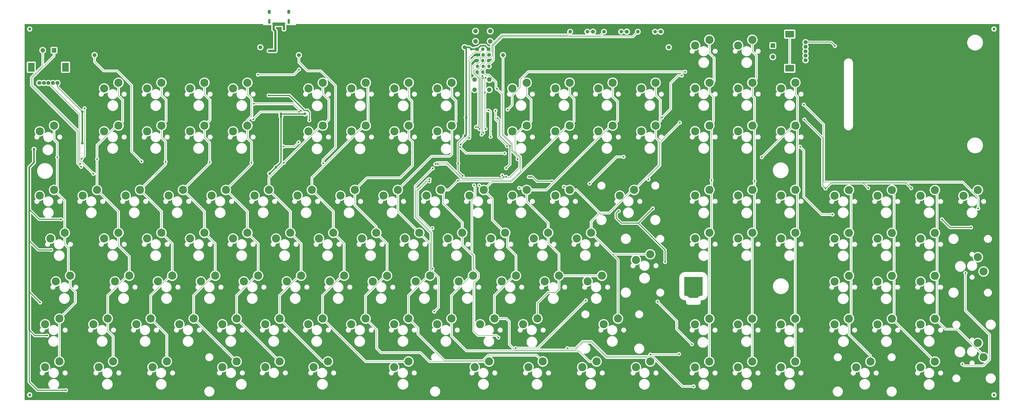
<source format=gtl>
G04 #@! TF.GenerationSoftware,KiCad,Pcbnew,7.0.1*
G04 #@! TF.CreationDate,2023-03-18T22:20:58+01:00*
G04 #@! TF.ProjectId,berlin,6265726c-696e-42e6-9b69-6361645f7063,0.7*
G04 #@! TF.SameCoordinates,Original*
G04 #@! TF.FileFunction,Copper,L1,Top*
G04 #@! TF.FilePolarity,Positive*
%FSLAX46Y46*%
G04 Gerber Fmt 4.6, Leading zero omitted, Abs format (unit mm)*
G04 Created by KiCad (PCBNEW 7.0.1) date 2023-03-18 22:20:58*
%MOMM*%
%LPD*%
G01*
G04 APERTURE LIST*
G04 Aperture macros list*
%AMRoundRect*
0 Rectangle with rounded corners*
0 $1 Rounding radius*
0 $2 $3 $4 $5 $6 $7 $8 $9 X,Y pos of 4 corners*
0 Add a 4 corners polygon primitive as box body*
4,1,4,$2,$3,$4,$5,$6,$7,$8,$9,$2,$3,0*
0 Add four circle primitives for the rounded corners*
1,1,$1+$1,$2,$3*
1,1,$1+$1,$4,$5*
1,1,$1+$1,$6,$7*
1,1,$1+$1,$8,$9*
0 Add four rect primitives between the rounded corners*
20,1,$1+$1,$2,$3,$4,$5,0*
20,1,$1+$1,$4,$5,$6,$7,0*
20,1,$1+$1,$6,$7,$8,$9,0*
20,1,$1+$1,$8,$9,$2,$3,0*%
G04 Aperture macros list end*
G04 #@! TA.AperFunction,ComponentPad*
%ADD10C,1.778000*%
G04 #@! TD*
G04 #@! TA.AperFunction,ComponentPad*
%ADD11RoundRect,0.177800X-0.711200X-0.711200X0.711200X-0.711200X0.711200X0.711200X-0.711200X0.711200X0*%
G04 #@! TD*
G04 #@! TA.AperFunction,ComponentPad*
%ADD12C,1.800000*%
G04 #@! TD*
G04 #@! TA.AperFunction,ComponentPad*
%ADD13R,2.000000X2.000000*%
G04 #@! TD*
G04 #@! TA.AperFunction,ComponentPad*
%ADD14C,2.000000*%
G04 #@! TD*
G04 #@! TA.AperFunction,ComponentPad*
%ADD15R,4.000000X3.000000*%
G04 #@! TD*
G04 #@! TA.AperFunction,ComponentPad*
%ADD16R,3.000000X4.000000*%
G04 #@! TD*
G04 #@! TA.AperFunction,WasherPad*
%ADD17C,1.300000*%
G04 #@! TD*
G04 #@! TA.AperFunction,ComponentPad*
%ADD18R,1.750000X1.750000*%
G04 #@! TD*
G04 #@! TA.AperFunction,ComponentPad*
%ADD19C,1.750000*%
G04 #@! TD*
G04 #@! TA.AperFunction,ComponentPad*
%ADD20C,2.700000*%
G04 #@! TD*
G04 #@! TA.AperFunction,ComponentPad*
%ADD21C,0.800000*%
G04 #@! TD*
G04 #@! TA.AperFunction,ComponentPad*
%ADD22C,7.000000*%
G04 #@! TD*
G04 #@! TA.AperFunction,ComponentPad*
%ADD23C,3.600000*%
G04 #@! TD*
G04 #@! TA.AperFunction,ComponentPad*
%ADD24O,1.100000X2.200000*%
G04 #@! TD*
G04 #@! TA.AperFunction,ComponentPad*
%ADD25O,1.300000X1.900000*%
G04 #@! TD*
G04 #@! TA.AperFunction,ComponentPad*
%ADD26R,1.524000X1.524000*%
G04 #@! TD*
G04 #@! TA.AperFunction,ComponentPad*
%ADD27O,1.524000X1.524000*%
G04 #@! TD*
G04 #@! TA.AperFunction,ComponentPad*
%ADD28C,1.600000*%
G04 #@! TD*
G04 #@! TA.AperFunction,ComponentPad*
%ADD29O,1.600000X1.600000*%
G04 #@! TD*
G04 #@! TA.AperFunction,ViaPad*
%ADD30C,0.800000*%
G04 #@! TD*
G04 #@! TA.AperFunction,ViaPad*
%ADD31C,1.000000*%
G04 #@! TD*
G04 #@! TA.AperFunction,ViaPad*
%ADD32C,1.200000*%
G04 #@! TD*
G04 #@! TA.AperFunction,Conductor*
%ADD33C,0.200000*%
G04 #@! TD*
G04 #@! TA.AperFunction,Conductor*
%ADD34C,1.000000*%
G04 #@! TD*
G04 #@! TA.AperFunction,Conductor*
%ADD35C,0.250000*%
G04 #@! TD*
G04 #@! TA.AperFunction,Conductor*
%ADD36C,0.300000*%
G04 #@! TD*
G04 #@! TA.AperFunction,Conductor*
%ADD37C,0.700000*%
G04 #@! TD*
G04 #@! TA.AperFunction,Conductor*
%ADD38C,0.600000*%
G04 #@! TD*
G04 #@! TA.AperFunction,Conductor*
%ADD39C,0.400000*%
G04 #@! TD*
G04 #@! TA.AperFunction,Conductor*
%ADD40C,0.500000*%
G04 #@! TD*
G04 APERTURE END LIST*
D10*
X300205000Y-37675000D03*
D11*
X302745000Y-37675000D03*
D12*
X379422000Y-42325000D03*
D13*
X364922000Y-43825000D03*
D14*
X364922000Y-48825000D03*
D12*
X379422000Y-44325000D03*
D14*
X364922000Y-46325000D03*
D12*
X379422000Y-48325000D03*
D15*
X372422000Y-38725000D03*
X372422000Y-53925000D03*
D12*
X379422000Y-50325000D03*
X379422000Y-46325000D03*
X47750000Y-60433000D03*
D13*
X46250000Y-45933000D03*
D12*
X45750000Y-60433000D03*
D14*
X41250000Y-45933000D03*
X43750000Y-45933000D03*
D12*
X41750000Y-60433000D03*
D16*
X51350000Y-53433000D03*
X36150000Y-53433000D03*
D12*
X39750000Y-60433000D03*
X43750000Y-60433000D03*
D17*
X35475000Y-36475000D03*
D18*
X64221250Y-44575000D03*
D19*
X64221250Y-48075000D03*
X137721250Y-44575000D03*
D20*
X133571250Y-50525000D03*
X68371250Y-50525000D03*
X69571250Y-42125000D03*
X132371250Y-42125000D03*
D10*
X315205000Y-37675000D03*
D11*
X317745000Y-37675000D03*
D10*
X285205000Y-37675000D03*
D11*
X287745000Y-37675000D03*
D21*
X331631155Y-148818845D03*
X329775000Y-153300000D03*
X332400000Y-150675000D03*
X327918845Y-152531155D03*
X327918845Y-148818845D03*
X329775000Y-148050000D03*
X331631155Y-152531155D03*
X327150000Y-150675000D03*
D22*
X329775000Y-150675000D03*
D17*
X462975000Y-198975000D03*
D14*
X233125000Y-37425000D03*
X239625000Y-37425000D03*
X239625000Y-41925000D03*
X233125000Y-41925000D03*
D17*
X35475000Y-198975000D03*
D18*
X245291500Y-44575000D03*
D19*
X245291500Y-48075000D03*
X318791500Y-44575000D03*
D20*
X313441500Y-42125000D03*
X314641500Y-50525000D03*
X249441500Y-50525000D03*
X250641500Y-42125000D03*
D18*
X154804000Y-44575000D03*
D19*
X154804000Y-48075000D03*
X228304000Y-44575000D03*
D20*
X224154000Y-50525000D03*
X158954000Y-50525000D03*
X160154000Y-42125000D03*
X222954000Y-42125000D03*
D17*
X462975000Y-36475000D03*
D23*
X168495750Y-148591750D03*
X174845750Y-146051750D03*
X284383250Y-127001750D03*
X278033250Y-129541750D03*
X146270750Y-165101750D03*
X139920750Y-167641750D03*
X274858250Y-79376750D03*
X268508250Y-81916750D03*
X392333250Y-167673500D03*
X398683250Y-165133500D03*
X355820750Y-165133500D03*
X349470750Y-167673500D03*
X173258250Y-110491750D03*
X179608250Y-107951750D03*
X141508250Y-107951750D03*
X135158250Y-110491750D03*
X349502500Y-129510000D03*
X355852500Y-126970000D03*
X112933250Y-60326750D03*
X106583250Y-62866750D03*
X249458410Y-62866750D03*
X255808410Y-60326750D03*
X458373250Y-144178500D03*
X455833250Y-137828500D03*
X293908250Y-60326750D03*
X287558250Y-62866750D03*
X125635000Y-81915000D03*
X131985000Y-79375000D03*
X430433250Y-148623500D03*
X436783250Y-146083500D03*
X336802500Y-41245000D03*
X330452500Y-43785000D03*
X160558250Y-107951750D03*
X154208250Y-110491750D03*
X336802500Y-107920000D03*
X330452500Y-110460000D03*
X131983250Y-127001750D03*
X125633250Y-129541750D03*
X262952000Y-184151750D03*
X256602000Y-186691750D03*
X63720750Y-167641750D03*
X70070750Y-165101750D03*
X265333250Y-127001750D03*
X258983250Y-129541750D03*
X120865000Y-186685000D03*
X127215000Y-184145000D03*
X130395750Y-148591750D03*
X136745750Y-146051750D03*
X182783250Y-129541750D03*
X189133250Y-127001750D03*
X158970750Y-167641750D03*
X165320750Y-165101750D03*
D14*
X232725000Y-58925000D03*
X239225000Y-58925000D03*
X232725000Y-63425000D03*
X239225000Y-63425000D03*
D23*
X260570750Y-165101750D03*
X254220750Y-167641750D03*
X312958250Y-60326750D03*
X306608250Y-62866750D03*
X368552500Y-81885000D03*
X374902500Y-79345000D03*
D24*
X141685000Y-33072500D03*
D25*
X150285000Y-28872500D03*
X141685000Y-28872500D03*
D24*
X150285000Y-33072500D03*
D23*
X287558250Y-81916750D03*
X293908250Y-79376750D03*
X68483250Y-81916750D03*
X74833250Y-79376750D03*
X72452000Y-184151750D03*
X66102000Y-186691750D03*
X239933250Y-129541750D03*
X246283250Y-127001750D03*
X289145750Y-146051750D03*
X282795750Y-148591750D03*
X458373250Y-182278500D03*
X455833250Y-175928500D03*
X330425000Y-167675000D03*
X336775000Y-165135000D03*
D26*
X238885500Y-45410600D03*
X233809500Y-45410600D03*
D27*
X236345500Y-45410600D03*
X233936500Y-47950600D03*
X239012500Y-47950600D03*
X236472500Y-47950600D03*
X233809500Y-50490600D03*
X238885500Y-50490600D03*
X236345500Y-50490600D03*
X233936500Y-53030600D03*
X239012500Y-53030600D03*
X236472500Y-53030600D03*
X238885500Y-55570600D03*
X233809500Y-55570600D03*
X236345500Y-55570600D03*
D23*
X155795750Y-146051750D03*
X149445750Y-148591750D03*
X251045750Y-146051750D03*
X244695750Y-148591750D03*
X411383250Y-167673500D03*
X417733250Y-165133500D03*
X303433250Y-107951750D03*
X297083250Y-110491750D03*
X216216000Y-62866750D03*
X222566000Y-60326750D03*
X87533250Y-81916750D03*
X93883250Y-79376750D03*
X53402000Y-146051750D03*
X47052000Y-148591750D03*
X417733250Y-107983500D03*
X411383250Y-110523500D03*
X161352000Y-186691750D03*
X167702000Y-184151750D03*
X44670750Y-129541750D03*
X51020750Y-127001750D03*
X122458250Y-107951750D03*
X116108250Y-110491750D03*
X201833250Y-129541750D03*
X208183250Y-127001750D03*
X184466106Y-60326750D03*
X178116106Y-62866750D03*
X48639500Y-165101750D03*
X42289500Y-167641750D03*
X106583250Y-129541750D03*
X112933250Y-127001750D03*
X249458250Y-81916750D03*
X255808250Y-79376750D03*
X430433250Y-110523500D03*
X436783250Y-107983500D03*
X165416090Y-60326750D03*
X159066090Y-62866750D03*
X355852500Y-79345000D03*
X349502500Y-81885000D03*
X230408250Y-110491750D03*
X236758250Y-107951750D03*
X197065000Y-186685000D03*
X203415000Y-184145000D03*
X92295750Y-148591750D03*
X98645750Y-146051750D03*
X398683250Y-146083500D03*
X392333250Y-148623500D03*
X211358250Y-110491750D03*
X217708250Y-107951750D03*
X74833250Y-60326750D03*
X68483250Y-62866750D03*
X310577000Y-136526750D03*
X304227000Y-139066750D03*
X241520750Y-165101750D03*
X235170750Y-167641750D03*
D28*
X275075000Y-37675000D03*
D29*
X282695000Y-37675000D03*
D23*
X46258250Y-79376750D03*
X39908250Y-81916750D03*
X146275000Y-184135000D03*
X139925000Y-186675000D03*
X216120750Y-167641750D03*
X222470750Y-165101750D03*
X187540000Y-148610000D03*
X193890000Y-146070000D03*
X392333250Y-110523500D03*
X398683250Y-107983500D03*
X197166000Y-81916750D03*
X203516000Y-79376750D03*
X170083250Y-127001750D03*
X163733250Y-129541750D03*
X144683250Y-129541750D03*
X151033250Y-127001750D03*
X89914500Y-186691750D03*
X96264500Y-184151750D03*
X417733250Y-127033500D03*
X411383250Y-129573500D03*
X231995750Y-146051750D03*
X225645750Y-148591750D03*
X274858250Y-60326750D03*
X268508250Y-62866750D03*
D28*
X290075000Y-37675000D03*
D29*
X297695000Y-37675000D03*
D23*
X355852500Y-107920000D03*
X349502500Y-110460000D03*
X374902500Y-60295000D03*
X368552500Y-62835000D03*
X336802500Y-60295000D03*
X330452500Y-62835000D03*
X220883250Y-129541750D03*
X227233250Y-127001750D03*
X417733250Y-146083500D03*
X411383250Y-148623500D03*
X280414500Y-186691750D03*
X286764500Y-184151750D03*
X222566000Y-79376750D03*
X216216000Y-81916750D03*
X455833250Y-107983500D03*
X449483250Y-110523500D03*
X48639500Y-184151750D03*
X42289500Y-186691750D03*
X268508250Y-110491750D03*
X274858250Y-107951750D03*
X306608250Y-81916750D03*
X312958250Y-79376750D03*
X178116000Y-81916750D03*
X184466000Y-79376750D03*
X310577000Y-184151750D03*
X304227000Y-186691750D03*
X74833250Y-127001750D03*
X68483250Y-129541750D03*
X46258250Y-107951750D03*
X39908250Y-110491750D03*
X197070750Y-167641750D03*
X203420750Y-165101750D03*
X58958250Y-110491750D03*
X65308250Y-107951750D03*
X374870750Y-184183500D03*
X368520750Y-186723500D03*
D28*
X305075000Y-37675000D03*
D29*
X312695000Y-37675000D03*
D23*
X374865000Y-165120000D03*
X368515000Y-167660000D03*
X120870750Y-167641750D03*
X127220750Y-165101750D03*
X165416000Y-79376750D03*
X159066000Y-81916750D03*
X112933250Y-79376750D03*
X106583250Y-81916750D03*
X392333250Y-129573500D03*
X398683250Y-127033500D03*
X255808250Y-107951750D03*
X249458250Y-110491750D03*
X78008250Y-110491750D03*
X84358250Y-107951750D03*
X87533250Y-129541750D03*
X93883250Y-127001750D03*
X336770750Y-184183500D03*
X330420750Y-186723500D03*
X270095750Y-146051750D03*
X263745750Y-148591750D03*
X436783250Y-165133500D03*
X430433250Y-167673500D03*
X232789500Y-186691750D03*
X239139500Y-184151750D03*
X125633250Y-62866750D03*
X131983250Y-60326750D03*
X87533250Y-62866750D03*
X93883250Y-60326750D03*
X374902500Y-107920000D03*
X368552500Y-110460000D03*
X89120750Y-165101750D03*
X82770750Y-167641750D03*
X178020750Y-167641750D03*
X184370750Y-165101750D03*
X79595750Y-146051750D03*
X73245750Y-148591750D03*
X430433250Y-129573500D03*
X436783250Y-127033500D03*
X408208250Y-184183500D03*
X401858250Y-186723500D03*
X117695750Y-146051750D03*
X111345750Y-148591750D03*
X296289500Y-165101750D03*
X289939500Y-167641750D03*
X374902500Y-126970000D03*
X368552500Y-129510000D03*
X203516000Y-60326750D03*
X197166000Y-62866750D03*
X212945750Y-146051750D03*
X206595750Y-148591750D03*
X430433250Y-186723500D03*
X436783250Y-184183500D03*
X336802500Y-79345000D03*
X330452500Y-81885000D03*
X355820750Y-184183500D03*
X349470750Y-186723500D03*
X198658250Y-107951750D03*
X192308250Y-110491750D03*
X101820750Y-167641750D03*
X108170750Y-165101750D03*
X336802500Y-126970000D03*
X330452500Y-129510000D03*
X349502500Y-62835000D03*
X355852500Y-60295000D03*
X97058250Y-110491750D03*
X103408250Y-107951750D03*
X349502500Y-43785000D03*
X355852500Y-41245000D03*
D30*
X234875000Y-80925000D03*
X236510600Y-58225500D03*
X377015000Y-88785000D03*
X236128200Y-57321800D03*
X58275000Y-97675000D03*
X378635000Y-70025000D03*
X147975000Y-88675000D03*
X329827500Y-195192500D03*
X282005000Y-157015000D03*
X57875000Y-96275000D03*
X283675000Y-105175000D03*
X134825000Y-69675000D03*
X273825000Y-178275000D03*
X329025000Y-176475000D03*
X155722576Y-72745265D03*
X235825000Y-83375000D03*
X455975000Y-116175000D03*
X59775000Y-71675000D03*
X450305000Y-144885000D03*
X246075000Y-91675000D03*
X250875000Y-178195000D03*
X236575000Y-82525000D03*
X233325000Y-80076250D03*
X58475000Y-94116420D03*
X154725000Y-86775000D03*
X391375000Y-118875000D03*
X234280378Y-80169622D03*
X298775000Y-93275000D03*
X448955000Y-185305000D03*
X313825000Y-157575000D03*
X226225000Y-88925000D03*
X248347000Y-98141000D03*
X291655000Y-157325000D03*
X274001000Y-126843000D03*
X232475000Y-70725000D03*
X240225000Y-70625000D03*
X39825000Y-116205000D03*
X209739000Y-83663000D03*
X148275000Y-59375000D03*
X377525000Y-176075000D03*
X55875000Y-55775000D03*
X242685000Y-88055000D03*
X59875000Y-100375000D03*
X227275000Y-70725000D03*
X230915000Y-88055000D03*
X166805000Y-91405000D03*
X257575000Y-91135000D03*
X135875000Y-72615000D03*
X381495000Y-95945000D03*
X276735000Y-91125000D03*
X262063000Y-67534000D03*
X264349000Y-115540000D03*
X338575000Y-176675000D03*
X228916000Y-116302000D03*
X323023000Y-126208000D03*
X143575000Y-71475000D03*
X240225000Y-71575000D03*
X295365000Y-135215000D03*
X230915000Y-99845000D03*
X190689000Y-83663000D03*
X242685000Y-99845000D03*
X148025000Y-86625000D03*
X240600000Y-81885000D03*
X247925000Y-69325000D03*
X243875000Y-102075000D03*
X297365000Y-138215000D03*
X185975000Y-91415000D03*
X287971000Y-175738000D03*
X381775000Y-44875000D03*
X246725000Y-69325000D03*
X143064000Y-72360000D03*
X429065000Y-117105000D03*
X204295000Y-91395000D03*
X226503000Y-83346500D03*
X293365000Y-138215000D03*
X230625000Y-104825000D03*
X381495000Y-94495000D03*
X148275000Y-60375000D03*
X148175000Y-92507500D03*
X382525000Y-43975000D03*
X135185000Y-74305000D03*
X224265000Y-90385000D03*
X264065000Y-176545000D03*
X295295000Y-91185000D03*
X290675000Y-158175000D03*
D31*
X286320000Y-97252000D03*
D30*
X148321800Y-36589600D03*
X141514600Y-46172600D03*
X143445000Y-46172600D03*
X143622800Y-36596800D03*
X143622800Y-35696800D03*
X148321800Y-35689600D03*
X142479800Y-46172600D03*
X144410200Y-46172600D03*
X237275000Y-64725000D03*
X136675000Y-56775000D03*
X237603422Y-58085822D03*
X154875000Y-54475000D03*
X237575000Y-80875000D03*
X47675000Y-93475000D03*
X65375000Y-94275000D03*
X315783000Y-75790000D03*
X154875000Y-73275000D03*
X324547000Y-57145400D03*
X134555000Y-76551000D03*
X407248400Y-107133600D03*
X378925000Y-76665000D03*
X388301000Y-107285000D03*
X323683400Y-78049600D03*
X309775000Y-103275000D03*
X426298400Y-107133600D03*
X212654997Y-104166237D03*
X214005000Y-124955000D03*
X214044769Y-142972000D03*
X212721991Y-103168982D03*
X232455000Y-105915000D03*
X310645000Y-181085000D03*
X243245000Y-173515000D03*
X323335000Y-180875000D03*
X95693000Y-95425000D03*
X115275000Y-95625000D03*
X133825000Y-95825000D03*
X148125000Y-95875000D03*
X225296505Y-103880673D03*
X234775000Y-105951500D03*
X252487200Y-107056400D03*
X272299200Y-106534700D03*
X337775000Y-103675000D03*
X356875000Y-103975000D03*
X360068872Y-93398872D03*
X242575000Y-63075000D03*
X251775500Y-94250501D03*
X230278378Y-84871622D03*
X226501218Y-87748782D03*
X225452189Y-96125000D03*
X242875000Y-76075000D03*
D32*
X231224500Y-45410600D03*
X228425000Y-83975000D03*
D30*
X256785000Y-102195000D03*
X266950000Y-104140000D03*
X246675000Y-98275000D03*
X248375980Y-88475000D03*
X227420464Y-101725464D03*
D32*
X228975000Y-75725000D03*
X146875000Y-74202500D03*
X146875000Y-75375000D03*
X141875000Y-100675000D03*
X157505000Y-74165000D03*
D30*
X257775000Y-102195000D03*
D32*
X144675000Y-97875000D03*
D30*
X239815000Y-84375000D03*
X238775000Y-72625000D03*
X45020000Y-134590000D03*
D32*
X58775000Y-73225000D03*
D30*
X51522000Y-196922000D03*
D32*
X37400000Y-89886000D03*
D30*
X158675000Y-72675000D03*
X311720000Y-116175000D03*
X296607000Y-117318000D03*
X317155000Y-139945000D03*
X141375000Y-65975000D03*
X37400000Y-95601000D03*
X392475000Y-43975000D03*
D32*
X58786000Y-87175000D03*
D30*
X159435000Y-77015000D03*
X439935000Y-121015000D03*
X452795000Y-124605000D03*
X40067000Y-157958000D03*
X49355000Y-121015000D03*
X43213021Y-172636979D03*
X85075000Y-95275000D03*
X215325000Y-96514020D03*
X244975020Y-101443364D03*
X216325000Y-96514031D03*
X245675000Y-102275000D03*
X165525000Y-96114500D03*
X246675000Y-102075000D03*
X214125000Y-98375500D03*
X214843400Y-162023000D03*
X63675000Y-100775000D03*
X241997000Y-72741000D03*
X247077000Y-88489000D03*
X247331000Y-72233000D03*
X326071000Y-55469000D03*
D33*
X234280378Y-80169622D02*
X234935800Y-79514200D01*
X240219000Y-43631000D02*
X244725000Y-39125000D01*
X282005000Y-157015000D02*
X281935000Y-157015000D01*
X244925000Y-39925000D02*
X302825000Y-39925000D01*
X235139000Y-51049400D02*
X235139000Y-49779400D01*
X235088200Y-57856600D02*
X235088200Y-54961000D01*
X154725000Y-86775000D02*
X152825000Y-88675000D01*
X387475000Y-104475000D02*
X449175000Y-104475000D01*
X458205000Y-186075000D02*
X461005000Y-183275000D01*
X277525000Y-178275000D02*
X280588519Y-175211481D01*
X240219000Y-46426600D02*
X240219000Y-43631000D01*
X237729800Y-53691000D02*
X237729800Y-52471800D01*
X233310200Y-54300600D02*
X234377000Y-54300600D01*
X239558600Y-51760600D02*
X241031800Y-50287400D01*
X56675000Y-96075000D02*
X56675000Y-82025000D01*
X56675000Y-82025000D02*
X36225481Y-61575481D01*
X57175000Y-81925000D02*
X36625000Y-61375000D01*
X233259400Y-51760600D02*
X234427800Y-51760600D01*
X234935800Y-79514200D02*
X234935800Y-58339200D01*
X238136200Y-49169800D02*
X239711000Y-49169800D01*
X281935000Y-157015000D02*
X260745000Y-178205000D01*
X235139000Y-52370200D02*
X235799400Y-51709800D01*
X58275000Y-97675000D02*
X56675000Y-96075000D01*
X155445265Y-72745265D02*
X155722576Y-72745265D01*
X240625400Y-43790286D02*
X244890686Y-39525000D01*
X282695000Y-37675000D02*
X285205000Y-37675000D01*
X284580487Y-175211481D02*
X291294006Y-181925000D01*
X239914200Y-46731400D02*
X240219000Y-46426600D01*
X36625000Y-58075000D02*
X46250000Y-48450000D01*
X234529400Y-78871850D02*
X234529400Y-58466200D01*
X260745000Y-178205000D02*
X250885000Y-178205000D01*
X283675000Y-105175000D02*
X295575000Y-93275000D01*
X280588519Y-175211481D02*
X284580487Y-175211481D01*
X461005000Y-183275000D02*
X461005000Y-172175000D01*
X312695000Y-37675000D02*
X315205000Y-37675000D01*
X36625000Y-61375000D02*
X36625000Y-58075000D01*
X57175000Y-95575000D02*
X57175000Y-81925000D01*
X240625400Y-48255400D02*
X240625400Y-43790286D01*
X234935800Y-58339200D02*
X232548200Y-55951600D01*
X250885000Y-178205000D02*
X250875000Y-178195000D01*
X234529400Y-58466200D02*
X232141800Y-56078600D01*
X378675000Y-110975000D02*
X386575000Y-118875000D01*
X311565000Y-181925000D02*
X324832500Y-195192500D01*
X237679000Y-48509400D02*
X237679000Y-47442600D01*
X237018600Y-49169800D02*
X237679000Y-48509400D01*
X297695000Y-37675000D02*
X300205000Y-37675000D01*
X235825000Y-57625000D02*
X235825000Y-83375000D01*
X236275000Y-58461100D02*
X236275000Y-82225000D01*
X134825000Y-69675000D02*
X152375000Y-69675000D01*
X58475000Y-94116420D02*
X59775000Y-92816420D01*
X236967800Y-51709800D02*
X237679000Y-50998600D01*
X234875000Y-80925000D02*
X235325000Y-80475000D01*
X450305000Y-161475000D02*
X450305000Y-144885000D01*
X235139000Y-53538600D02*
X235139000Y-52370200D01*
X235139000Y-49779400D02*
X235748600Y-49169800D01*
X239711000Y-49169800D02*
X240625400Y-48255400D01*
X46250000Y-48450000D02*
X46250000Y-45933000D01*
X237679000Y-47442600D02*
X238390200Y-46731400D01*
X324832500Y-195192500D02*
X329827500Y-195192500D01*
X378635000Y-70035000D02*
X387475000Y-78875000D01*
X152825000Y-88675000D02*
X147975000Y-88675000D01*
X322325000Y-169825000D02*
X322325000Y-166075000D01*
X235748600Y-54300600D02*
X237120200Y-54300600D01*
X372422000Y-53925000D02*
X372422000Y-38725000D01*
X241031800Y-43818200D02*
X244925000Y-39925000D01*
X241031800Y-50287400D02*
X241031800Y-43818200D01*
X235088200Y-54961000D02*
X235748600Y-54300600D01*
X378675000Y-90445000D02*
X378675000Y-110975000D01*
X329025000Y-176475000D02*
X328975000Y-176475000D01*
X236275000Y-82225000D02*
X236575000Y-82525000D01*
X235325000Y-80475000D02*
X235325000Y-58093400D01*
X57875000Y-96275000D02*
X57175000Y-95575000D01*
X244725000Y-39125000D02*
X273625000Y-39125000D01*
X232141800Y-56078600D02*
X232141800Y-52878200D01*
X288225000Y-39525000D02*
X290075000Y-37675000D01*
X291294006Y-181925000D02*
X311565000Y-181925000D01*
X244890686Y-39525000D02*
X288225000Y-39525000D01*
X36225481Y-57909513D02*
X41250000Y-52884994D01*
X236510600Y-58225500D02*
X236275000Y-58461100D01*
X235748600Y-49169800D02*
X237018600Y-49169800D01*
X235799400Y-51709800D02*
X236967800Y-51709800D01*
X449725000Y-186075000D02*
X458205000Y-186075000D01*
X322325000Y-166075000D02*
X313825000Y-157575000D01*
X237120200Y-54300600D02*
X237729800Y-53691000D01*
X237679000Y-50998600D02*
X237679000Y-49627000D01*
X273625000Y-39125000D02*
X275075000Y-37675000D01*
X236128200Y-57321800D02*
X235825000Y-57625000D01*
X377015000Y-88785000D02*
X378675000Y-90445000D01*
X232141800Y-52878200D02*
X233259400Y-51760600D01*
X386575000Y-118875000D02*
X391375000Y-118875000D01*
X238390200Y-46731400D02*
X239914200Y-46731400D01*
X378635000Y-70025000D02*
X378635000Y-70035000D01*
X237679000Y-49627000D02*
X238136200Y-49169800D01*
X273825000Y-178275000D02*
X277525000Y-178275000D01*
X238441000Y-51760600D02*
X239558600Y-51760600D01*
X295575000Y-93275000D02*
X298775000Y-93275000D01*
X228975000Y-91675000D02*
X226225000Y-88925000D01*
X449175000Y-104475000D02*
X455975000Y-111275000D01*
X246075000Y-91675000D02*
X228975000Y-91675000D01*
X237729800Y-52471800D02*
X238441000Y-51760600D01*
X448955000Y-185305000D02*
X449725000Y-186075000D01*
X302825000Y-39925000D02*
X305075000Y-37675000D01*
X232548200Y-55951600D02*
X232548200Y-55062600D01*
X233325000Y-80076250D02*
X234529400Y-78871850D01*
X234427800Y-51760600D02*
X235139000Y-51049400D01*
X387475000Y-78875000D02*
X387475000Y-104475000D01*
X59775000Y-92816420D02*
X59775000Y-71675000D01*
X152375000Y-69675000D02*
X155445265Y-72745265D01*
X461005000Y-172175000D02*
X450305000Y-161475000D01*
X41250000Y-52884994D02*
X41250000Y-45933000D01*
X328975000Y-176475000D02*
X322325000Y-169825000D01*
X36225481Y-61575481D02*
X36225481Y-57909513D01*
X455975000Y-111275000D02*
X455975000Y-116175000D01*
X234377000Y-54300600D02*
X235139000Y-53538600D01*
X232548200Y-55062600D02*
X233310200Y-54300600D01*
X235325000Y-58093400D02*
X235088200Y-57856600D01*
D34*
X142479800Y-46172600D02*
X141514600Y-46172600D01*
X143622800Y-36596800D02*
X144410200Y-37384200D01*
X143445000Y-46172600D02*
X144410200Y-46172600D01*
X144410200Y-37384200D02*
X144410200Y-46172600D01*
X143445000Y-46172600D02*
X142479800Y-46172600D01*
D33*
X136675000Y-56775000D02*
X151875000Y-56775000D01*
X152575000Y-56775000D02*
X154875000Y-54475000D01*
X151875000Y-56775000D02*
X152175000Y-56775000D01*
X237275000Y-58414244D02*
X237275000Y-64725000D01*
X237275000Y-64725000D02*
X237275000Y-80575000D01*
X237275000Y-80575000D02*
X237575000Y-80875000D01*
X237603422Y-58085822D02*
X237275000Y-58414244D01*
X152175000Y-56775000D02*
X152575000Y-56775000D01*
X51020750Y-132081750D02*
X51020750Y-127001750D01*
X53402000Y-150973000D02*
X53402000Y-146051750D01*
X47687000Y-93315000D02*
X47687000Y-86965000D01*
X52609839Y-133670839D02*
X51020750Y-132081750D01*
X48639500Y-184151750D02*
X48639500Y-165101750D01*
X52609839Y-145259589D02*
X52609839Y-133670839D01*
X46258250Y-85536250D02*
X46258250Y-79376750D01*
X47687000Y-106523000D02*
X47687000Y-93315000D01*
X46258250Y-107951750D02*
X47687000Y-106523000D01*
X55688000Y-158053250D02*
X55688000Y-153259000D01*
X53402000Y-146051750D02*
X52609839Y-145259589D01*
X48639500Y-165101750D02*
X55688000Y-158053250D01*
X46258250Y-107951750D02*
X51020750Y-112714250D01*
X51020750Y-112714250D02*
X51020750Y-127001750D01*
X55688000Y-153259000D02*
X53402000Y-150973000D01*
X47687000Y-86965000D02*
X46258250Y-85536250D01*
X65308250Y-107951750D02*
X65308250Y-94341750D01*
X74833250Y-127001750D02*
X74833250Y-132653250D01*
X65375000Y-94275000D02*
X65308250Y-94208250D01*
X74833250Y-60326750D02*
X74833250Y-66105250D01*
X74833250Y-127001750D02*
X74833250Y-117476750D01*
X74833250Y-79376750D02*
X76643000Y-77567000D01*
X79595750Y-137415750D02*
X79595750Y-146051750D01*
X72452000Y-172944000D02*
X72452000Y-184151750D01*
X70070750Y-170562750D02*
X72452000Y-172944000D01*
X78801579Y-146051750D02*
X70070750Y-154782579D01*
X70070750Y-165101750D02*
X70070750Y-170562750D01*
X76643000Y-77567000D02*
X76643000Y-67915000D01*
X74833250Y-117476750D02*
X65308250Y-107951750D01*
X65308250Y-94208250D02*
X65308250Y-88065060D01*
X65308250Y-94341750D02*
X65375000Y-94275000D01*
X73996560Y-79376750D02*
X74833250Y-79376750D01*
X65308250Y-88065060D02*
X73996560Y-79376750D01*
X74833250Y-66105250D02*
X76643000Y-67915000D01*
X70070750Y-154782579D02*
X70070750Y-165101750D01*
X74833250Y-132653250D02*
X79595750Y-137415750D01*
X79595750Y-146051750D02*
X78801579Y-146051750D01*
X319670200Y-60422000D02*
X319670200Y-71902800D01*
X322946800Y-57145400D02*
X319670200Y-60422000D01*
X324547000Y-57145400D02*
X322946800Y-57145400D01*
X137831000Y-73275000D02*
X134555000Y-76551000D01*
X319670200Y-71902800D02*
X315783000Y-75790000D01*
X154875000Y-73275000D02*
X137831000Y-73275000D01*
X314913520Y-86870280D02*
X323683400Y-78100400D01*
D35*
X405014800Y-104900000D02*
X405875800Y-105761000D01*
X405014800Y-104900000D02*
X424064800Y-104900000D01*
D33*
X309775000Y-103275000D02*
X309775000Y-102175006D01*
X309775000Y-102175006D02*
X314913519Y-97036487D01*
D35*
X387031000Y-106015000D02*
X388301000Y-107285000D01*
X424064800Y-104900000D02*
X426298400Y-107133600D01*
D33*
X323683400Y-78100400D02*
X323683400Y-78049600D01*
D35*
X388301000Y-107285000D02*
X390686000Y-104900000D01*
X405875800Y-105761000D02*
X407248400Y-107133600D01*
D33*
X314913519Y-97036487D02*
X314913520Y-86870280D01*
D35*
X378925000Y-76665000D02*
X378925000Y-76725400D01*
X387031000Y-84831400D02*
X387031000Y-106015000D01*
X390686000Y-104900000D02*
X405014800Y-104900000D01*
X378925000Y-76725400D02*
X387031000Y-84831400D01*
D33*
X207453000Y-119553000D02*
X212855000Y-124955000D01*
X207453000Y-108250200D02*
X207453000Y-119553000D01*
X212654997Y-104166237D02*
X211536963Y-104166237D01*
X212855000Y-124955000D02*
X214005000Y-124955000D01*
X211536963Y-104166237D02*
X207453000Y-108250200D01*
X206760320Y-108377874D02*
X206760320Y-119997314D01*
X206760320Y-119997314D02*
X213744789Y-126981783D01*
X213744789Y-142672020D02*
X214044769Y-142972000D01*
X211969212Y-103168982D02*
X206760320Y-108377874D01*
X213744789Y-126981783D02*
X213744789Y-142672020D01*
X212721991Y-103168982D02*
X211969212Y-103168982D01*
X232915000Y-110954158D02*
X231495000Y-112374158D01*
X232395270Y-143065270D02*
X234405000Y-145075000D01*
X323137000Y-181073000D02*
X323335000Y-180875000D01*
X232395270Y-136996264D02*
X232395270Y-143065270D01*
X234245000Y-172615000D02*
X242345000Y-172615000D01*
X310657000Y-181073000D02*
X323137000Y-181073000D01*
X232455000Y-105915000D02*
X232915000Y-106375000D01*
X242345000Y-172615000D02*
X243245000Y-173515000D01*
X232915000Y-106375000D02*
X232915000Y-110954158D01*
X234405000Y-145075000D02*
X234405000Y-147015000D01*
X232395000Y-170765000D02*
X234245000Y-172615000D01*
X231495000Y-112374158D02*
X231495000Y-136095994D01*
X232395000Y-149025000D02*
X232395000Y-170765000D01*
X234405000Y-147015000D02*
X232395000Y-149025000D01*
X310645000Y-181085000D02*
X310657000Y-181073000D01*
X231495000Y-136095994D02*
X232395270Y-136996264D01*
X93883250Y-60326750D02*
X93883250Y-65851250D01*
X95693000Y-95425000D02*
X95693000Y-96617000D01*
X89120750Y-154779250D02*
X89120750Y-165101750D01*
X98645750Y-146051750D02*
X97848250Y-146051750D01*
X96264500Y-172245500D02*
X89120750Y-165101750D01*
X93883250Y-84647250D02*
X93883250Y-79376750D01*
X95693000Y-86457000D02*
X93883250Y-84647250D01*
X93883250Y-79376750D02*
X95947000Y-77313000D01*
X98645750Y-146051750D02*
X98645750Y-131764250D01*
X96264500Y-184151750D02*
X96264500Y-172245500D01*
X93883250Y-65851250D02*
X95947000Y-67915000D01*
X95947000Y-77313000D02*
X95947000Y-67915000D01*
X95693000Y-96617000D02*
X84358250Y-107951750D01*
X84358250Y-107951750D02*
X93883250Y-117476750D01*
X93883250Y-117476750D02*
X93883250Y-127001750D01*
X98645750Y-131764250D02*
X93883250Y-127001750D01*
X97848250Y-146051750D02*
X89120750Y-154779250D01*
X95693000Y-95425000D02*
X95693000Y-86457000D01*
X115275000Y-95625000D02*
X115251000Y-95649000D01*
X111280171Y-151619829D02*
X111280171Y-151630639D01*
X116848250Y-146051750D02*
X113445261Y-149454739D01*
X117695750Y-146051750D02*
X116848250Y-146051750D01*
X112933250Y-84647250D02*
X112933250Y-79376750D01*
X108170750Y-154740060D02*
X108170750Y-165101750D01*
X115251000Y-86965000D02*
X112933250Y-84647250D01*
X115251000Y-95649000D02*
X115251000Y-96109000D01*
X117695750Y-131764250D02*
X117695750Y-146051750D01*
X115378000Y-67915000D02*
X115378000Y-76932000D01*
X113445261Y-149454739D02*
X113445261Y-149461397D01*
X115275000Y-95625000D02*
X115251000Y-95601000D01*
X112208739Y-150691261D02*
X111280171Y-151619829D01*
X115378000Y-76932000D02*
X112933250Y-79376750D01*
X108170750Y-165101750D02*
X127214000Y-184145000D01*
X115251000Y-95601000D02*
X115251000Y-86965000D01*
X112933250Y-117476750D02*
X112933250Y-127001750D01*
X111280171Y-151630639D02*
X108170750Y-154740060D01*
X112933250Y-127001750D02*
X117695750Y-131764250D01*
X112933250Y-60326750D02*
X112933250Y-65470250D01*
X112933250Y-65470250D02*
X115378000Y-67915000D01*
X127214000Y-184145000D02*
X127215000Y-184145000D01*
X103408250Y-107951750D02*
X112933250Y-117476750D01*
X113445261Y-149461397D02*
X112215397Y-150691261D01*
X112215397Y-150691261D02*
X112208739Y-150691261D01*
X115251000Y-96109000D02*
X103408250Y-107951750D01*
X135798250Y-146051750D02*
X135798250Y-146162560D01*
X127220750Y-165101750D02*
X146254000Y-184135000D01*
X136745750Y-146051750D02*
X135798250Y-146051750D01*
X133920000Y-67534000D02*
X131983250Y-65597250D01*
X136745750Y-131764250D02*
X136745750Y-146051750D01*
X133793000Y-86711000D02*
X131983250Y-84901250D01*
X133825000Y-96585000D02*
X122458250Y-107951750D01*
X131983250Y-127001750D02*
X136745750Y-131764250D01*
X133825000Y-95825000D02*
X133825000Y-96585000D01*
X133825000Y-95825000D02*
X133793000Y-95793000D01*
X122458250Y-107951750D02*
X131983250Y-117476750D01*
X131983250Y-76963750D02*
X133920000Y-75027000D01*
X133920000Y-75027000D02*
X133920000Y-67534000D01*
X135798250Y-146162560D02*
X127220750Y-154740060D01*
X131983250Y-65597250D02*
X131983250Y-60326750D01*
X127220750Y-154740060D02*
X127220750Y-165101750D01*
X131983250Y-84901250D02*
X131983250Y-76963750D01*
X146254000Y-184135000D02*
X146275000Y-184135000D01*
X133793000Y-95793000D02*
X133793000Y-86711000D01*
X131983250Y-117476750D02*
X131983250Y-127001750D01*
X148125000Y-95875000D02*
X164623250Y-79376750D01*
X168083000Y-67788000D02*
X168083000Y-76709750D01*
X155795750Y-146051750D02*
X154898250Y-146051750D01*
X165320750Y-184151750D02*
X167702000Y-184151750D01*
X165416090Y-60326750D02*
X165416090Y-65121090D01*
X154898250Y-146051750D02*
X154898250Y-146112560D01*
X155795750Y-131764250D02*
X151033250Y-127001750D01*
X141508250Y-102491750D02*
X141508250Y-107951750D01*
X164623250Y-79376750D02*
X165416000Y-79376750D01*
X148125000Y-95875000D02*
X141508250Y-102491750D01*
X146270750Y-165101750D02*
X165320750Y-184151750D01*
X151033250Y-117476750D02*
X151033250Y-127001750D01*
X154898250Y-146112560D02*
X146270750Y-154740060D01*
X155795750Y-146051750D02*
X155795750Y-131764250D01*
X168083000Y-76709750D02*
X165416000Y-79376750D01*
X165416090Y-65121090D02*
X168083000Y-67788000D01*
X141508250Y-107951750D02*
X151033250Y-117476750D01*
X146270750Y-154740060D02*
X146270750Y-165101750D01*
X174020250Y-146051750D02*
X174845750Y-146051750D01*
X185505420Y-78337330D02*
X185505420Y-69462760D01*
X174845750Y-131827750D02*
X174560000Y-131542000D01*
X183673250Y-79376750D02*
X184466000Y-79376750D01*
X174845750Y-146051750D02*
X174845750Y-131827750D01*
X174560000Y-131542000D02*
X174560000Y-131478500D01*
X160558250Y-107951750D02*
X170083250Y-117476750D01*
X170083250Y-117476750D02*
X170083250Y-127001750D01*
X185395000Y-69352340D02*
X185395000Y-61255644D01*
X165320750Y-165101750D02*
X184364000Y-184145000D01*
X185505420Y-69462760D02*
X185395000Y-69352340D01*
X184364000Y-184145000D02*
X203515000Y-184145000D01*
X185395000Y-61255644D02*
X184466106Y-60326750D01*
X174560000Y-131478500D02*
X170083250Y-127001750D01*
X165320750Y-165101750D02*
X165320750Y-154751250D01*
X184466000Y-79376750D02*
X185505420Y-78337330D01*
X160558250Y-107951750D02*
X160558250Y-102491750D01*
X165320750Y-154751250D02*
X174020250Y-146051750D01*
X160558250Y-102491750D02*
X183673250Y-79376750D01*
X189133250Y-127001750D02*
X189133250Y-124270239D01*
X191239000Y-180225000D02*
X208725000Y-180225000D01*
X189292000Y-170023000D02*
X189292000Y-178278000D01*
X184974000Y-102586000D02*
X179608250Y-107951750D01*
X189133250Y-124270239D02*
X179608250Y-114745239D01*
X193895750Y-131764250D02*
X193895750Y-146051750D01*
X205167000Y-86584000D02*
X205167000Y-97125000D01*
X204913000Y-77979750D02*
X204913000Y-68515978D01*
X199706000Y-102586000D02*
X199680600Y-102586000D01*
X179608250Y-114745239D02*
X179608250Y-107951750D01*
X189002579Y-150247421D02*
X184370750Y-154879250D01*
X203516000Y-79376750D02*
X203516000Y-84933000D01*
X203516000Y-84933000D02*
X205167000Y-86584000D01*
X184370750Y-165101750D02*
X189292000Y-170023000D01*
X189002579Y-150177665D02*
X189002579Y-150247421D01*
X199680600Y-102586000D02*
X184974000Y-102586000D01*
X212651750Y-184151750D02*
X239139500Y-184151750D01*
X189292000Y-178278000D02*
X191239000Y-180225000D01*
X193895750Y-146051750D02*
X193128494Y-146051750D01*
X203516000Y-79376750D02*
X204913000Y-77979750D01*
X193128494Y-146051750D02*
X189002579Y-150177665D01*
X189133250Y-127001750D02*
X193895750Y-131764250D01*
X184370750Y-154879250D02*
X184370750Y-165101750D01*
X204913000Y-68515978D02*
X203516000Y-67118978D01*
X205167000Y-97125000D02*
X199706000Y-102586000D01*
X203516000Y-67118978D02*
X203516000Y-60326750D01*
X208725000Y-180225000D02*
X212651750Y-184151750D01*
X222603521Y-92047277D02*
X221625798Y-93025000D01*
X213585000Y-93025000D02*
X198658250Y-107951750D01*
X224471000Y-77471750D02*
X222566000Y-79376750D01*
X224471000Y-68423000D02*
X224471000Y-77471750D01*
X222566000Y-60326750D02*
X222566000Y-66518000D01*
X203420750Y-154779250D02*
X203420750Y-165101750D01*
X212945750Y-131751550D02*
X212945750Y-146051750D01*
X212945750Y-146051750D02*
X212148250Y-146051750D01*
X207580000Y-169261000D02*
X207580000Y-171971533D01*
X222566000Y-79376750D02*
X222603521Y-79414271D01*
X208183250Y-127001750D02*
X208195950Y-127001750D01*
X208195950Y-127001750D02*
X212945750Y-131751550D01*
X207580000Y-171971533D02*
X219360697Y-183752230D01*
X219360697Y-183752230D02*
X236397770Y-183752230D01*
X260144770Y-181344520D02*
X262952000Y-184151750D01*
X203420750Y-165101750D02*
X207580000Y-169261000D01*
X222603521Y-79414271D02*
X222603521Y-92047277D01*
X222566000Y-66518000D02*
X224471000Y-68423000D01*
X198658250Y-107951750D02*
X198658250Y-117476750D01*
X198658250Y-117476750D02*
X208183250Y-127001750D01*
X221625798Y-93025000D02*
X213585000Y-93025000D01*
X236397770Y-183752230D02*
X238805480Y-181344520D01*
X238805480Y-181344520D02*
X260144770Y-181344520D01*
X212148250Y-146051750D02*
X203420750Y-154779250D01*
X255808250Y-79376750D02*
X257745000Y-77440000D01*
X283651750Y-184151750D02*
X286764500Y-184151750D01*
X227233250Y-127001750D02*
X227233250Y-132399250D01*
X255808410Y-65851410D02*
X257745000Y-67788000D01*
X222470750Y-154740060D02*
X222470750Y-165101750D01*
X227233250Y-122366250D02*
X227233250Y-127001750D01*
X255808250Y-79376750D02*
X254967408Y-79376750D01*
X231148250Y-146062560D02*
X222470750Y-154740060D01*
X229046520Y-179424520D02*
X278924520Y-179424520D01*
X257745000Y-77440000D02*
X257745000Y-67788000D01*
X253075000Y-93275000D02*
X253075000Y-99758304D01*
X225296505Y-103880673D02*
X225258885Y-103880673D01*
X218875000Y-109118500D02*
X218875000Y-114008000D01*
X218875000Y-114008000D02*
X227233250Y-122366250D01*
X222470750Y-172848750D02*
X229046520Y-179424520D01*
X278924520Y-179424520D02*
X283651750Y-184151750D01*
X253075000Y-99758304D02*
X248952631Y-103880673D01*
X250675000Y-90875000D02*
X253075000Y-93275000D01*
X222470750Y-165101750D02*
X222470750Y-172848750D01*
X231995750Y-137161750D02*
X231995750Y-146051750D01*
X217708250Y-107951750D02*
X218875000Y-109118500D01*
X254967408Y-79376750D02*
X250675000Y-83669158D01*
X250675000Y-83669158D02*
X250675000Y-90875000D01*
X231148250Y-146051750D02*
X231148250Y-146062560D01*
X255808410Y-60326750D02*
X255808410Y-65851410D01*
X231995750Y-146051750D02*
X231148250Y-146051750D01*
X248952631Y-103880673D02*
X225296505Y-103880673D01*
X225258885Y-103880673D02*
X221187808Y-107951750D01*
X227233250Y-132399250D02*
X231995750Y-137161750D01*
X221187808Y-107951750D02*
X217708250Y-107951750D01*
X274021560Y-79376750D02*
X274858250Y-79376750D01*
X280839000Y-175611000D02*
X284415000Y-175611000D01*
X277425000Y-179025000D02*
X280839000Y-175611000D01*
X247375000Y-133364000D02*
X251045750Y-137034750D01*
X240575000Y-111832000D02*
X240575000Y-121293500D01*
X248125000Y-166385000D02*
X248125000Y-176625000D01*
X249118117Y-104280193D02*
X274021560Y-79376750D01*
X251045750Y-137034750D02*
X251045750Y-146051750D01*
X241520750Y-165101750D02*
X241520750Y-154757579D01*
X246841750Y-165101750D02*
X248125000Y-166385000D01*
X236758250Y-108015250D02*
X240575000Y-111832000D01*
X234775000Y-105951500D02*
X234775000Y-105968500D01*
X234775000Y-105968500D02*
X236758250Y-107951750D01*
X247375000Y-128093500D02*
X247375000Y-133364000D01*
X250525000Y-179025000D02*
X277425000Y-179025000D01*
X246283250Y-127001750D02*
X247375000Y-128093500D01*
X284415000Y-175611000D02*
X291179000Y-182375000D01*
X276795000Y-67534000D02*
X276795000Y-77440000D01*
X250226579Y-146051750D02*
X251045750Y-146051750D01*
X248125000Y-176625000D02*
X250525000Y-179025000D01*
X274858250Y-60326750D02*
X274858250Y-65597250D01*
X240429807Y-104280193D02*
X249118117Y-104280193D01*
X241520750Y-154757579D02*
X250226579Y-146051750D01*
X236758250Y-107951750D02*
X236758250Y-108015250D01*
X291179000Y-182375000D02*
X308800250Y-182375000D01*
X274858250Y-65597250D02*
X276795000Y-67534000D01*
X241520750Y-165101750D02*
X246841750Y-165101750D01*
X240575000Y-121293500D02*
X246283250Y-127001750D01*
X236758250Y-107951750D02*
X240429807Y-104280193D01*
X308800250Y-182375000D02*
X310577000Y-184151750D01*
X276795000Y-77440000D02*
X274858250Y-79376750D01*
X255808250Y-107951750D02*
X255808250Y-113095250D01*
D35*
X260570750Y-165101750D02*
X260570750Y-158179250D01*
D33*
X270095750Y-136272750D02*
X270095750Y-146051750D01*
X293908250Y-66486250D02*
X296099000Y-68677000D01*
X296099000Y-68677000D02*
X296099000Y-77186000D01*
X296099000Y-77186000D02*
X293908250Y-79376750D01*
X292773250Y-79675060D02*
X264496560Y-107951750D01*
X252487200Y-107056400D02*
X252498900Y-107068100D01*
X265333250Y-122620250D02*
X265333250Y-127001750D01*
D35*
X270095750Y-151946861D02*
X270095750Y-146051750D01*
D33*
X255808250Y-113095250D02*
X265333250Y-122620250D01*
X265333250Y-131510250D02*
X270095750Y-136272750D01*
X264496560Y-107951750D02*
X255808250Y-107951750D01*
X292773250Y-79376750D02*
X292773250Y-79675060D01*
X293908250Y-60326750D02*
X293908250Y-66486250D01*
D35*
X265245829Y-153504171D02*
X268538440Y-153504171D01*
X260570750Y-158179250D02*
X265245829Y-153504171D01*
D33*
X293908250Y-79376750D02*
X292773250Y-79376750D01*
X270095750Y-146051750D02*
X289145750Y-146051750D01*
X254924600Y-107068100D02*
X255808250Y-107951750D01*
X252498900Y-107068100D02*
X254924600Y-107068100D01*
D35*
X268538440Y-153504171D02*
X270095750Y-151946861D01*
D33*
X265333250Y-127001750D02*
X265333250Y-131510250D01*
X284383250Y-127001750D02*
X293908250Y-136526750D01*
X312958250Y-65851250D02*
X315022000Y-67915000D01*
X312958250Y-60326750D02*
X312958250Y-65851250D01*
X303433250Y-107951750D02*
X314514000Y-96871000D01*
X314514000Y-86203000D02*
X312958250Y-84647250D01*
X314514000Y-96871000D02*
X314514000Y-86203000D01*
X274858250Y-107951750D02*
X277969750Y-107951750D01*
X292343000Y-118207000D02*
X288225000Y-118207000D01*
X293908250Y-136526750D02*
X310577000Y-136526750D01*
X315022000Y-77313000D02*
X315022000Y-67915000D01*
X273441200Y-106534700D02*
X274858250Y-107951750D01*
D35*
X296289500Y-165101750D02*
X296289500Y-138908000D01*
D33*
X302598250Y-107951750D02*
X292343000Y-118207000D01*
X312958250Y-84647250D02*
X312958250Y-79376750D01*
D35*
X296289500Y-138908000D02*
X293908250Y-136526750D01*
D33*
X277969750Y-107951750D02*
X288225000Y-118207000D01*
X312958250Y-79376750D02*
X315022000Y-77313000D01*
X272299200Y-106534700D02*
X273441200Y-106534700D01*
X303433250Y-107951750D02*
X302598250Y-107951750D01*
X284383250Y-122048750D02*
X284383250Y-127001750D01*
X288225000Y-118207000D02*
X284383250Y-122048750D01*
X337788011Y-125984489D02*
X336802500Y-126970000D01*
X336790000Y-126982500D02*
X336790000Y-184164250D01*
X336802500Y-126970000D02*
X336790000Y-126982500D01*
X338602500Y-66476500D02*
X338602500Y-77545000D01*
X337788011Y-103688011D02*
X337788011Y-106934489D01*
X336802500Y-60295000D02*
X336802500Y-64676500D01*
X338898000Y-59660000D02*
X338263000Y-60295000D01*
X336802500Y-64676500D02*
X338602500Y-66476500D01*
X336802500Y-107920000D02*
X337788011Y-108905511D01*
X337788011Y-80330511D02*
X336802500Y-79345000D01*
X337775000Y-103675000D02*
X337788011Y-103661989D01*
X337788011Y-103661989D02*
X337788011Y-80330511D01*
X337775000Y-103675000D02*
X337788011Y-103688011D01*
X336802500Y-41245000D02*
X336802500Y-47150500D01*
X336790000Y-184164250D02*
X336770750Y-184183500D01*
X338263000Y-60295000D02*
X336802500Y-60295000D01*
X338898000Y-49246000D02*
X338898000Y-59660000D01*
X338602500Y-77545000D02*
X336802500Y-79345000D01*
X337788011Y-108905511D02*
X337788011Y-125984489D01*
X337788011Y-106934489D02*
X336802500Y-107920000D01*
X336802500Y-47150500D02*
X338898000Y-49246000D01*
X355852500Y-107920000D02*
X356838011Y-108905511D01*
X355852500Y-66073500D02*
X356838011Y-67059011D01*
X356838011Y-106934489D02*
X355852500Y-107920000D01*
X355852500Y-46388500D02*
X357652500Y-48188500D01*
X355852500Y-60295000D02*
X355852500Y-66073500D01*
X356838011Y-80330511D02*
X355852500Y-79345000D01*
X356838011Y-67059011D02*
X356838011Y-78359489D01*
X356875000Y-103975000D02*
X356838011Y-103938011D01*
X357652500Y-58495000D02*
X355852500Y-60295000D01*
X355820750Y-128972772D02*
X355820750Y-165133500D01*
X356838011Y-103938011D02*
X356838011Y-80330511D01*
X355852500Y-41245000D02*
X355852500Y-46388500D01*
X355820750Y-165133500D02*
X355820750Y-184183500D01*
X356838011Y-108905511D02*
X356838011Y-125984489D01*
X356838011Y-127955511D02*
X355820750Y-128972772D01*
X356838011Y-78359489D02*
X355852500Y-79345000D01*
X356838011Y-104011989D02*
X356838011Y-106934489D01*
X357652500Y-48188500D02*
X357652500Y-58495000D01*
X356875000Y-103975000D02*
X356838011Y-104011989D01*
X375888011Y-66551011D02*
X375888011Y-78359489D01*
X374902500Y-79345000D02*
X375888011Y-80330511D01*
X374122744Y-79345000D02*
X374902500Y-79345000D01*
X374902500Y-65565500D02*
X375888011Y-66551011D01*
X360068872Y-93398872D02*
X374122744Y-79345000D01*
X374902500Y-60295000D02*
X374902500Y-65565500D01*
X374902500Y-107920000D02*
X375888011Y-108905511D01*
X375888011Y-80330511D02*
X375888011Y-106934489D01*
X375888011Y-78359489D02*
X374902500Y-79345000D01*
X374902500Y-126970000D02*
X374870750Y-127001750D01*
X375888011Y-106934489D02*
X374902500Y-107920000D01*
X375888011Y-125984489D02*
X374902500Y-126970000D01*
X374870750Y-127001750D02*
X374870750Y-184183500D01*
X375888011Y-108905511D02*
X375888011Y-125984489D01*
X398683250Y-146083500D02*
X399637011Y-145129739D01*
X398683250Y-127033500D02*
X399637011Y-126079739D01*
X399637011Y-108937261D02*
X398683250Y-107983500D01*
X398683250Y-165133500D02*
X398683250Y-172023250D01*
X399637011Y-164179739D02*
X399637011Y-147037261D01*
X399637011Y-147037261D02*
X398683250Y-146083500D01*
X399637011Y-127987261D02*
X398683250Y-127033500D01*
X398683250Y-172023250D02*
X408208250Y-181548250D01*
X398683250Y-165133500D02*
X399637011Y-164179739D01*
X399637011Y-126079739D02*
X399637011Y-108937261D01*
X399637011Y-145129739D02*
X399637011Y-127987261D01*
X408208250Y-181548250D02*
X408208250Y-184183500D01*
X418687011Y-126079739D02*
X417733250Y-127033500D01*
X418687011Y-145129739D02*
X418687011Y-127987261D01*
X418687011Y-108937261D02*
X418687011Y-126079739D01*
X418687011Y-147037261D02*
X417733250Y-146083500D01*
X417733250Y-165133500D02*
X436783250Y-184183500D01*
X417733250Y-146083500D02*
X418687011Y-145129739D01*
X417733250Y-165133500D02*
X418687011Y-164179739D01*
X418687011Y-164179739D02*
X418687011Y-147037261D01*
X417733250Y-107983500D02*
X418687011Y-108937261D01*
X418687011Y-127987261D02*
X417733250Y-127033500D01*
X438175250Y-166475250D02*
X441505000Y-169805000D01*
X446679506Y-169805000D02*
X458373250Y-181498744D01*
X437737011Y-147037261D02*
X437737011Y-164179739D01*
X437737011Y-126079739D02*
X436783250Y-127033500D01*
X436783250Y-165133500D02*
X438125000Y-166475250D01*
X436783250Y-146083500D02*
X437737011Y-147037261D01*
X436783250Y-127033500D02*
X437737011Y-127987261D01*
X438125000Y-166475250D02*
X438175250Y-166475250D01*
X458373250Y-181498744D02*
X458373250Y-182278500D01*
X437737011Y-145129739D02*
X436783250Y-146083500D01*
X437737011Y-108937261D02*
X437737011Y-126079739D01*
X437737011Y-127987261D02*
X437737011Y-145129739D01*
X436783250Y-107983500D02*
X437737011Y-108937261D01*
X437737011Y-164179739D02*
X436783250Y-165133500D01*
X441505000Y-169805000D02*
X446679506Y-169805000D01*
X242575000Y-63075000D02*
X244891500Y-65391500D01*
X249075480Y-90405492D02*
X251775500Y-93105512D01*
X249075480Y-87612296D02*
X249075480Y-90405492D01*
X242174800Y-62674800D02*
X242174800Y-60021300D01*
X244891500Y-83428316D02*
X249075480Y-87612296D01*
X242174800Y-60021300D02*
X239095700Y-56942200D01*
X237717100Y-56942200D02*
X236345500Y-55570600D01*
X251775500Y-93105512D02*
X251775500Y-94250501D01*
X239095700Y-56942200D02*
X237717100Y-56942200D01*
X244891500Y-65391500D02*
X244891500Y-83428316D01*
X242575000Y-63075000D02*
X242174800Y-62674800D01*
X235177714Y-49175000D02*
X232680000Y-49175000D01*
X230675000Y-51180000D02*
X230675000Y-84475000D01*
X230675000Y-84475000D02*
X230278378Y-84871622D01*
X236332800Y-47935000D02*
X236332800Y-48019914D01*
X232680000Y-49175000D02*
X230675000Y-51180000D01*
X236332800Y-48019914D02*
X235177714Y-49175000D01*
X226501218Y-87748782D02*
X226501218Y-87659523D01*
X230275000Y-83885741D02*
X230275000Y-49004600D01*
X235081100Y-46675000D02*
X236345500Y-45410600D01*
X226501218Y-87659523D02*
X230275000Y-83885741D01*
X230275000Y-49004600D02*
X232604600Y-46675000D01*
X232604600Y-46675000D02*
X235081100Y-46675000D01*
D36*
X256785000Y-102195000D02*
X257775000Y-102195000D01*
D37*
X228953378Y-75196122D02*
X228953378Y-83446622D01*
D38*
X146875000Y-95675000D02*
X146875000Y-75375000D01*
X141875000Y-100675000D02*
X144675000Y-97875000D01*
D37*
X233919800Y-45395000D02*
X235377400Y-43937400D01*
D38*
X146902500Y-74175000D02*
X156645000Y-74175000D01*
D36*
X258420000Y-102195000D02*
X260365000Y-104140000D01*
X260365000Y-104140000D02*
X266950000Y-104140000D01*
X228425000Y-83975000D02*
X228425000Y-84075000D01*
X228975000Y-75217744D02*
X228953378Y-75196122D01*
D38*
X144675000Y-97875000D02*
X146875000Y-95675000D01*
D36*
X248355000Y-88495980D02*
X248355000Y-96595000D01*
D37*
X231240100Y-45395000D02*
X233919800Y-45395000D01*
D36*
X243875000Y-77075000D02*
X243875000Y-83974020D01*
D37*
X237412300Y-43937400D02*
X238885500Y-45410600D01*
X231224500Y-45410600D02*
X231240100Y-45395000D01*
D39*
X146875000Y-74202500D02*
X146902500Y-74175000D01*
D37*
X230388900Y-44575000D02*
X228304000Y-44575000D01*
D36*
X257775000Y-102195000D02*
X258420000Y-102195000D01*
D37*
X228975000Y-75725000D02*
X228975000Y-45246000D01*
X228953378Y-83446622D02*
X228425000Y-83975000D01*
D38*
X156645000Y-74175000D02*
X157495000Y-74175000D01*
D37*
X231224500Y-45410600D02*
X230388900Y-44575000D01*
D38*
X146875000Y-75375000D02*
X146875000Y-74202500D01*
D37*
X228975000Y-45246000D02*
X228304000Y-44575000D01*
D36*
X228975000Y-75725000D02*
X228975000Y-75217744D01*
X225452189Y-96125000D02*
X225452189Y-99757189D01*
X248355000Y-96595000D02*
X246675000Y-98275000D01*
X242875000Y-76075000D02*
X243875000Y-77075000D01*
X243875000Y-83974020D02*
X248375980Y-88475000D01*
X248375980Y-88475000D02*
X248355000Y-88495980D01*
X157495000Y-74175000D02*
X157505000Y-74165000D01*
D37*
X235377400Y-43937400D02*
X237412300Y-43937400D01*
D36*
X225452189Y-99757189D02*
X227420464Y-101725464D01*
X228425000Y-84075000D02*
X225452189Y-87047811D01*
X225452189Y-87047811D02*
X225452189Y-96125000D01*
D33*
X239341000Y-72625000D02*
X239815000Y-73099000D01*
X239815000Y-73099000D02*
X239815000Y-84375000D01*
X238775000Y-72625000D02*
X239341000Y-72625000D01*
D39*
X37727979Y-172636979D02*
X35241000Y-170150000D01*
X58775000Y-73225000D02*
X58786000Y-73236000D01*
X35241000Y-116556000D02*
X39660000Y-120975000D01*
X159435000Y-73435000D02*
X158675000Y-72675000D01*
D37*
X35241000Y-152751000D02*
X35241000Y-130526000D01*
D39*
X311720000Y-116175000D02*
X306259000Y-121636000D01*
X40067000Y-157958000D02*
X35241000Y-153132000D01*
D37*
X35241000Y-170023000D02*
X35241000Y-152751000D01*
D39*
X39660000Y-120975000D02*
X49315000Y-120975000D01*
X35241000Y-170150000D02*
X35241000Y-170023000D01*
X439935000Y-121065000D02*
X443475000Y-124605000D01*
D37*
X35241000Y-97887000D02*
X35241000Y-116556000D01*
D39*
X35241000Y-170023000D02*
X35241000Y-193264000D01*
X37400000Y-95601000D02*
X37400000Y-95728000D01*
X317125000Y-134568388D02*
X305225806Y-122669194D01*
D37*
X58786000Y-73236000D02*
X58786000Y-87175000D01*
D39*
X295464000Y-118334000D02*
X296480000Y-117318000D01*
D36*
X390825000Y-42325000D02*
X379422000Y-42325000D01*
D39*
X35241000Y-130526000D02*
X39305000Y-134590000D01*
D37*
X37400000Y-89886000D02*
X37400000Y-95601000D01*
X35241000Y-116556000D02*
X35241000Y-130526000D01*
D39*
X317155000Y-139945000D02*
X317125000Y-139915000D01*
D37*
X37400000Y-95728000D02*
X35241000Y-97887000D01*
D36*
X47750000Y-62200000D02*
X47750000Y-60433000D01*
D40*
X157375000Y-72675000D02*
X158675000Y-72675000D01*
D39*
X35241000Y-153132000D02*
X35241000Y-152751000D01*
X35241000Y-193264000D02*
X38938500Y-196961500D01*
X39305000Y-134590000D02*
X45020000Y-134590000D01*
X305225806Y-122669194D02*
X297767194Y-122669194D01*
X295464000Y-120366000D02*
X295464000Y-118334000D01*
X296480000Y-117318000D02*
X296607000Y-117318000D01*
X297767194Y-122669194D02*
X295464000Y-120366000D01*
X159435000Y-77015000D02*
X159435000Y-73435000D01*
X305225806Y-122669194D02*
X306259000Y-121636000D01*
X439935000Y-121015000D02*
X439935000Y-121065000D01*
D40*
X157375000Y-72675000D02*
X150675000Y-65975000D01*
D39*
X43213021Y-172636979D02*
X37727979Y-172636979D01*
X38938500Y-196961500D02*
X38978000Y-196922000D01*
X317125000Y-139915000D02*
X317125000Y-134568388D01*
D36*
X392475000Y-43975000D02*
X390825000Y-42325000D01*
D39*
X443475000Y-124605000D02*
X452795000Y-124605000D01*
D40*
X150675000Y-65975000D02*
X141375000Y-65975000D01*
D39*
X38978000Y-196922000D02*
X51522000Y-196922000D01*
X49315000Y-120975000D02*
X49355000Y-121015000D01*
D36*
X58775000Y-73225000D02*
X47750000Y-62200000D01*
D33*
X80675000Y-61475000D02*
X74275000Y-55075000D01*
X74275000Y-55075000D02*
X68275000Y-55075000D01*
X68275000Y-55075000D02*
X64221250Y-51021250D01*
X227381642Y-102781642D02*
X244568358Y-102781642D01*
X220414520Y-95814520D02*
X227381642Y-102781642D01*
X216024500Y-95814520D02*
X220414520Y-95814520D01*
X244975020Y-102374980D02*
X244975020Y-101443364D01*
X244568358Y-102781642D02*
X244975020Y-102374980D01*
X85075000Y-95275000D02*
X80675000Y-90875000D01*
X215325000Y-96514020D02*
X216024500Y-95814520D01*
X64221250Y-51021250D02*
X64221250Y-48075000D01*
X80675000Y-90875000D02*
X80675000Y-61475000D01*
X165525000Y-94585383D02*
X171075000Y-89035383D01*
X227216155Y-103181161D02*
X244768838Y-103181162D01*
X220549025Y-96514031D02*
X227216155Y-103181161D01*
X158675000Y-55075000D02*
X154804000Y-51204000D01*
X171075000Y-61675000D02*
X164475000Y-55075000D01*
X171075000Y-89035383D02*
X171075000Y-61675000D01*
X244768838Y-103181162D02*
X245675000Y-102275000D01*
X216325000Y-96514031D02*
X220549025Y-96514031D01*
X154804000Y-51204000D02*
X154804000Y-48075000D01*
X165525000Y-96114500D02*
X165525000Y-94585383D01*
X164475000Y-55075000D02*
X158675000Y-55075000D01*
X252675480Y-98074520D02*
X252675480Y-93440486D01*
X252675480Y-93440486D02*
X249475000Y-90240006D01*
X247075000Y-102475000D02*
X248275000Y-102475000D01*
X245291500Y-83263310D02*
X245291500Y-48075000D01*
X246675000Y-102075000D02*
X247075000Y-102475000D01*
X249475000Y-87446810D02*
X245291500Y-83263310D01*
X249475000Y-90240006D02*
X249475000Y-87446810D01*
X248275000Y-102475000D02*
X252675480Y-98074520D01*
X216690171Y-160176229D02*
X214843400Y-162023000D01*
X214124500Y-98375500D02*
X206360800Y-106139200D01*
X214125000Y-98375500D02*
X214124500Y-98375500D01*
X213345269Y-143428669D02*
X216690171Y-146773571D01*
X213345269Y-127147269D02*
X213345269Y-143428669D01*
X206360800Y-120162800D02*
X213345269Y-127147269D01*
X206360800Y-106139200D02*
X206360800Y-120162800D01*
X216690171Y-146773571D02*
X216690171Y-160176229D01*
X57675000Y-94775000D02*
X57675000Y-74358000D01*
X57675000Y-74358000D02*
X43750000Y-60433000D01*
X63675000Y-100775000D02*
X57675000Y-94775000D01*
X243267000Y-77821000D02*
X243267000Y-84425000D01*
X249393311Y-70170689D02*
X247331000Y-72233000D01*
X241997000Y-72741000D02*
X241997000Y-76551000D01*
X252919000Y-62376009D02*
X249393311Y-65901698D01*
X252919000Y-59025000D02*
X252919000Y-62376009D01*
X249393311Y-65901698D02*
X249393311Y-70170689D01*
X326071000Y-55469000D02*
X256475000Y-55469000D01*
X256475000Y-55469000D02*
X252919000Y-59025000D01*
X243267000Y-84425000D02*
X247077000Y-88235000D01*
X247077000Y-88235000D02*
X247077000Y-88489000D01*
X241997000Y-76551000D02*
X243267000Y-77821000D01*
G04 #@! TA.AperFunction,Conductor*
G36*
X148665200Y-33620081D02*
G01*
X148711319Y-33666200D01*
X148728200Y-33729200D01*
X148728200Y-36877200D01*
X148711319Y-36940200D01*
X148665200Y-36986319D01*
X148602200Y-37003200D01*
X147854200Y-37003200D01*
X147791200Y-36986319D01*
X147745081Y-36940200D01*
X147728200Y-36877200D01*
X147728200Y-35103200D01*
X144128200Y-35103200D01*
X144128200Y-36877200D01*
X144111319Y-36940200D01*
X144065200Y-36986319D01*
X144002200Y-37003200D01*
X143254200Y-37003200D01*
X143191200Y-36986319D01*
X143145081Y-36940200D01*
X143128200Y-36877200D01*
X143128200Y-33729200D01*
X143145081Y-33666200D01*
X143191200Y-33620081D01*
X143254200Y-33603200D01*
X148602200Y-33603200D01*
X148665200Y-33620081D01*
G37*
G04 #@! TD.AperFunction*
G04 #@! TA.AperFunction,Conductor*
G36*
X239176271Y-104505858D02*
G01*
X239212734Y-104550287D01*
X239218368Y-104607487D01*
X239191274Y-104658177D01*
X237955919Y-105893530D01*
X237902042Y-105921204D01*
X237842128Y-105912316D01*
X237643571Y-105814398D01*
X237357017Y-105717126D01*
X237060214Y-105658088D01*
X236758250Y-105638297D01*
X236456285Y-105658088D01*
X236159482Y-105717126D01*
X235872927Y-105814399D01*
X235811287Y-105844796D01*
X235765233Y-105854979D01*
X235719694Y-105842696D01*
X235685006Y-105810736D01*
X235669044Y-105766352D01*
X235668542Y-105761572D01*
X235609527Y-105579944D01*
X235609526Y-105579942D01*
X235609525Y-105579939D01*
X235514042Y-105414560D01*
X235514040Y-105414556D01*
X235386253Y-105272634D01*
X235231752Y-105160382D01*
X235231750Y-105160381D01*
X235057289Y-105082706D01*
X234995021Y-105069470D01*
X234870487Y-105043000D01*
X234679513Y-105043000D01*
X234586112Y-105062853D01*
X234492710Y-105082706D01*
X234318249Y-105160381D01*
X234163747Y-105272633D01*
X234087141Y-105357713D01*
X234035960Y-105414556D01*
X234035958Y-105414557D01*
X234035957Y-105414560D01*
X233940474Y-105579939D01*
X233899770Y-105705213D01*
X233881458Y-105761572D01*
X233861496Y-105951500D01*
X233881458Y-106141428D01*
X233901330Y-106202587D01*
X233940474Y-106323060D01*
X234032882Y-106483113D01*
X234035960Y-106488444D01*
X234163747Y-106630366D01*
X234318248Y-106742618D01*
X234492712Y-106820294D01*
X234594098Y-106841844D01*
X234645621Y-106870847D01*
X234671425Y-106924046D01*
X234662304Y-106982466D01*
X234620898Y-107066430D01*
X234603893Y-107116526D01*
X234523626Y-107352982D01*
X234464588Y-107649785D01*
X234444797Y-107951749D01*
X234464588Y-108253714D01*
X234523626Y-108550517D01*
X234620898Y-108837071D01*
X234675798Y-108948396D01*
X234754741Y-109108477D01*
X234922864Y-109360091D01*
X234922866Y-109360093D01*
X235122391Y-109587608D01*
X235236751Y-109687899D01*
X235349909Y-109787136D01*
X235601523Y-109955259D01*
X235872930Y-110089102D01*
X236159484Y-110186374D01*
X236456284Y-110245411D01*
X236758250Y-110265203D01*
X237060216Y-110245411D01*
X237357016Y-110186374D01*
X237643570Y-110089102D01*
X237799603Y-110012154D01*
X237859514Y-110003267D01*
X237913392Y-110030941D01*
X239677169Y-111794718D01*
X239702416Y-111837736D01*
X239703484Y-111887604D01*
X239680103Y-111931663D01*
X239638206Y-111958730D01*
X239588430Y-111961933D01*
X239403803Y-111926350D01*
X239245595Y-111926350D01*
X239088100Y-111941389D01*
X238885546Y-112000864D01*
X238885544Y-112000864D01*
X238885544Y-112000865D01*
X238697907Y-112097598D01*
X238531964Y-112228096D01*
X238393724Y-112387635D01*
X238324067Y-112508285D01*
X238296865Y-112555401D01*
X238288168Y-112570464D01*
X238219122Y-112769959D01*
X238189079Y-112978911D01*
X238199125Y-113189782D01*
X238248893Y-113394931D01*
X238268704Y-113438312D01*
X238336591Y-113586964D01*
X238459045Y-113758926D01*
X238611829Y-113904605D01*
X238740022Y-113986990D01*
X238789425Y-114018740D01*
X238985402Y-114097197D01*
X238985404Y-114097197D01*
X238985406Y-114097198D01*
X239192697Y-114137150D01*
X239350902Y-114137150D01*
X239350905Y-114137150D01*
X239508400Y-114122111D01*
X239710954Y-114062636D01*
X239822138Y-114005316D01*
X239871033Y-113994375D01*
X239919026Y-114008778D01*
X239953819Y-114044836D01*
X239966500Y-114093312D01*
X239966500Y-121247133D01*
X239965653Y-121260054D01*
X239961249Y-121293500D01*
X239965653Y-121326946D01*
X239965653Y-121326952D01*
X239977265Y-121415154D01*
X239982161Y-121452350D01*
X240043224Y-121599767D01*
X240043476Y-121600376D01*
X240116523Y-121695572D01*
X240116525Y-121695574D01*
X240116526Y-121695576D01*
X240141012Y-121727487D01*
X240167777Y-121748024D01*
X240177513Y-121756562D01*
X244225030Y-125804079D01*
X244252704Y-125857956D01*
X244243817Y-125917869D01*
X244145897Y-126116431D01*
X244048626Y-126402982D01*
X243989588Y-126699785D01*
X243969797Y-127001749D01*
X243989588Y-127303714D01*
X244048626Y-127600517D01*
X244145898Y-127887071D01*
X244213762Y-128024685D01*
X244279741Y-128158477D01*
X244447864Y-128410091D01*
X244447866Y-128410093D01*
X244647391Y-128637608D01*
X244761751Y-128737899D01*
X244874909Y-128837136D01*
X245126523Y-129005259D01*
X245397930Y-129139102D01*
X245684484Y-129236374D01*
X245981284Y-129295411D01*
X246283250Y-129315203D01*
X246585216Y-129295411D01*
X246648186Y-129282885D01*
X246705385Y-129288519D01*
X246749815Y-129324981D01*
X246766500Y-129379983D01*
X246766500Y-133317633D01*
X246765653Y-133330554D01*
X246761249Y-133363999D01*
X246765653Y-133397446D01*
X246765653Y-133397452D01*
X246779608Y-133503456D01*
X246779608Y-133503467D01*
X246782161Y-133522848D01*
X246782161Y-133522850D01*
X246782162Y-133522851D01*
X246801020Y-133568378D01*
X246834132Y-133648319D01*
X246843476Y-133670876D01*
X246916523Y-133766072D01*
X246916525Y-133766074D01*
X246916526Y-133766076D01*
X246941012Y-133797987D01*
X246967777Y-133818524D01*
X246977513Y-133827062D01*
X250408254Y-137257803D01*
X250429714Y-137289921D01*
X250437250Y-137327807D01*
X250437250Y-143749488D01*
X250418722Y-143807153D01*
X250370074Y-143843233D01*
X250322060Y-143859532D01*
X250160428Y-143914398D01*
X249953984Y-144016206D01*
X249889024Y-144048241D01*
X249861712Y-144066490D01*
X249637405Y-144216365D01*
X249409891Y-144415891D01*
X249210365Y-144643405D01*
X249118290Y-144781208D01*
X249048940Y-144884999D01*
X249042240Y-144895026D01*
X248908398Y-145166428D01*
X248811126Y-145452982D01*
X248752088Y-145749785D01*
X248732297Y-146051749D01*
X248752088Y-146353715D01*
X248793524Y-146562031D01*
X248791163Y-146610082D01*
X248766430Y-146651348D01*
X247143371Y-148274407D01*
X247097422Y-148300436D01*
X247044629Y-148299140D01*
X247000013Y-148270887D01*
X246976269Y-148223717D01*
X246930374Y-147992984D01*
X246833102Y-147706430D01*
X246699259Y-147435024D01*
X246572070Y-147244671D01*
X246531134Y-147183405D01*
X246331608Y-146955891D01*
X246124901Y-146774614D01*
X246104091Y-146756364D01*
X245852477Y-146588241D01*
X245718685Y-146522262D01*
X245581071Y-146454398D01*
X245294517Y-146357126D01*
X244997714Y-146298088D01*
X244695750Y-146278297D01*
X244393785Y-146298088D01*
X244096982Y-146357126D01*
X243810428Y-146454398D01*
X243592172Y-146562031D01*
X243539024Y-146588241D01*
X243501736Y-146613156D01*
X243287405Y-146756365D01*
X243059891Y-146955891D01*
X242860365Y-147183405D01*
X242692240Y-147435026D01*
X242558398Y-147706428D01*
X242461126Y-147992982D01*
X242402088Y-148289785D01*
X242382297Y-148591749D01*
X242402088Y-148893714D01*
X242461126Y-149190517D01*
X242558398Y-149477071D01*
X242575971Y-149512705D01*
X242692241Y-149748477D01*
X242776302Y-149874284D01*
X242860365Y-150000094D01*
X242885246Y-150028465D01*
X242909160Y-150082377D01*
X242898171Y-150140321D01*
X242856179Y-150181734D01*
X242825409Y-150197597D01*
X242659464Y-150328096D01*
X242521224Y-150487635D01*
X242415668Y-150670464D01*
X242346622Y-150869959D01*
X242316579Y-151078911D01*
X242326625Y-151289782D01*
X242376393Y-151494931D01*
X242396204Y-151538312D01*
X242464091Y-151686964D01*
X242586545Y-151858926D01*
X242739329Y-152004605D01*
X242916922Y-152118738D01*
X243050459Y-152172198D01*
X243089628Y-152200620D01*
X243110645Y-152244215D01*
X243108486Y-152292562D01*
X243083668Y-152334110D01*
X241123259Y-154294519D01*
X241113526Y-154303054D01*
X241086762Y-154323592D01*
X241060799Y-154357427D01*
X240989226Y-154450702D01*
X240930534Y-154592397D01*
X240927912Y-154598727D01*
X240911403Y-154724127D01*
X240911403Y-154724133D01*
X240906999Y-154757579D01*
X240911403Y-154791025D01*
X240912250Y-154803946D01*
X240912250Y-162799488D01*
X240893722Y-162857153D01*
X240845074Y-162893233D01*
X240797060Y-162909532D01*
X240635428Y-162964398D01*
X240436872Y-163062316D01*
X240364024Y-163098241D01*
X240336712Y-163116490D01*
X240112405Y-163266365D01*
X239884891Y-163465891D01*
X239685365Y-163693405D01*
X239517240Y-163945026D01*
X239383398Y-164216428D01*
X239286126Y-164502982D01*
X239227088Y-164799785D01*
X239207297Y-165101750D01*
X239227088Y-165403714D01*
X239286126Y-165700517D01*
X239383398Y-165987071D01*
X239443253Y-166108444D01*
X239517241Y-166258477D01*
X239685364Y-166510091D01*
X239692542Y-166518276D01*
X239884891Y-166737608D01*
X239944266Y-166789678D01*
X240112409Y-166937136D01*
X240364023Y-167105259D01*
X240635430Y-167239102D01*
X240921984Y-167336374D01*
X241218784Y-167395411D01*
X241520750Y-167415203D01*
X241822716Y-167395411D01*
X242119516Y-167336374D01*
X242406070Y-167239102D01*
X242677477Y-167105259D01*
X242929091Y-166937136D01*
X243156608Y-166737608D01*
X243356136Y-166510091D01*
X243524259Y-166258477D01*
X243658102Y-165987070D01*
X243729266Y-165777425D01*
X243765347Y-165728778D01*
X243823012Y-165710250D01*
X246548693Y-165710250D01*
X246586579Y-165717786D01*
X246618697Y-165739246D01*
X247487504Y-166608053D01*
X247508964Y-166640171D01*
X247516500Y-166678057D01*
X247516500Y-176578633D01*
X247515653Y-176591554D01*
X247511249Y-176625000D01*
X247515653Y-176658446D01*
X247515653Y-176658452D01*
X247527265Y-176746656D01*
X247527265Y-176746657D01*
X247532161Y-176783850D01*
X247593475Y-176931874D01*
X247593476Y-176931876D01*
X247666523Y-177027072D01*
X247666525Y-177027074D01*
X247666526Y-177027076D01*
X247691012Y-177058987D01*
X247717777Y-177079524D01*
X247727513Y-177088062D01*
X249286467Y-178647016D01*
X249313561Y-178697706D01*
X249307927Y-178754906D01*
X249271464Y-178799335D01*
X249216463Y-178816020D01*
X229339577Y-178816020D01*
X229301691Y-178808484D01*
X229269573Y-178787024D01*
X223108246Y-172625697D01*
X223086786Y-172593579D01*
X223079250Y-172555693D01*
X223079250Y-170128911D01*
X223901579Y-170128911D01*
X223911625Y-170339782D01*
X223961393Y-170544931D01*
X223976578Y-170578181D01*
X224049091Y-170736964D01*
X224171545Y-170908926D01*
X224324329Y-171054605D01*
X224373733Y-171086355D01*
X224501925Y-171168740D01*
X224697902Y-171247197D01*
X224697904Y-171247197D01*
X224697906Y-171247198D01*
X224905197Y-171287150D01*
X225063402Y-171287150D01*
X225063405Y-171287150D01*
X225220900Y-171272111D01*
X225423454Y-171212636D01*
X225611093Y-171115901D01*
X225777033Y-170985405D01*
X225815793Y-170940674D01*
X225847680Y-170903874D01*
X225915278Y-170825861D01*
X226020831Y-170643038D01*
X226089877Y-170443543D01*
X226108206Y-170316057D01*
X226119920Y-170234588D01*
X226119562Y-170227072D01*
X226109875Y-170023720D01*
X226078557Y-169894624D01*
X226060106Y-169818568D01*
X226060105Y-169818565D01*
X225972409Y-169626536D01*
X225849955Y-169454574D01*
X225697171Y-169308895D01*
X225613896Y-169255377D01*
X225519574Y-169194759D01*
X225323597Y-169116302D01*
X225152576Y-169083341D01*
X225116303Y-169076350D01*
X224958095Y-169076350D01*
X224800600Y-169091389D01*
X224598046Y-169150864D01*
X224598044Y-169150864D01*
X224598044Y-169150865D01*
X224410407Y-169247598D01*
X224244464Y-169378096D01*
X224106224Y-169537635D01*
X224038712Y-169654569D01*
X224003173Y-169716126D01*
X224000668Y-169720464D01*
X223931622Y-169919959D01*
X223901579Y-170128911D01*
X223079250Y-170128911D01*
X223079250Y-167404012D01*
X223097778Y-167346347D01*
X223146425Y-167310266D01*
X223356070Y-167239102D01*
X223627477Y-167105259D01*
X223879091Y-166937136D01*
X224106608Y-166737608D01*
X224306136Y-166510091D01*
X224474259Y-166258477D01*
X224608102Y-165987070D01*
X224705374Y-165700516D01*
X224764411Y-165403716D01*
X224784203Y-165101750D01*
X224764411Y-164799784D01*
X224705374Y-164502984D01*
X224608102Y-164216430D01*
X224474259Y-163945024D01*
X224328353Y-163726659D01*
X224306134Y-163693405D01*
X224106608Y-163465891D01*
X223879093Y-163266366D01*
X223879092Y-163266365D01*
X223879091Y-163266364D01*
X223627477Y-163098241D01*
X223356070Y-162964398D01*
X223146425Y-162893233D01*
X223097778Y-162857153D01*
X223079250Y-162799488D01*
X223079250Y-155033117D01*
X223086786Y-154995231D01*
X223108246Y-154963113D01*
X225071730Y-152999629D01*
X227037983Y-151033374D01*
X227089485Y-151006123D01*
X227147396Y-151012561D01*
X227191655Y-151050458D01*
X227206931Y-151106685D01*
X227204890Y-151167740D01*
X227203576Y-151207048D01*
X227233708Y-151506564D01*
X227303490Y-151799386D01*
X227398365Y-152045722D01*
X227411682Y-152080298D01*
X227556350Y-152344282D01*
X227734912Y-152586628D01*
X227944182Y-152803013D01*
X228180427Y-152989573D01*
X228439429Y-153142981D01*
X228439431Y-153142982D01*
X228451008Y-153147891D01*
X228716568Y-153260498D01*
X229006898Y-153340027D01*
X229305237Y-153380150D01*
X229530919Y-153380150D01*
X229530920Y-153380150D01*
X229756103Y-153365076D01*
X230051096Y-153305116D01*
X230335466Y-153206372D01*
X230604136Y-153070606D01*
X230852314Y-152900242D01*
X231075570Y-152698319D01*
X231269921Y-152468440D01*
X231431897Y-152214708D01*
X231558609Y-151941651D01*
X231592891Y-151831137D01*
X231592945Y-151830964D01*
X231623583Y-151784694D01*
X231674305Y-151762179D01*
X231729173Y-151770494D01*
X231770946Y-151807026D01*
X231786500Y-151860296D01*
X231786500Y-154970131D01*
X231772581Y-155020749D01*
X231734739Y-155057134D01*
X231683613Y-155069055D01*
X231633581Y-155053159D01*
X231598710Y-155013918D01*
X231598134Y-155012750D01*
X231578629Y-154973197D01*
X231434558Y-154757579D01*
X231405333Y-154713840D01*
X231199671Y-154479328D01*
X230965159Y-154273666D01*
X230787959Y-154155266D01*
X230705803Y-154100371D01*
X230519934Y-154008710D01*
X230426050Y-153962411D01*
X230130682Y-153862147D01*
X229824752Y-153801294D01*
X229591402Y-153786000D01*
X229591401Y-153786000D01*
X229435599Y-153786000D01*
X229435598Y-153786000D01*
X229202247Y-153801294D01*
X228896317Y-153862147D01*
X228600949Y-153962411D01*
X228341844Y-154090189D01*
X228321197Y-154100371D01*
X228277777Y-154129383D01*
X228061840Y-154273666D01*
X227827328Y-154479328D01*
X227621666Y-154713840D01*
X227448370Y-154973199D01*
X227310411Y-155252949D01*
X227210147Y-155548317D01*
X227149294Y-155854247D01*
X227128894Y-156165499D01*
X227149294Y-156476752D01*
X227210147Y-156782682D01*
X227310411Y-157078050D01*
X227370980Y-157200870D01*
X227448371Y-157357803D01*
X227493271Y-157425000D01*
X227621666Y-157617159D01*
X227827328Y-157851671D01*
X228061840Y-158057333D01*
X228124529Y-158099220D01*
X228321197Y-158230629D01*
X228600951Y-158368589D01*
X228896319Y-158468853D01*
X229202246Y-158529705D01*
X229318922Y-158537352D01*
X229435598Y-158545000D01*
X229435599Y-158545000D01*
X229591401Y-158545000D01*
X229591402Y-158545000D01*
X229669185Y-158539901D01*
X229824754Y-158529705D01*
X230130681Y-158468853D01*
X230426049Y-158368589D01*
X230705803Y-158230629D01*
X230965156Y-158057335D01*
X230965155Y-158057335D01*
X230965159Y-158057333D01*
X231199671Y-157851671D01*
X231405333Y-157617159D01*
X231432864Y-157575956D01*
X231578629Y-157357803D01*
X231598711Y-157317080D01*
X231633581Y-157277841D01*
X231683613Y-157261945D01*
X231734739Y-157273866D01*
X231772581Y-157310251D01*
X231786500Y-157360869D01*
X231786500Y-170718633D01*
X231785653Y-170731554D01*
X231781249Y-170765000D01*
X231785653Y-170798446D01*
X231785653Y-170798452D01*
X231795755Y-170875186D01*
X231802161Y-170923850D01*
X231843395Y-171023397D01*
X231863476Y-171071876D01*
X231936523Y-171167072D01*
X231936525Y-171167074D01*
X231936526Y-171167076D01*
X231961012Y-171198987D01*
X231987777Y-171219524D01*
X231997513Y-171228062D01*
X233781938Y-173012487D01*
X233790475Y-173022222D01*
X233811013Y-173048987D01*
X233837776Y-173069523D01*
X233837784Y-173069530D01*
X233878548Y-173100810D01*
X233938124Y-173146524D01*
X234052616Y-173193948D01*
X234086151Y-173207839D01*
X234088318Y-173208124D01*
X234088322Y-173208124D01*
X234205115Y-173223500D01*
X234205116Y-173223500D01*
X234211542Y-173224346D01*
X234211553Y-173224346D01*
X234245000Y-173228750D01*
X234278446Y-173224346D01*
X234291367Y-173223500D01*
X237438023Y-173223500D01*
X237494364Y-173241095D01*
X237530678Y-173287627D01*
X237534056Y-173346555D01*
X237503298Y-173396932D01*
X237352328Y-173529328D01*
X237146666Y-173763840D01*
X237023389Y-173948340D01*
X236979257Y-174014389D01*
X236973370Y-174023199D01*
X236835411Y-174302949D01*
X236735147Y-174598317D01*
X236674294Y-174904247D01*
X236653894Y-175215499D01*
X236674294Y-175526752D01*
X236735147Y-175832682D01*
X236835411Y-176128050D01*
X236837449Y-176132182D01*
X236973371Y-176407803D01*
X237033566Y-176497891D01*
X237146666Y-176667159D01*
X237352328Y-176901671D01*
X237586840Y-177107333D01*
X237673683Y-177165359D01*
X237846197Y-177280629D01*
X238125951Y-177418589D01*
X238421319Y-177518853D01*
X238727246Y-177579705D01*
X238843922Y-177587352D01*
X238960598Y-177595000D01*
X238960599Y-177595000D01*
X239116401Y-177595000D01*
X239116402Y-177595000D01*
X239208491Y-177588964D01*
X239349754Y-177579705D01*
X239655681Y-177518853D01*
X239951049Y-177418589D01*
X240230803Y-177280629D01*
X240490156Y-177107335D01*
X240490155Y-177107335D01*
X240490159Y-177107333D01*
X240724671Y-176901671D01*
X240930333Y-176667159D01*
X240944000Y-176646705D01*
X241103629Y-176407803D01*
X241241589Y-176128049D01*
X241341853Y-175832681D01*
X241402705Y-175526754D01*
X241423106Y-175215500D01*
X241402705Y-174904246D01*
X241341853Y-174598319D01*
X241241589Y-174302951D01*
X241103629Y-174023197D01*
X240983455Y-173843344D01*
X240930333Y-173763840D01*
X240724671Y-173529328D01*
X240573702Y-173396932D01*
X240542944Y-173346555D01*
X240546322Y-173287627D01*
X240582636Y-173241095D01*
X240638977Y-173223500D01*
X242051943Y-173223500D01*
X242089829Y-173231036D01*
X242121947Y-173252496D01*
X242303142Y-173433691D01*
X242326458Y-173470643D01*
X242331597Y-173514033D01*
X242331496Y-173514994D01*
X242331496Y-173514996D01*
X242331496Y-173515000D01*
X242351458Y-173704928D01*
X242370600Y-173763840D01*
X242410474Y-173886560D01*
X242489363Y-174023197D01*
X242505960Y-174051944D01*
X242633747Y-174193866D01*
X242788248Y-174306118D01*
X242962712Y-174383794D01*
X243149513Y-174423500D01*
X243340485Y-174423500D01*
X243340487Y-174423500D01*
X243527288Y-174383794D01*
X243701752Y-174306118D01*
X243856253Y-174193866D01*
X243984040Y-174051944D01*
X244054826Y-173929337D01*
X244079525Y-173886560D01*
X244079525Y-173886558D01*
X244079527Y-173886556D01*
X244138542Y-173704928D01*
X244158504Y-173515000D01*
X244138542Y-173325072D01*
X244079527Y-173143444D01*
X244079526Y-173143442D01*
X244079525Y-173143439D01*
X243984042Y-172978060D01*
X243984040Y-172978056D01*
X243856253Y-172836134D01*
X243818727Y-172808870D01*
X243774894Y-172777023D01*
X243701752Y-172723882D01*
X243701750Y-172723881D01*
X243527289Y-172646206D01*
X243430801Y-172625697D01*
X243340487Y-172606500D01*
X243340485Y-172606500D01*
X243238057Y-172606500D01*
X243200171Y-172598964D01*
X243168053Y-172577504D01*
X242808057Y-172217508D01*
X242799519Y-172207771D01*
X242797868Y-172205620D01*
X242778987Y-172181013D01*
X242747074Y-172156525D01*
X242747073Y-172156524D01*
X242747075Y-172156525D01*
X242651876Y-172083476D01*
X242622529Y-172071320D01*
X242503851Y-172022162D01*
X242503850Y-172022161D01*
X242503848Y-172022161D01*
X242484467Y-172019608D01*
X242484456Y-172019608D01*
X242378457Y-172005653D01*
X242378446Y-172005653D01*
X242345000Y-172001249D01*
X242311554Y-172005653D01*
X242298633Y-172006500D01*
X240572160Y-172006500D01*
X240516131Y-171989120D01*
X240479775Y-171943081D01*
X240475857Y-171884550D01*
X240505751Y-171834077D01*
X240600570Y-171748319D01*
X240794921Y-171518440D01*
X240956897Y-171264708D01*
X241083609Y-170991651D01*
X241162947Y-170735891D01*
X241172796Y-170704142D01*
X241194042Y-170578185D01*
X241222865Y-170407309D01*
X241232173Y-170128911D01*
X242951579Y-170128911D01*
X242961625Y-170339782D01*
X243011393Y-170544931D01*
X243026578Y-170578181D01*
X243099091Y-170736964D01*
X243221545Y-170908926D01*
X243374329Y-171054605D01*
X243423733Y-171086355D01*
X243551925Y-171168740D01*
X243747902Y-171247197D01*
X243747904Y-171247197D01*
X243747906Y-171247198D01*
X243955197Y-171287150D01*
X244113402Y-171287150D01*
X244113405Y-171287150D01*
X244270900Y-171272111D01*
X244473454Y-171212636D01*
X244661093Y-171115901D01*
X244827033Y-170985405D01*
X244865793Y-170940674D01*
X244897680Y-170903874D01*
X244965278Y-170825861D01*
X245070831Y-170643038D01*
X245139877Y-170443543D01*
X245158206Y-170316057D01*
X245169920Y-170234588D01*
X245169562Y-170227072D01*
X245159875Y-170023720D01*
X245128557Y-169894624D01*
X245110106Y-169818568D01*
X245110105Y-169818565D01*
X245022409Y-169626536D01*
X244899955Y-169454574D01*
X244747171Y-169308895D01*
X244663896Y-169255377D01*
X244569574Y-169194759D01*
X244373597Y-169116302D01*
X244202576Y-169083341D01*
X244166303Y-169076350D01*
X244008095Y-169076350D01*
X243850600Y-169091389D01*
X243648046Y-169150864D01*
X243648044Y-169150864D01*
X243648044Y-169150865D01*
X243460407Y-169247598D01*
X243294464Y-169378096D01*
X243156224Y-169537635D01*
X243088712Y-169654569D01*
X243053173Y-169716126D01*
X243050668Y-169720464D01*
X242981622Y-169919959D01*
X242951579Y-170128911D01*
X241232173Y-170128911D01*
X241232924Y-170106452D01*
X241202792Y-169806938D01*
X241133009Y-169514113D01*
X241024818Y-169233202D01*
X240880150Y-168969218D01*
X240701588Y-168726872D01*
X240492318Y-168510487D01*
X240256073Y-168323927D01*
X240027883Y-168188769D01*
X239997068Y-168170517D01*
X239719935Y-168053003D01*
X239719933Y-168053002D01*
X239719932Y-168053002D01*
X239429602Y-167973473D01*
X239131263Y-167933350D01*
X238905580Y-167933350D01*
X238899127Y-167933782D01*
X238680394Y-167948424D01*
X238385405Y-168008383D01*
X238101032Y-168107128D01*
X237832368Y-168242891D01*
X237584183Y-168413260D01*
X237524197Y-168467514D01*
X237478291Y-168490944D01*
X237426830Y-168488124D01*
X237383759Y-168459819D01*
X237360752Y-168413700D01*
X237364043Y-168362270D01*
X237405374Y-168240516D01*
X237464411Y-167943716D01*
X237484203Y-167641750D01*
X237464411Y-167339784D01*
X237405374Y-167042984D01*
X237308102Y-166756430D01*
X237174259Y-166485024D01*
X237045101Y-166291724D01*
X237006134Y-166233405D01*
X236806608Y-166005891D01*
X236579093Y-165806366D01*
X236579092Y-165806365D01*
X236579091Y-165806364D01*
X236327477Y-165638241D01*
X236152800Y-165552100D01*
X236056071Y-165504398D01*
X235769517Y-165407126D01*
X235472714Y-165348088D01*
X235170750Y-165328297D01*
X234868785Y-165348088D01*
X234571982Y-165407126D01*
X234285428Y-165504398D01*
X234036549Y-165627133D01*
X234014024Y-165638241D01*
X234009874Y-165641014D01*
X233762405Y-165806365D01*
X233534891Y-166005891D01*
X233335365Y-166233405D01*
X233226747Y-166395965D01*
X233184814Y-166458723D01*
X233147445Y-166491930D01*
X233098614Y-166502645D01*
X233050773Y-166488132D01*
X233016123Y-166452095D01*
X233003500Y-166403721D01*
X233003500Y-151078911D01*
X233426579Y-151078911D01*
X233436625Y-151289782D01*
X233486393Y-151494931D01*
X233506204Y-151538312D01*
X233574091Y-151686964D01*
X233696545Y-151858926D01*
X233849329Y-152004605D01*
X233967106Y-152080296D01*
X234026925Y-152118740D01*
X234222902Y-152197197D01*
X234222904Y-152197197D01*
X234222906Y-152197198D01*
X234430197Y-152237150D01*
X234588402Y-152237150D01*
X234588405Y-152237150D01*
X234745900Y-152222111D01*
X234948454Y-152162636D01*
X235136093Y-152065901D01*
X235302033Y-151935405D01*
X235317011Y-151918120D01*
X235412257Y-151808199D01*
X235440278Y-151775861D01*
X235545831Y-151593038D01*
X235614877Y-151393543D01*
X235644920Y-151184586D01*
X235634875Y-150973720D01*
X235592808Y-150800318D01*
X235585106Y-150768568D01*
X235585105Y-150768565D01*
X235497409Y-150576536D01*
X235374955Y-150404574D01*
X235222171Y-150258895D01*
X235132789Y-150201452D01*
X235044574Y-150144759D01*
X234848597Y-150066302D01*
X234693125Y-150036338D01*
X234641303Y-150026350D01*
X234483095Y-150026350D01*
X234325600Y-150041389D01*
X234123046Y-150100864D01*
X234123044Y-150100864D01*
X234123044Y-150100865D01*
X233935407Y-150197598D01*
X233769464Y-150328096D01*
X233631224Y-150487635D01*
X233525668Y-150670464D01*
X233456622Y-150869959D01*
X233426579Y-151078911D01*
X233003500Y-151078911D01*
X233003500Y-149318057D01*
X233011036Y-149280171D01*
X233032496Y-149248053D01*
X233458313Y-148822236D01*
X234802496Y-147478051D01*
X234812217Y-147469527D01*
X234838987Y-147448987D01*
X234853489Y-147430086D01*
X234853494Y-147430082D01*
X234883283Y-147391260D01*
X234924237Y-147337887D01*
X234936524Y-147321875D01*
X234997838Y-147173850D01*
X235013500Y-147054885D01*
X235013500Y-147054878D01*
X235018750Y-147015000D01*
X235014346Y-146981553D01*
X235013500Y-146968633D01*
X235013500Y-145121366D01*
X235014347Y-145108444D01*
X235018750Y-145075000D01*
X235013500Y-145035122D01*
X235013500Y-145035115D01*
X234997838Y-144916150D01*
X234936524Y-144768125D01*
X234904315Y-144726150D01*
X234863477Y-144672928D01*
X234863474Y-144672925D01*
X234859526Y-144667780D01*
X234859526Y-144667779D01*
X234859523Y-144667776D01*
X234838988Y-144641014D01*
X234838484Y-144640627D01*
X234812217Y-144620471D01*
X234802490Y-144611941D01*
X233032766Y-142842217D01*
X233011306Y-142810099D01*
X233003770Y-142772213D01*
X233003770Y-137115500D01*
X241352894Y-137115500D01*
X241353551Y-137125517D01*
X241373294Y-137426752D01*
X241434147Y-137732682D01*
X241503690Y-137937550D01*
X241534411Y-138028049D01*
X241672371Y-138307803D01*
X241752194Y-138427266D01*
X241845666Y-138567159D01*
X242051328Y-138801671D01*
X242285840Y-139007333D01*
X242372683Y-139065359D01*
X242545197Y-139180629D01*
X242824951Y-139318589D01*
X243120319Y-139418853D01*
X243426246Y-139479705D01*
X243542922Y-139487352D01*
X243659598Y-139495000D01*
X243659599Y-139495000D01*
X243815401Y-139495000D01*
X243815402Y-139495000D01*
X243893185Y-139489901D01*
X244048754Y-139479705D01*
X244354681Y-139418853D01*
X244650049Y-139318589D01*
X244929803Y-139180629D01*
X245189156Y-139007335D01*
X245189155Y-139007335D01*
X245189159Y-139007333D01*
X245423671Y-138801671D01*
X245629333Y-138567159D01*
X245636929Y-138555791D01*
X245802629Y-138307803D01*
X245940589Y-138028049D01*
X246040853Y-137732681D01*
X246101705Y-137426754D01*
X246122106Y-137115500D01*
X246101705Y-136804246D01*
X246040853Y-136498319D01*
X245940589Y-136202951D01*
X245802629Y-135923197D01*
X245643902Y-135685645D01*
X245629333Y-135663840D01*
X245423671Y-135429328D01*
X245189159Y-135223666D01*
X245031623Y-135118405D01*
X244929803Y-135050371D01*
X244746286Y-134959870D01*
X244650050Y-134912411D01*
X244354682Y-134812147D01*
X244048752Y-134751294D01*
X243815402Y-134736000D01*
X243815401Y-134736000D01*
X243659599Y-134736000D01*
X243659598Y-134736000D01*
X243426247Y-134751294D01*
X243120317Y-134812147D01*
X242824949Y-134912411D01*
X242557291Y-135044407D01*
X242545197Y-135050371D01*
X242510224Y-135073739D01*
X242285840Y-135223666D01*
X242051328Y-135429328D01*
X241845666Y-135663840D01*
X241710903Y-135865530D01*
X241675677Y-135918250D01*
X241672370Y-135923199D01*
X241534411Y-136202949D01*
X241434147Y-136498317D01*
X241373294Y-136804247D01*
X241355573Y-137074628D01*
X241352894Y-137115500D01*
X233003770Y-137115500D01*
X233003770Y-137042631D01*
X233004617Y-137029710D01*
X233005237Y-137025000D01*
X233009020Y-136996264D01*
X233004617Y-136962818D01*
X233004617Y-136962812D01*
X232988108Y-136837414D01*
X232984507Y-136828721D01*
X232984505Y-136828716D01*
X232926794Y-136689388D01*
X232849797Y-136589044D01*
X232849796Y-136589044D01*
X232849793Y-136589040D01*
X232829258Y-136562278D01*
X232829257Y-136562277D01*
X232802487Y-136541735D01*
X232792760Y-136533205D01*
X232132496Y-135872941D01*
X232111036Y-135840823D01*
X232103500Y-135802937D01*
X232103500Y-132028911D01*
X237554079Y-132028911D01*
X237564125Y-132239782D01*
X237613893Y-132444931D01*
X237633704Y-132488312D01*
X237701591Y-132636964D01*
X237824045Y-132808926D01*
X237976829Y-132954605D01*
X238121610Y-133047651D01*
X238154425Y-133068740D01*
X238350402Y-133147197D01*
X238350404Y-133147197D01*
X238350406Y-133147198D01*
X238557697Y-133187150D01*
X238715902Y-133187150D01*
X238715905Y-133187150D01*
X238873400Y-133172111D01*
X239075954Y-133112636D01*
X239263593Y-133015901D01*
X239429533Y-132885405D01*
X239444511Y-132868120D01*
X239519882Y-132781136D01*
X239567778Y-132725861D01*
X239673331Y-132543038D01*
X239742377Y-132343543D01*
X239769191Y-132157048D01*
X239772420Y-132134588D01*
X239772420Y-132134586D01*
X239763841Y-131954501D01*
X239776506Y-131901145D01*
X239815629Y-131862714D01*
X239869200Y-131851004D01*
X239933250Y-131855203D01*
X240235216Y-131835411D01*
X240532016Y-131776374D01*
X240818570Y-131679102D01*
X241089977Y-131545259D01*
X241341591Y-131377136D01*
X241443414Y-131287838D01*
X241488858Y-131265279D01*
X241539514Y-131268195D01*
X241582072Y-131295824D01*
X241605353Y-131340908D01*
X241603241Y-131391604D01*
X241551203Y-131559357D01*
X241501135Y-131856188D01*
X241491076Y-132157048D01*
X241521208Y-132456564D01*
X241590990Y-132749386D01*
X241693637Y-133015901D01*
X241699182Y-133030298D01*
X241843850Y-133294282D01*
X241949327Y-133437436D01*
X242019837Y-133533134D01*
X242022412Y-133536628D01*
X242231682Y-133753013D01*
X242467927Y-133939573D01*
X242726929Y-134092981D01*
X242726931Y-134092982D01*
X242801545Y-134124621D01*
X243004068Y-134210498D01*
X243294398Y-134290027D01*
X243592737Y-134330150D01*
X243818419Y-134330150D01*
X243818420Y-134330150D01*
X244043603Y-134315076D01*
X244338596Y-134255116D01*
X244622966Y-134156372D01*
X244891636Y-134020606D01*
X245139814Y-133850242D01*
X245363070Y-133648319D01*
X245557421Y-133418440D01*
X245719397Y-133164708D01*
X245846109Y-132891651D01*
X245935296Y-132604141D01*
X245985365Y-132307309D01*
X245995424Y-132006452D01*
X245965292Y-131706938D01*
X245895509Y-131414113D01*
X245787318Y-131133202D01*
X245642650Y-130869218D01*
X245464088Y-130626872D01*
X245254818Y-130410487D01*
X245018573Y-130223927D01*
X244759571Y-130070519D01*
X244759572Y-130070519D01*
X244759568Y-130070517D01*
X244482435Y-129953003D01*
X244482433Y-129953002D01*
X244482432Y-129953002D01*
X244192102Y-129873473D01*
X243893763Y-129833350D01*
X243668080Y-129833350D01*
X243661627Y-129833782D01*
X243442894Y-129848424D01*
X243147905Y-129908383D01*
X242863532Y-130007128D01*
X242594868Y-130142891D01*
X242346683Y-130313260D01*
X242286697Y-130367514D01*
X242240791Y-130390944D01*
X242189330Y-130388124D01*
X242146259Y-130359819D01*
X242123252Y-130313700D01*
X242126543Y-130262270D01*
X242167874Y-130140516D01*
X242226911Y-129843716D01*
X242246703Y-129541750D01*
X242226911Y-129239784D01*
X242167874Y-128942984D01*
X242070602Y-128656430D01*
X241936759Y-128385024D01*
X241809899Y-128195164D01*
X241768634Y-128133405D01*
X241569108Y-127905891D01*
X241341593Y-127706366D01*
X241341592Y-127706365D01*
X241341591Y-127706364D01*
X241089977Y-127538241D01*
X240881485Y-127435424D01*
X240818571Y-127404398D01*
X240532017Y-127307126D01*
X240235214Y-127248088D01*
X239933250Y-127228297D01*
X239631285Y-127248088D01*
X239334482Y-127307126D01*
X239047928Y-127404398D01*
X238840908Y-127506490D01*
X238776524Y-127538241D01*
X238773887Y-127540003D01*
X238524905Y-127706365D01*
X238297391Y-127905891D01*
X238097865Y-128133405D01*
X237965130Y-128332060D01*
X237934207Y-128378341D01*
X237929740Y-128385026D01*
X237795898Y-128656428D01*
X237698626Y-128942982D01*
X237639588Y-129239785D01*
X237619797Y-129541749D01*
X237639588Y-129843714D01*
X237698626Y-130140517D01*
X237795898Y-130427071D01*
X237821333Y-130478647D01*
X237929741Y-130698477D01*
X238005919Y-130812486D01*
X238097865Y-130950094D01*
X238122746Y-130978465D01*
X238146660Y-131032377D01*
X238135671Y-131090321D01*
X238093679Y-131131734D01*
X238062909Y-131147597D01*
X237896964Y-131278096D01*
X237758724Y-131437635D01*
X237689960Y-131556738D01*
X237660592Y-131607606D01*
X237653168Y-131620464D01*
X237584122Y-131819959D01*
X237554079Y-132028911D01*
X232103500Y-132028911D01*
X232103500Y-119518505D01*
X232116123Y-119470131D01*
X232150773Y-119434093D01*
X232198614Y-119419581D01*
X232247446Y-119430296D01*
X232284816Y-119463504D01*
X232320666Y-119517159D01*
X232526328Y-119751671D01*
X232760840Y-119957333D01*
X232847683Y-120015359D01*
X233020197Y-120130629D01*
X233299951Y-120268589D01*
X233595319Y-120368853D01*
X233901246Y-120429705D01*
X234017922Y-120437352D01*
X234134598Y-120445000D01*
X234134599Y-120445000D01*
X234290401Y-120445000D01*
X234290402Y-120445000D01*
X234368185Y-120439901D01*
X234523754Y-120429705D01*
X234829681Y-120368853D01*
X235125049Y-120268589D01*
X235404803Y-120130629D01*
X235664156Y-119957335D01*
X235664155Y-119957335D01*
X235664159Y-119957333D01*
X235898671Y-119751671D01*
X236104333Y-119517159D01*
X236140184Y-119463504D01*
X236277629Y-119257803D01*
X236415589Y-118978049D01*
X236515853Y-118682681D01*
X236576705Y-118376754D01*
X236597106Y-118065500D01*
X236576705Y-117754246D01*
X236515853Y-117448319D01*
X236415589Y-117152951D01*
X236277629Y-116873197D01*
X236135756Y-116660869D01*
X236104333Y-116613840D01*
X235898671Y-116379328D01*
X235664159Y-116173666D01*
X235518204Y-116076143D01*
X235404803Y-116000371D01*
X235266895Y-115932362D01*
X235125050Y-115862411D01*
X234829682Y-115762147D01*
X234523752Y-115701294D01*
X234290402Y-115686000D01*
X234290401Y-115686000D01*
X234134599Y-115686000D01*
X234134598Y-115686000D01*
X233901247Y-115701294D01*
X233595317Y-115762147D01*
X233299949Y-115862411D01*
X233020199Y-116000370D01*
X233020197Y-116000371D01*
X232998498Y-116014870D01*
X232760840Y-116173666D01*
X232526328Y-116379328D01*
X232320666Y-116613840D01*
X232284816Y-116667496D01*
X232247446Y-116700704D01*
X232198614Y-116711419D01*
X232150773Y-116696907D01*
X232116123Y-116660869D01*
X232103500Y-116612495D01*
X232103500Y-114237971D01*
X232116985Y-114188090D01*
X232153766Y-114151797D01*
X232203823Y-114138980D01*
X232253520Y-114153130D01*
X232289318Y-114190393D01*
X232318849Y-114244281D01*
X232474017Y-114454877D01*
X232497412Y-114486628D01*
X232706682Y-114703013D01*
X232942927Y-114889573D01*
X233201929Y-115042981D01*
X233201931Y-115042982D01*
X233276545Y-115074621D01*
X233479068Y-115160498D01*
X233769398Y-115240027D01*
X234067737Y-115280150D01*
X234293419Y-115280150D01*
X234293420Y-115280150D01*
X234518603Y-115265076D01*
X234813596Y-115205116D01*
X235097966Y-115106372D01*
X235366636Y-114970606D01*
X235614814Y-114800242D01*
X235838070Y-114598319D01*
X236032421Y-114368440D01*
X236194397Y-114114708D01*
X236321109Y-113841651D01*
X236365240Y-113699386D01*
X236410296Y-113554142D01*
X236431795Y-113426685D01*
X236460365Y-113257309D01*
X236470424Y-112956452D01*
X236440292Y-112656938D01*
X236370509Y-112364113D01*
X236262318Y-112083202D01*
X236117650Y-111819218D01*
X235939088Y-111576872D01*
X235729818Y-111360487D01*
X235493573Y-111173927D01*
X235288172Y-111052267D01*
X235234568Y-111020517D01*
X234957435Y-110903003D01*
X234957433Y-110903002D01*
X234957432Y-110903002D01*
X234667102Y-110823473D01*
X234368763Y-110783350D01*
X234143080Y-110783350D01*
X234086784Y-110787118D01*
X233917894Y-110798424D01*
X233642219Y-110854458D01*
X233584869Y-110849011D01*
X233540261Y-110812558D01*
X233523500Y-110757442D01*
X233523500Y-106421366D01*
X233524347Y-106408444D01*
X233524621Y-106406362D01*
X233528750Y-106375000D01*
X233523500Y-106335122D01*
X233523500Y-106335115D01*
X233507838Y-106216150D01*
X233492877Y-106180032D01*
X233461769Y-106104930D01*
X233461768Y-106104928D01*
X233446524Y-106068124D01*
X233387792Y-105991584D01*
X233371051Y-105958189D01*
X233367876Y-105920971D01*
X233368504Y-105915000D01*
X233348542Y-105725072D01*
X233289527Y-105543444D01*
X233289526Y-105543442D01*
X233289525Y-105543439D01*
X233194042Y-105378060D01*
X233194040Y-105378056D01*
X233066253Y-105236134D01*
X232911752Y-105123882D01*
X232886179Y-105112496D01*
X232737289Y-105046206D01*
X232672421Y-105032418D01*
X232550487Y-105006500D01*
X232359513Y-105006500D01*
X232266112Y-105026353D01*
X232172710Y-105046206D01*
X231998249Y-105123881D01*
X231843747Y-105236133D01*
X231829007Y-105252504D01*
X231715960Y-105378056D01*
X231715958Y-105378057D01*
X231715957Y-105378060D01*
X231620474Y-105543439D01*
X231583222Y-105658089D01*
X231561458Y-105725072D01*
X231541496Y-105915000D01*
X231561458Y-106104928D01*
X231575491Y-106148116D01*
X231620474Y-106286560D01*
X231705599Y-106433999D01*
X231715960Y-106451944D01*
X231843747Y-106593866D01*
X231998248Y-106706118D01*
X232172712Y-106783794D01*
X232228085Y-106795564D01*
X232268451Y-106814387D01*
X232296481Y-106849001D01*
X232306500Y-106892400D01*
X232306500Y-108892055D01*
X232288905Y-108948396D01*
X232242373Y-108984710D01*
X232183445Y-108988088D01*
X232133068Y-108957330D01*
X232044108Y-108855891D01*
X231816593Y-108656366D01*
X231816592Y-108656365D01*
X231816591Y-108656364D01*
X231564977Y-108488241D01*
X231386537Y-108400244D01*
X231293571Y-108354398D01*
X231007017Y-108257126D01*
X230710214Y-108198088D01*
X230408250Y-108178297D01*
X230106285Y-108198088D01*
X229809482Y-108257126D01*
X229522928Y-108354398D01*
X229261596Y-108483274D01*
X229251524Y-108488241D01*
X229225887Y-108505371D01*
X228999905Y-108656365D01*
X228772391Y-108855891D01*
X228572865Y-109083405D01*
X228432887Y-109292900D01*
X228409207Y-109328341D01*
X228404740Y-109335026D01*
X228270898Y-109606428D01*
X228173626Y-109892982D01*
X228114588Y-110189785D01*
X228094797Y-110491750D01*
X228114588Y-110793714D01*
X228173626Y-111090517D01*
X228270898Y-111377071D01*
X228294424Y-111424776D01*
X228404741Y-111648477D01*
X228488802Y-111774284D01*
X228572865Y-111900094D01*
X228597746Y-111928465D01*
X228621660Y-111982377D01*
X228610671Y-112040321D01*
X228568679Y-112081734D01*
X228537909Y-112097597D01*
X228371964Y-112228096D01*
X228233724Y-112387635D01*
X228164067Y-112508285D01*
X228136865Y-112555401D01*
X228128168Y-112570464D01*
X228059122Y-112769959D01*
X228029079Y-112978911D01*
X228039125Y-113189782D01*
X228088893Y-113394931D01*
X228108704Y-113438312D01*
X228176591Y-113586964D01*
X228299045Y-113758926D01*
X228451829Y-113904605D01*
X228580022Y-113986990D01*
X228629425Y-114018740D01*
X228825402Y-114097197D01*
X228825404Y-114097197D01*
X228825406Y-114097198D01*
X229032697Y-114137150D01*
X229190902Y-114137150D01*
X229190905Y-114137150D01*
X229348400Y-114122111D01*
X229550954Y-114062636D01*
X229738593Y-113965901D01*
X229904533Y-113835405D01*
X229919511Y-113818120D01*
X229994882Y-113731136D01*
X230042778Y-113675861D01*
X230148331Y-113493038D01*
X230217377Y-113293543D01*
X230247420Y-113084586D01*
X230238841Y-112904501D01*
X230251506Y-112851145D01*
X230290629Y-112812714D01*
X230344200Y-112801004D01*
X230408250Y-112805203D01*
X230710216Y-112785411D01*
X230768186Y-112773880D01*
X230825386Y-112779514D01*
X230869815Y-112815976D01*
X230886500Y-112870978D01*
X230886500Y-131429717D01*
X230874163Y-131477576D01*
X230840228Y-131513507D01*
X230793152Y-131528556D01*
X230744667Y-131518971D01*
X230706857Y-131487143D01*
X230612455Y-131354574D01*
X230459671Y-131208895D01*
X230341893Y-131133203D01*
X230282074Y-131094759D01*
X230086097Y-131016302D01*
X229921359Y-130984552D01*
X229878803Y-130976350D01*
X229720595Y-130976350D01*
X229563100Y-130991389D01*
X229360546Y-131050864D01*
X229360544Y-131050864D01*
X229360544Y-131050865D01*
X229172907Y-131147598D01*
X229006964Y-131278096D01*
X228868724Y-131437635D01*
X228799960Y-131556738D01*
X228770592Y-131607606D01*
X228763168Y-131620464D01*
X228694122Y-131819959D01*
X228664079Y-132028911D01*
X228674125Y-132239782D01*
X228723893Y-132444931D01*
X228743704Y-132488312D01*
X228811591Y-132636964D01*
X228934045Y-132808926D01*
X229086829Y-132954605D01*
X229231610Y-133047651D01*
X229264425Y-133068740D01*
X229460402Y-133147197D01*
X229460404Y-133147197D01*
X229460406Y-133147198D01*
X229667697Y-133187150D01*
X229825902Y-133187150D01*
X229825905Y-133187150D01*
X229983400Y-133172111D01*
X230185954Y-133112636D01*
X230373593Y-133015901D01*
X230539533Y-132885405D01*
X230554511Y-132868120D01*
X230629882Y-132781136D01*
X230677778Y-132725861D01*
X230701764Y-132684315D01*
X230738000Y-132648081D01*
X230787500Y-132634817D01*
X230837000Y-132648080D01*
X230873236Y-132684317D01*
X230886500Y-132733817D01*
X230886500Y-134952943D01*
X230869815Y-135007944D01*
X230825386Y-135044407D01*
X230768186Y-135050041D01*
X230717496Y-135022947D01*
X227870746Y-132176197D01*
X227849286Y-132144079D01*
X227841750Y-132106193D01*
X227841750Y-129304012D01*
X227860278Y-129246347D01*
X227908925Y-129210266D01*
X228118570Y-129139102D01*
X228389977Y-129005259D01*
X228641591Y-128837136D01*
X228869108Y-128637608D01*
X229068636Y-128410091D01*
X229236759Y-128158477D01*
X229370602Y-127887070D01*
X229467874Y-127600516D01*
X229526911Y-127303716D01*
X229546703Y-127001750D01*
X229526911Y-126699784D01*
X229467874Y-126402984D01*
X229370602Y-126116430D01*
X229236759Y-125845024D01*
X229124928Y-125677656D01*
X229068634Y-125593405D01*
X228869108Y-125365891D01*
X228641593Y-125166366D01*
X228641592Y-125166365D01*
X228641591Y-125166364D01*
X228389977Y-124998241D01*
X228118570Y-124864398D01*
X227908925Y-124793233D01*
X227860278Y-124757153D01*
X227841750Y-124699488D01*
X227841750Y-122412624D01*
X227842597Y-122399702D01*
X227847001Y-122366250D01*
X227826088Y-122207400D01*
X227764774Y-122059374D01*
X227691728Y-121964179D01*
X227687782Y-121959036D01*
X227687773Y-121959026D01*
X227667238Y-121932264D01*
X227667237Y-121932263D01*
X227640467Y-121911721D01*
X227630740Y-121903191D01*
X220026651Y-114299102D01*
X220001404Y-114256084D01*
X220000336Y-114206216D01*
X220023718Y-114162157D01*
X220065615Y-114135090D01*
X220115390Y-114131887D01*
X220142697Y-114137150D01*
X220300902Y-114137150D01*
X220300905Y-114137150D01*
X220458400Y-114122111D01*
X220660954Y-114062636D01*
X220848593Y-113965901D01*
X221014533Y-113835405D01*
X221029511Y-113818120D01*
X221104882Y-113731136D01*
X221152778Y-113675861D01*
X221258331Y-113493038D01*
X221327377Y-113293543D01*
X221357420Y-113084586D01*
X221347375Y-112873720D01*
X221316802Y-112747696D01*
X221297606Y-112668568D01*
X221297605Y-112668565D01*
X221209909Y-112476536D01*
X221087455Y-112304574D01*
X220934671Y-112158895D01*
X220836584Y-112095858D01*
X220757074Y-112044759D01*
X220561097Y-111966302D01*
X220396359Y-111934552D01*
X220353803Y-111926350D01*
X220195595Y-111926350D01*
X220038100Y-111941389D01*
X219835546Y-112000864D01*
X219835544Y-112000864D01*
X219835544Y-112000865D01*
X219647909Y-112097597D01*
X219646467Y-112098731D01*
X219643696Y-112100909D01*
X219593083Y-112121523D01*
X219539243Y-112112140D01*
X219498585Y-112075619D01*
X219483500Y-112023090D01*
X219483500Y-109465924D01*
X219489845Y-109431051D01*
X219508068Y-109400648D01*
X219515790Y-109391843D01*
X219543636Y-109360091D01*
X219711759Y-109108477D01*
X219845602Y-108837070D01*
X219916766Y-108627425D01*
X219952847Y-108578778D01*
X220010512Y-108560250D01*
X221141441Y-108560250D01*
X221154361Y-108561096D01*
X221187808Y-108565500D01*
X221221254Y-108561096D01*
X221221265Y-108561096D01*
X221227691Y-108560250D01*
X221227693Y-108560250D01*
X221340407Y-108545411D01*
X221340408Y-108545411D01*
X221343533Y-108544999D01*
X221346659Y-108544588D01*
X221494684Y-108483274D01*
X221589880Y-108410227D01*
X221589881Y-108410225D01*
X221602889Y-108400244D01*
X221602890Y-108400242D01*
X221621795Y-108385737D01*
X221642335Y-108358969D01*
X221650862Y-108349244D01*
X225181938Y-104818169D01*
X225214056Y-104796709D01*
X225251942Y-104789173D01*
X225391990Y-104789173D01*
X225391992Y-104789173D01*
X225578793Y-104749467D01*
X225753257Y-104671791D01*
X225907758Y-104559539D01*
X225907760Y-104559537D01*
X225941623Y-104521929D01*
X225974927Y-104497732D01*
X226015194Y-104489173D01*
X239121270Y-104489173D01*
X239176271Y-104505858D01*
G37*
G04 #@! TD.AperFunction*
G04 #@! TA.AperFunction,Conductor*
G36*
X240733886Y-59457468D02*
G01*
X240775152Y-59482201D01*
X241537304Y-60244353D01*
X241558764Y-60276471D01*
X241566300Y-60314357D01*
X241566300Y-62628433D01*
X241565453Y-62641354D01*
X241561049Y-62674799D01*
X241565453Y-62708246D01*
X241565453Y-62708252D01*
X241577606Y-62800564D01*
X241581961Y-62833650D01*
X241643276Y-62981678D01*
X241643883Y-62982468D01*
X241660624Y-63015861D01*
X241663799Y-63053080D01*
X241661496Y-63074996D01*
X241661496Y-63075000D01*
X241681458Y-63264928D01*
X241703293Y-63332128D01*
X241740474Y-63446560D01*
X241832823Y-63606510D01*
X241835960Y-63611944D01*
X241963747Y-63753866D01*
X242118248Y-63866118D01*
X242292712Y-63943794D01*
X242479513Y-63983500D01*
X242581943Y-63983500D01*
X242619829Y-63991036D01*
X242651947Y-64012496D01*
X244254004Y-65614553D01*
X244275464Y-65646671D01*
X244283000Y-65684557D01*
X244283000Y-76312732D01*
X244266315Y-76367733D01*
X244221886Y-76404196D01*
X244164686Y-76409830D01*
X244113996Y-76382736D01*
X243811207Y-76079947D01*
X243791855Y-76052563D01*
X243782753Y-76020291D01*
X243782098Y-76014056D01*
X243768542Y-75885072D01*
X243709527Y-75703444D01*
X243709526Y-75703442D01*
X243709525Y-75703439D01*
X243614042Y-75538060D01*
X243614040Y-75538056D01*
X243486253Y-75396134D01*
X243331752Y-75283882D01*
X243223650Y-75235752D01*
X243157289Y-75206206D01*
X243095020Y-75192970D01*
X242970487Y-75166500D01*
X242779513Y-75166500D01*
X242725081Y-75178069D01*
X242667414Y-75173024D01*
X242622425Y-75136593D01*
X242605500Y-75081233D01*
X242605500Y-73460926D01*
X242612076Y-73425448D01*
X242630929Y-73394682D01*
X242668246Y-73353237D01*
X242736040Y-73277944D01*
X242791854Y-73181271D01*
X242831525Y-73112560D01*
X242831525Y-73112558D01*
X242831527Y-73112556D01*
X242890542Y-72930928D01*
X242910504Y-72741000D01*
X242890542Y-72551072D01*
X242831527Y-72369444D01*
X242831526Y-72369442D01*
X242831525Y-72369439D01*
X242740593Y-72211942D01*
X242736040Y-72204056D01*
X242608253Y-72062134D01*
X242607588Y-72061651D01*
X242504712Y-71986907D01*
X242453752Y-71949882D01*
X242445332Y-71946133D01*
X242279289Y-71872206D01*
X242205082Y-71856433D01*
X242092487Y-71832500D01*
X241901513Y-71832500D01*
X241808112Y-71852353D01*
X241714710Y-71872206D01*
X241540249Y-71949881D01*
X241385747Y-72062133D01*
X241317387Y-72138056D01*
X241257960Y-72204056D01*
X241257958Y-72204057D01*
X241257957Y-72204060D01*
X241162474Y-72369439D01*
X241122886Y-72491279D01*
X241103458Y-72551072D01*
X241083496Y-72741000D01*
X241103458Y-72930928D01*
X241113466Y-72961729D01*
X241162474Y-73112560D01*
X241257958Y-73277942D01*
X241363071Y-73394682D01*
X241381924Y-73425448D01*
X241388500Y-73460926D01*
X241388500Y-76504633D01*
X241387653Y-76517554D01*
X241383249Y-76550999D01*
X241387653Y-76584446D01*
X241387653Y-76584452D01*
X241398298Y-76665309D01*
X241404161Y-76709850D01*
X241451888Y-76825072D01*
X241465476Y-76857876D01*
X241538523Y-76953072D01*
X241538525Y-76953074D01*
X241538526Y-76953076D01*
X241563012Y-76984987D01*
X241589777Y-77005524D01*
X241599513Y-77014062D01*
X242629504Y-78044053D01*
X242650964Y-78076171D01*
X242658500Y-78114057D01*
X242658500Y-84378633D01*
X242657653Y-84391554D01*
X242653249Y-84425000D01*
X242657653Y-84458446D01*
X242657653Y-84458452D01*
X242667656Y-84534430D01*
X242667656Y-84534431D01*
X242674161Y-84583850D01*
X242729227Y-84716790D01*
X242735476Y-84731876D01*
X242808523Y-84827072D01*
X242808525Y-84827074D01*
X242808526Y-84827076D01*
X242833012Y-84858987D01*
X242859777Y-84879524D01*
X242869513Y-84888062D01*
X246164363Y-88182912D01*
X246190623Y-88229803D01*
X246188515Y-88283505D01*
X246183458Y-88299069D01*
X246183458Y-88299072D01*
X246163496Y-88489000D01*
X246183458Y-88678928D01*
X246214158Y-88773412D01*
X246242474Y-88860560D01*
X246326623Y-89006308D01*
X246337960Y-89025944D01*
X246465747Y-89167866D01*
X246620248Y-89280118D01*
X246794712Y-89357794D01*
X246981513Y-89397500D01*
X247172485Y-89397500D01*
X247172487Y-89397500D01*
X247359288Y-89357794D01*
X247533752Y-89280118D01*
X247539307Y-89276081D01*
X247589731Y-89257478D01*
X247642444Y-89267963D01*
X247681911Y-89304445D01*
X247696500Y-89356173D01*
X247696500Y-96281232D01*
X247688964Y-96319118D01*
X247667504Y-96351236D01*
X246681236Y-97337504D01*
X246649118Y-97358964D01*
X246611232Y-97366500D01*
X246579513Y-97366500D01*
X246486112Y-97386353D01*
X246392710Y-97406206D01*
X246218249Y-97483881D01*
X246063747Y-97596133D01*
X245992741Y-97674994D01*
X245935960Y-97738056D01*
X245935958Y-97738057D01*
X245935957Y-97738060D01*
X245840474Y-97903439D01*
X245781458Y-98085072D01*
X245761496Y-98275000D01*
X245781458Y-98464927D01*
X245840474Y-98646560D01*
X245935957Y-98811939D01*
X245935960Y-98811944D01*
X246063747Y-98953866D01*
X246218248Y-99066118D01*
X246392712Y-99143794D01*
X246579513Y-99183500D01*
X246770485Y-99183500D01*
X246770487Y-99183500D01*
X246957288Y-99143794D01*
X247131752Y-99066118D01*
X247286253Y-98953866D01*
X247414040Y-98811944D01*
X247509527Y-98646556D01*
X247568542Y-98464928D01*
X247582753Y-98329703D01*
X247591855Y-98297435D01*
X247611204Y-98270054D01*
X248761499Y-97119759D01*
X248777841Y-97106670D01*
X248778080Y-97106416D01*
X248826913Y-97054412D01*
X248829016Y-97052242D01*
X248849927Y-97031333D01*
X248853433Y-97026811D01*
X248859471Y-97019742D01*
X248891972Y-96985133D01*
X248903331Y-96964469D01*
X248911852Y-96951498D01*
X248926304Y-96932868D01*
X248945161Y-96889288D01*
X248949253Y-96880937D01*
X248972124Y-96839337D01*
X248977985Y-96816503D01*
X248983015Y-96801812D01*
X248992380Y-96780176D01*
X248999807Y-96733275D01*
X249001693Y-96724168D01*
X249013500Y-96678188D01*
X249013500Y-96654615D01*
X249014719Y-96639127D01*
X249016976Y-96624880D01*
X249018406Y-96615848D01*
X249013939Y-96568591D01*
X249013500Y-96559274D01*
X249013500Y-91443069D01*
X249030185Y-91388068D01*
X249074614Y-91351605D01*
X249131814Y-91345971D01*
X249182504Y-91373065D01*
X251138004Y-93328564D01*
X251159464Y-93360682D01*
X251167000Y-93398568D01*
X251167000Y-93530575D01*
X251160424Y-93566053D01*
X251141571Y-93596819D01*
X251036458Y-93713558D01*
X250940974Y-93878940D01*
X250890231Y-94035111D01*
X250881958Y-94060573D01*
X250861996Y-94250501D01*
X250881958Y-94440429D01*
X250912658Y-94534913D01*
X250940974Y-94622061D01*
X251007945Y-94738056D01*
X251036460Y-94787445D01*
X251164247Y-94929367D01*
X251318748Y-95041619D01*
X251493212Y-95119295D01*
X251680013Y-95159001D01*
X251870985Y-95159001D01*
X251870987Y-95159001D01*
X251947398Y-95142759D01*
X252005066Y-95147805D01*
X252050055Y-95184236D01*
X252066980Y-95239596D01*
X252066980Y-97781463D01*
X252059444Y-97819349D01*
X252037984Y-97851467D01*
X248051947Y-101837504D01*
X248019829Y-101858964D01*
X247981943Y-101866500D01*
X247634435Y-101866500D01*
X247576244Y-101847593D01*
X247540281Y-101798095D01*
X247509527Y-101703444D01*
X247509526Y-101703442D01*
X247509525Y-101703439D01*
X247437029Y-101577874D01*
X247414040Y-101538056D01*
X247286253Y-101396134D01*
X247131752Y-101283882D01*
X247111241Y-101274750D01*
X246957289Y-101206206D01*
X246863031Y-101186171D01*
X246770487Y-101166500D01*
X246579513Y-101166500D01*
X246486969Y-101186171D01*
X246392710Y-101206206D01*
X246218249Y-101283881D01*
X246060942Y-101398172D01*
X246013099Y-101416537D01*
X245962483Y-101408519D01*
X245957284Y-101406204D01*
X245953308Y-101405359D01*
X245900324Y-101374766D01*
X245875439Y-101318873D01*
X245868562Y-101253436D01*
X245809547Y-101071808D01*
X245809546Y-101071806D01*
X245809545Y-101071803D01*
X245730183Y-100934346D01*
X245714060Y-100906420D01*
X245586273Y-100764498D01*
X245431772Y-100652246D01*
X245431770Y-100652245D01*
X245257309Y-100574570D01*
X245195041Y-100561334D01*
X245070507Y-100534864D01*
X244879533Y-100534864D01*
X244786132Y-100554716D01*
X244692730Y-100574570D01*
X244518269Y-100652245D01*
X244363767Y-100764497D01*
X244316526Y-100816964D01*
X244235980Y-100906420D01*
X244235978Y-100906421D01*
X244235977Y-100906424D01*
X244140494Y-101071803D01*
X244102569Y-101188524D01*
X244081478Y-101253436D01*
X244061516Y-101443364D01*
X244081478Y-101633292D01*
X244089526Y-101658060D01*
X244140494Y-101814924D01*
X244235978Y-101980306D01*
X244260822Y-102007898D01*
X244285032Y-102058655D01*
X244277692Y-102114409D01*
X244241170Y-102157170D01*
X244187251Y-102173142D01*
X228366519Y-102173142D01*
X228321574Y-102162352D01*
X228286426Y-102132333D01*
X228268738Y-102089629D01*
X228272365Y-102043549D01*
X228314005Y-101915395D01*
X228314004Y-101915395D01*
X228314006Y-101915392D01*
X228333968Y-101725464D01*
X228314006Y-101535536D01*
X228254991Y-101353908D01*
X228254990Y-101353906D01*
X228254989Y-101353903D01*
X228159506Y-101188524D01*
X228159504Y-101188520D01*
X228031717Y-101046598D01*
X227877216Y-100934346D01*
X227814493Y-100906420D01*
X227702753Y-100856670D01*
X227640484Y-100843434D01*
X227515951Y-100816964D01*
X227515949Y-100816964D01*
X227484231Y-100816964D01*
X227446345Y-100809428D01*
X227414227Y-100787968D01*
X226139685Y-99513425D01*
X226118225Y-99481307D01*
X226110689Y-99443421D01*
X226110689Y-96789395D01*
X226117265Y-96753917D01*
X226136118Y-96723151D01*
X226191229Y-96661944D01*
X226243948Y-96570633D01*
X226286714Y-96496560D01*
X226286714Y-96496558D01*
X226286716Y-96496556D01*
X226345731Y-96314928D01*
X226365693Y-96125000D01*
X226345731Y-95935072D01*
X226286716Y-95753444D01*
X226286715Y-95753442D01*
X226286714Y-95753439D01*
X226191230Y-95588057D01*
X226136118Y-95526849D01*
X226117265Y-95496083D01*
X226110689Y-95460605D01*
X226110689Y-89932500D01*
X226123952Y-89883000D01*
X226160189Y-89846763D01*
X226209689Y-89833500D01*
X226231943Y-89833500D01*
X226269829Y-89841036D01*
X226301947Y-89862496D01*
X228511938Y-92072487D01*
X228520475Y-92082222D01*
X228541013Y-92108987D01*
X228567776Y-92129523D01*
X228567784Y-92129530D01*
X228572928Y-92133477D01*
X228592211Y-92148273D01*
X228668125Y-92206524D01*
X228816150Y-92267838D01*
X228935115Y-92283500D01*
X228935121Y-92283500D01*
X228941540Y-92284345D01*
X228975000Y-92288750D01*
X229008446Y-92284346D01*
X229021367Y-92283500D01*
X245356311Y-92283500D01*
X245396578Y-92292059D01*
X245429882Y-92316256D01*
X245463744Y-92353864D01*
X245463747Y-92353866D01*
X245618248Y-92466118D01*
X245792712Y-92543794D01*
X245979513Y-92583500D01*
X246170485Y-92583500D01*
X246170487Y-92583500D01*
X246357288Y-92543794D01*
X246531752Y-92466118D01*
X246686253Y-92353866D01*
X246814040Y-92211944D01*
X246909527Y-92046556D01*
X246968542Y-91864928D01*
X246988504Y-91675000D01*
X246968542Y-91485072D01*
X246909527Y-91303444D01*
X246909526Y-91303442D01*
X246909525Y-91303439D01*
X246814042Y-91138060D01*
X246814040Y-91138056D01*
X246686253Y-90996134D01*
X246531752Y-90883882D01*
X246511803Y-90875000D01*
X246357289Y-90806206D01*
X246295020Y-90792970D01*
X246170487Y-90766500D01*
X245979513Y-90766500D01*
X245886112Y-90786353D01*
X245792710Y-90806206D01*
X245618249Y-90883881D01*
X245463744Y-90996135D01*
X245429882Y-91033744D01*
X245396578Y-91057941D01*
X245356311Y-91066500D01*
X229268057Y-91066500D01*
X229230171Y-91058964D01*
X229198053Y-91037504D01*
X227166857Y-89006308D01*
X227143539Y-88969351D01*
X227138403Y-88925958D01*
X227138504Y-88925000D01*
X227118542Y-88735072D01*
X227059527Y-88553444D01*
X227058798Y-88551200D01*
X227054494Y-88510258D01*
X227067216Y-88471106D01*
X227094761Y-88440514D01*
X227112471Y-88427648D01*
X227240258Y-88285726D01*
X227335745Y-88120338D01*
X227394760Y-87938710D01*
X227414722Y-87748782D01*
X227406131Y-87667051D01*
X227411267Y-87623660D01*
X227434583Y-87586705D01*
X229500340Y-85520948D01*
X229546391Y-85494895D01*
X229599286Y-85496280D01*
X229643913Y-85524709D01*
X229667124Y-85550488D01*
X229721408Y-85589927D01*
X229821626Y-85662740D01*
X229996090Y-85740416D01*
X230182891Y-85780122D01*
X230373863Y-85780122D01*
X230373865Y-85780122D01*
X230560666Y-85740416D01*
X230735130Y-85662740D01*
X230889631Y-85550488D01*
X231017418Y-85408566D01*
X231102960Y-85260403D01*
X231112903Y-85243182D01*
X231112903Y-85243180D01*
X231112905Y-85243178D01*
X231171920Y-85061550D01*
X231191882Y-84871622D01*
X231189478Y-84848752D01*
X231192653Y-84811525D01*
X231201795Y-84793291D01*
X231206522Y-84781877D01*
X231206524Y-84781876D01*
X231233483Y-84716790D01*
X231245039Y-84688892D01*
X231245039Y-84688891D01*
X231255384Y-84663916D01*
X231267838Y-84633850D01*
X231283500Y-84514885D01*
X231283500Y-84514878D01*
X231288750Y-84475000D01*
X231284346Y-84441553D01*
X231283500Y-84428633D01*
X231283500Y-64310803D01*
X231296505Y-64261753D01*
X231332105Y-64225590D01*
X231380945Y-64211815D01*
X231430193Y-64224049D01*
X231466910Y-64259074D01*
X231476727Y-64275094D01*
X231500825Y-64314418D01*
X231655030Y-64494969D01*
X231835584Y-64649176D01*
X232038033Y-64773238D01*
X232038035Y-64773238D01*
X232038037Y-64773240D01*
X232257406Y-64864105D01*
X232488289Y-64919535D01*
X232725000Y-64938165D01*
X232961711Y-64919535D01*
X233192594Y-64864105D01*
X233411963Y-64773240D01*
X233614416Y-64649176D01*
X233743395Y-64539016D01*
X233757605Y-64526881D01*
X233808336Y-64504095D01*
X233863347Y-64512255D01*
X233905279Y-64548786D01*
X233920900Y-64602161D01*
X233920900Y-78578793D01*
X233913364Y-78616679D01*
X233891904Y-78648797D01*
X233401947Y-79138754D01*
X233369829Y-79160214D01*
X233331943Y-79167750D01*
X233229513Y-79167750D01*
X233136112Y-79187602D01*
X233042710Y-79207456D01*
X232868249Y-79285131D01*
X232713747Y-79397383D01*
X232643861Y-79475000D01*
X232585960Y-79539306D01*
X232585958Y-79539307D01*
X232585957Y-79539310D01*
X232490474Y-79704689D01*
X232466200Y-79779398D01*
X232431458Y-79886322D01*
X232411496Y-80076250D01*
X232431458Y-80266178D01*
X232436239Y-80280891D01*
X232490474Y-80447810D01*
X232539935Y-80533477D01*
X232585960Y-80613194D01*
X232713747Y-80755116D01*
X232868248Y-80867368D01*
X233042712Y-80945044D01*
X233229513Y-80984750D01*
X233420485Y-80984750D01*
X233420487Y-80984750D01*
X233607288Y-80945044D01*
X233675813Y-80914533D01*
X233726429Y-80906516D01*
X233774271Y-80924881D01*
X233802023Y-80945044D01*
X233823626Y-80960740D01*
X233919988Y-81003643D01*
X233959813Y-81035892D01*
X233978178Y-81083734D01*
X233981456Y-81114922D01*
X234040474Y-81296560D01*
X234135703Y-81461499D01*
X234135960Y-81461944D01*
X234263747Y-81603866D01*
X234418248Y-81716118D01*
X234592712Y-81793794D01*
X234779513Y-81833500D01*
X234970485Y-81833500D01*
X234970487Y-81833500D01*
X235096918Y-81806626D01*
X235154586Y-81811672D01*
X235199575Y-81848103D01*
X235216500Y-81903463D01*
X235216500Y-82655074D01*
X235209924Y-82690552D01*
X235191071Y-82721318D01*
X235085958Y-82838057D01*
X234990474Y-83003439D01*
X234953150Y-83118310D01*
X234931458Y-83185072D01*
X234911496Y-83375000D01*
X234931458Y-83564928D01*
X234950474Y-83623452D01*
X234990474Y-83746560D01*
X235079950Y-83901535D01*
X235085960Y-83911944D01*
X235213747Y-84053866D01*
X235368248Y-84166118D01*
X235542712Y-84243794D01*
X235729513Y-84283500D01*
X235920485Y-84283500D01*
X235920487Y-84283500D01*
X236107288Y-84243794D01*
X236281752Y-84166118D01*
X236436253Y-84053866D01*
X236564040Y-83911944D01*
X236653288Y-83757363D01*
X236659525Y-83746560D01*
X236659525Y-83746558D01*
X236659527Y-83746556D01*
X236718542Y-83564928D01*
X236726251Y-83491578D01*
X236738971Y-83452430D01*
X236766517Y-83421837D01*
X236804123Y-83405094D01*
X236857288Y-83393794D01*
X237031752Y-83316118D01*
X237186253Y-83203866D01*
X237314040Y-83061944D01*
X237399389Y-82914115D01*
X237409525Y-82896560D01*
X237409525Y-82896558D01*
X237409527Y-82896556D01*
X237468542Y-82714928D01*
X237488504Y-82525000D01*
X237468542Y-82335072D01*
X237409527Y-82153444D01*
X237409526Y-82153442D01*
X237409525Y-82153439D01*
X237314041Y-81988057D01*
X237250976Y-81918016D01*
X237228163Y-81874379D01*
X237229194Y-81825149D01*
X237253814Y-81782505D01*
X237295933Y-81756997D01*
X237345126Y-81754935D01*
X237479513Y-81783500D01*
X237670485Y-81783500D01*
X237670487Y-81783500D01*
X237857288Y-81743794D01*
X238031752Y-81666118D01*
X238186253Y-81553866D01*
X238314040Y-81411944D01*
X238386620Y-81286232D01*
X238409525Y-81246560D01*
X238409525Y-81246558D01*
X238409527Y-81246556D01*
X238468542Y-81064928D01*
X238488504Y-80875000D01*
X238468542Y-80685072D01*
X238409527Y-80503444D01*
X238409526Y-80503442D01*
X238409525Y-80503439D01*
X238314042Y-80338060D01*
X238314040Y-80338056D01*
X238186253Y-80196134D01*
X238117927Y-80146492D01*
X238031750Y-80083880D01*
X237942233Y-80044025D01*
X237899472Y-80007503D01*
X237883500Y-79953584D01*
X237883500Y-73250524D01*
X237900912Y-73194450D01*
X237947022Y-73158099D01*
X238005611Y-73154259D01*
X238056071Y-73184280D01*
X238163744Y-73303864D01*
X238181539Y-73316793D01*
X238318248Y-73416118D01*
X238492712Y-73493794D01*
X238679513Y-73533500D01*
X238870485Y-73533500D01*
X238870487Y-73533500D01*
X239057288Y-73493794D01*
X239067233Y-73489366D01*
X239115268Y-73481112D01*
X239161420Y-73496779D01*
X239194503Y-73532568D01*
X239206500Y-73579807D01*
X239206500Y-83655074D01*
X239199924Y-83690552D01*
X239181071Y-83721318D01*
X239075958Y-83838057D01*
X238980474Y-84003439D01*
X238925374Y-84173021D01*
X238921458Y-84185072D01*
X238901496Y-84375000D01*
X238921458Y-84564928D01*
X238937088Y-84613032D01*
X238980474Y-84746560D01*
X239075957Y-84911939D01*
X239075960Y-84911944D01*
X239203747Y-85053866D01*
X239358248Y-85166118D01*
X239532712Y-85243794D01*
X239719513Y-85283500D01*
X239910485Y-85283500D01*
X239910487Y-85283500D01*
X240097288Y-85243794D01*
X240271752Y-85166118D01*
X240426253Y-85053866D01*
X240554040Y-84911944D01*
X240649527Y-84746556D01*
X240708542Y-84564928D01*
X240728504Y-84375000D01*
X240708542Y-84185072D01*
X240649527Y-84003444D01*
X240649526Y-84003442D01*
X240649525Y-84003439D01*
X240554041Y-83838057D01*
X240448929Y-83721318D01*
X240430076Y-83690552D01*
X240423500Y-83655074D01*
X240423500Y-73145366D01*
X240424347Y-73132444D01*
X240428750Y-73099000D01*
X240423500Y-73059122D01*
X240423500Y-73059115D01*
X240407838Y-72940150D01*
X240364076Y-72834500D01*
X240346524Y-72792124D01*
X240273477Y-72696928D01*
X240273474Y-72696925D01*
X240269527Y-72691781D01*
X240269527Y-72691780D01*
X240269523Y-72691776D01*
X240248988Y-72665014D01*
X240248987Y-72665013D01*
X240222217Y-72644471D01*
X240212490Y-72635941D01*
X239804057Y-72227508D01*
X239795519Y-72217771D01*
X239774987Y-72191013D01*
X239743073Y-72166524D01*
X239743075Y-72166525D01*
X239647876Y-72093476D01*
X239580867Y-72065720D01*
X239499851Y-72032162D01*
X239499850Y-72032161D01*
X239499848Y-72032161D01*
X239495057Y-72031530D01*
X239461886Y-72020990D01*
X239434416Y-71999624D01*
X239386253Y-71946134D01*
X239372643Y-71936246D01*
X239280575Y-71869354D01*
X239231752Y-71833882D01*
X239228648Y-71832500D01*
X239057289Y-71756206D01*
X238995020Y-71742970D01*
X238870487Y-71716500D01*
X238679513Y-71716500D01*
X238586112Y-71736353D01*
X238492710Y-71756206D01*
X238318249Y-71833881D01*
X238163744Y-71946135D01*
X238056071Y-72065720D01*
X238005611Y-72095741D01*
X237947022Y-72091901D01*
X237900912Y-72055550D01*
X237883500Y-71999476D01*
X237883500Y-65444926D01*
X237890076Y-65409448D01*
X237908929Y-65378682D01*
X237951456Y-65331451D01*
X238014040Y-65261944D01*
X238079784Y-65148073D01*
X238109525Y-65096560D01*
X238109525Y-65096558D01*
X238109527Y-65096556D01*
X238168542Y-64914928D01*
X238188490Y-64725129D01*
X238205727Y-64678874D01*
X238243160Y-64646691D01*
X238291481Y-64636585D01*
X238338674Y-64651070D01*
X238538033Y-64773238D01*
X238538035Y-64773238D01*
X238538037Y-64773240D01*
X238757406Y-64864105D01*
X238988289Y-64919535D01*
X239225000Y-64938165D01*
X239461711Y-64919535D01*
X239692594Y-64864105D01*
X239911963Y-64773240D01*
X240114416Y-64649176D01*
X240294969Y-64494969D01*
X240449176Y-64314416D01*
X240573240Y-64111963D01*
X240664105Y-63892594D01*
X240719535Y-63661711D01*
X240738165Y-63425000D01*
X240719535Y-63188289D01*
X240664105Y-62957406D01*
X240573240Y-62738037D01*
X240552041Y-62703444D01*
X240449176Y-62535584D01*
X240294969Y-62355030D01*
X240114415Y-62200823D01*
X239911966Y-62076761D01*
X239692595Y-61985895D01*
X239541739Y-61949678D01*
X239461711Y-61930465D01*
X239225000Y-61911835D01*
X238988289Y-61930465D01*
X238757404Y-61985895D01*
X238538033Y-62076761D01*
X238335584Y-62200823D01*
X238155030Y-62355030D01*
X238057780Y-62468897D01*
X238007497Y-62500394D01*
X237948234Y-62497483D01*
X237901280Y-62461209D01*
X237883500Y-62404602D01*
X237883500Y-59945398D01*
X237901280Y-59888791D01*
X237948234Y-59852517D01*
X238007497Y-59849606D01*
X238057780Y-59881103D01*
X238155030Y-59994969D01*
X238335584Y-60149176D01*
X238538033Y-60273238D01*
X238538035Y-60273238D01*
X238538037Y-60273240D01*
X238757406Y-60364105D01*
X238988289Y-60419535D01*
X239225000Y-60438165D01*
X239461711Y-60419535D01*
X239692594Y-60364105D01*
X239911963Y-60273240D01*
X240114416Y-60149176D01*
X240294969Y-59994969D01*
X240449176Y-59814416D01*
X240573240Y-59611963D01*
X240613685Y-59514317D01*
X240642343Y-59475677D01*
X240685834Y-59455107D01*
X240733886Y-59457468D01*
G37*
G04 #@! TD.AperFunction*
G04 #@! TA.AperFunction,Conductor*
G36*
X234481000Y-49796763D02*
G01*
X234517237Y-49833000D01*
X234530500Y-49882500D01*
X234530500Y-50756343D01*
X234522964Y-50794229D01*
X234501504Y-50826347D01*
X234204747Y-51123104D01*
X234172629Y-51144564D01*
X234134743Y-51152100D01*
X233305767Y-51152100D01*
X233292846Y-51151253D01*
X233259400Y-51146849D01*
X233225954Y-51151253D01*
X233225942Y-51151253D01*
X233119943Y-51165208D01*
X233119929Y-51165208D01*
X233100551Y-51167761D01*
X232952525Y-51229075D01*
X232859939Y-51300118D01*
X232859938Y-51300120D01*
X232825412Y-51326613D01*
X232804878Y-51353373D01*
X232796342Y-51363107D01*
X231744309Y-52415140D01*
X231734576Y-52423675D01*
X231707814Y-52444212D01*
X231683321Y-52476130D01*
X231610276Y-52571323D01*
X231548961Y-52719351D01*
X231546408Y-52738729D01*
X231546408Y-52738743D01*
X231532453Y-52844748D01*
X231532453Y-52844754D01*
X231528049Y-52878200D01*
X231532453Y-52911646D01*
X231533300Y-52924567D01*
X231533300Y-56032233D01*
X231532453Y-56045154D01*
X231528049Y-56078600D01*
X231532453Y-56112046D01*
X231532453Y-56112052D01*
X231545121Y-56208277D01*
X231545121Y-56208278D01*
X231548961Y-56237450D01*
X231597355Y-56354282D01*
X231610276Y-56385476D01*
X231683323Y-56480672D01*
X231683325Y-56480674D01*
X231683326Y-56480676D01*
X231707812Y-56512587D01*
X231734577Y-56533124D01*
X231744313Y-56541662D01*
X232480077Y-57277426D01*
X232505865Y-57322433D01*
X232505356Y-57374303D01*
X232478689Y-57418795D01*
X232433185Y-57443694D01*
X232344867Y-57464897D01*
X232257404Y-57485895D01*
X232038033Y-57576761D01*
X231835584Y-57700823D01*
X231655030Y-57855030D01*
X231500825Y-58035581D01*
X231466911Y-58090925D01*
X231430193Y-58125951D01*
X231380945Y-58138185D01*
X231332105Y-58124410D01*
X231296505Y-58088247D01*
X231283500Y-58039197D01*
X231283500Y-51473057D01*
X231291036Y-51435171D01*
X231312496Y-51403053D01*
X232903053Y-49812496D01*
X232935171Y-49791036D01*
X232973057Y-49783500D01*
X234431500Y-49783500D01*
X234481000Y-49796763D01*
G37*
G04 #@! TD.AperFunction*
G04 #@! TA.AperFunction,Conductor*
G36*
X234343553Y-54909946D02*
G01*
X234377000Y-54914350D01*
X234389921Y-54916051D01*
X234389544Y-54918913D01*
X234422541Y-54923993D01*
X234464196Y-54960525D01*
X234479700Y-55013717D01*
X234479700Y-56783543D01*
X234463015Y-56838544D01*
X234418586Y-56875007D01*
X234361386Y-56880641D01*
X234310696Y-56853547D01*
X233185696Y-55728547D01*
X233164236Y-55696429D01*
X233156700Y-55658543D01*
X233156700Y-55355657D01*
X233164236Y-55317771D01*
X233185696Y-55285653D01*
X233533253Y-54938096D01*
X233565371Y-54916636D01*
X233603257Y-54909100D01*
X234330633Y-54909100D01*
X234343553Y-54909946D01*
G37*
G04 #@! TD.AperFunction*
G04 #@! TA.AperFunction,Conductor*
G36*
X240362186Y-49465593D02*
G01*
X240406616Y-49502056D01*
X240423300Y-49557057D01*
X240423300Y-49994343D01*
X240415764Y-50032229D01*
X240394304Y-50064347D01*
X239335547Y-51123104D01*
X239303429Y-51144564D01*
X239265543Y-51152100D01*
X238487374Y-51152100D01*
X238474452Y-51151253D01*
X238441000Y-51146849D01*
X238440999Y-51146849D01*
X238398188Y-51152485D01*
X238339553Y-51142146D01*
X238297452Y-51100044D01*
X238287114Y-51041412D01*
X238292751Y-50998600D01*
X238288347Y-50965146D01*
X238287500Y-50952225D01*
X238287500Y-49920057D01*
X238295036Y-49882171D01*
X238316496Y-49850053D01*
X238359253Y-49807296D01*
X238391371Y-49785836D01*
X238429257Y-49778300D01*
X239664633Y-49778300D01*
X239677554Y-49779147D01*
X239710999Y-49783550D01*
X239710999Y-49783549D01*
X239711000Y-49783550D01*
X239744446Y-49779146D01*
X239744457Y-49779146D01*
X239750883Y-49778300D01*
X239750885Y-49778300D01*
X239850456Y-49765191D01*
X239869851Y-49762638D01*
X240017876Y-49701324D01*
X240113072Y-49628277D01*
X240113073Y-49628275D01*
X240126081Y-49618294D01*
X240126082Y-49618292D01*
X240144987Y-49603787D01*
X240165527Y-49577019D01*
X240174063Y-49567286D01*
X240254297Y-49487053D01*
X240304987Y-49459959D01*
X240362186Y-49465593D01*
G37*
G04 #@! TD.AperFunction*
G04 #@! TA.AperFunction,Conductor*
G36*
X235271680Y-47277587D02*
G01*
X235312637Y-47310093D01*
X235331322Y-47358929D01*
X235322524Y-47410472D01*
X235274060Y-47514404D01*
X235216521Y-47729140D01*
X235197146Y-47950600D01*
X235216522Y-48172063D01*
X235223617Y-48198545D01*
X235223616Y-48249790D01*
X235197994Y-48294169D01*
X234954662Y-48537503D01*
X234922544Y-48558964D01*
X234884658Y-48566500D01*
X232726366Y-48566500D01*
X232713444Y-48565653D01*
X232680000Y-48561250D01*
X232679999Y-48561250D01*
X232646556Y-48565653D01*
X232646540Y-48565654D01*
X232521150Y-48582161D01*
X232456720Y-48608849D01*
X232456720Y-48608850D01*
X232373124Y-48643476D01*
X232348729Y-48662194D01*
X232280539Y-48714518D01*
X232280538Y-48714520D01*
X232246012Y-48741013D01*
X232225478Y-48767773D01*
X232216942Y-48777507D01*
X231052504Y-49941947D01*
X231001814Y-49969041D01*
X230944614Y-49963407D01*
X230900185Y-49926944D01*
X230883500Y-49871943D01*
X230883500Y-49297657D01*
X230891036Y-49259771D01*
X230912496Y-49227653D01*
X232827652Y-47312496D01*
X232859770Y-47291036D01*
X232897656Y-47283500D01*
X235034733Y-47283500D01*
X235047653Y-47284346D01*
X235081100Y-47288750D01*
X235114546Y-47284346D01*
X235114555Y-47284346D01*
X235120981Y-47283500D01*
X235120985Y-47283500D01*
X235219878Y-47270480D01*
X235271680Y-47277587D01*
G37*
G04 #@! TD.AperFunction*
G04 #@! TA.AperFunction,Conductor*
G36*
X239880753Y-47340746D02*
G01*
X239914200Y-47345150D01*
X239927121Y-47346851D01*
X239926744Y-47349713D01*
X239959741Y-47354793D01*
X240001396Y-47391325D01*
X240016900Y-47444517D01*
X240016900Y-47962343D01*
X240009364Y-48000229D01*
X239987904Y-48032347D01*
X239487947Y-48532304D01*
X239455829Y-48553764D01*
X239417943Y-48561300D01*
X238386500Y-48561300D01*
X238337000Y-48548037D01*
X238300763Y-48511800D01*
X238287500Y-48462300D01*
X238287500Y-47735657D01*
X238295036Y-47697771D01*
X238316496Y-47665653D01*
X238613253Y-47368896D01*
X238645371Y-47347436D01*
X238683257Y-47339900D01*
X239867833Y-47339900D01*
X239880753Y-47340746D01*
G37*
G04 #@! TD.AperFunction*
G04 #@! TA.AperFunction,Conductor*
G36*
X152119829Y-70291036D02*
G01*
X152151947Y-70312496D01*
X154281310Y-72441859D01*
X154308143Y-72491279D01*
X154303731Y-72547340D01*
X154269498Y-72591955D01*
X154263745Y-72596134D01*
X154229882Y-72633744D01*
X154196578Y-72657941D01*
X154156311Y-72666500D01*
X137877374Y-72666500D01*
X137864452Y-72665653D01*
X137859598Y-72665014D01*
X137831000Y-72661249D01*
X137672149Y-72682161D01*
X137524123Y-72743476D01*
X137428928Y-72816522D01*
X137428930Y-72816521D01*
X137397012Y-72841013D01*
X137376478Y-72867773D01*
X137367942Y-72877507D01*
X134631947Y-75613504D01*
X134599829Y-75634964D01*
X134561943Y-75642500D01*
X134459513Y-75642500D01*
X134414323Y-75652105D01*
X134361672Y-75648930D01*
X134318124Y-75619167D01*
X134296042Y-75571264D01*
X134301694Y-75518820D01*
X134333474Y-75476726D01*
X134353987Y-75460987D01*
X134378474Y-75429074D01*
X134378477Y-75429072D01*
X134451524Y-75333876D01*
X134512838Y-75185851D01*
X134521155Y-75122675D01*
X134528500Y-75066885D01*
X134529347Y-75060452D01*
X134529347Y-75060446D01*
X134533750Y-75026999D01*
X134529347Y-74993554D01*
X134528500Y-74980633D01*
X134528500Y-70663028D01*
X134545425Y-70607668D01*
X134590414Y-70571237D01*
X134648081Y-70566191D01*
X134729513Y-70583500D01*
X134920485Y-70583500D01*
X134920487Y-70583500D01*
X135107288Y-70543794D01*
X135281752Y-70466118D01*
X135436253Y-70353866D01*
X135436255Y-70353864D01*
X135470118Y-70316256D01*
X135503422Y-70292059D01*
X135543689Y-70283500D01*
X152081943Y-70283500D01*
X152119829Y-70291036D01*
G37*
G04 #@! TD.AperFunction*
G04 #@! TA.AperFunction,Conductor*
G36*
X138950500Y-34273263D02*
G01*
X138986737Y-34309500D01*
X139000000Y-34359000D01*
X139000000Y-34717200D01*
X139000001Y-34717200D01*
X142515700Y-34717200D01*
X142565200Y-34730463D01*
X142601437Y-34766700D01*
X142614700Y-34816200D01*
X142614700Y-36538329D01*
X142614223Y-36548033D01*
X142609419Y-36596799D01*
X142614223Y-36645567D01*
X142614700Y-36655271D01*
X142614700Y-36877201D01*
X142632196Y-37010101D01*
X142649078Y-37073106D01*
X142700376Y-37196950D01*
X142781980Y-37303297D01*
X142828102Y-37349419D01*
X142934449Y-37431023D01*
X143058295Y-37482322D01*
X143065166Y-37484163D01*
X143109553Y-37509787D01*
X143372704Y-37772938D01*
X143394164Y-37805056D01*
X143401700Y-37842942D01*
X143401700Y-45065100D01*
X143388437Y-45114600D01*
X143352200Y-45150837D01*
X143302700Y-45164100D01*
X141465050Y-45164100D01*
X141316899Y-45178691D01*
X141126794Y-45236358D01*
X140951597Y-45330003D01*
X140798032Y-45456032D01*
X140672003Y-45609597D01*
X140578358Y-45784794D01*
X140520691Y-45974899D01*
X140501219Y-46172599D01*
X140520691Y-46370300D01*
X140578358Y-46560405D01*
X140672003Y-46735602D01*
X140672005Y-46735604D01*
X140798032Y-46889168D01*
X140906571Y-46978244D01*
X140951597Y-47015196D01*
X141126794Y-47108841D01*
X141316899Y-47166508D01*
X141465050Y-47181100D01*
X141465053Y-47181100D01*
X142430253Y-47181100D01*
X142529347Y-47181100D01*
X143395453Y-47181100D01*
X143494547Y-47181100D01*
X144355792Y-47181100D01*
X144365496Y-47181577D01*
X144410200Y-47185980D01*
X144607901Y-47166508D01*
X144712096Y-47134901D01*
X144798005Y-47108841D01*
X144973202Y-47015196D01*
X144973201Y-47015196D01*
X144973204Y-47015195D01*
X145126768Y-46889168D01*
X145252795Y-46735604D01*
X145279334Y-46685953D01*
X145346441Y-46560405D01*
X145385854Y-46430476D01*
X145404108Y-46370301D01*
X145418700Y-46222147D01*
X145423580Y-46172600D01*
X145419177Y-46127896D01*
X145418700Y-46118192D01*
X145418700Y-41925000D01*
X231611835Y-41925000D01*
X231627994Y-42130321D01*
X231630465Y-42161710D01*
X231685895Y-42392595D01*
X231776761Y-42611966D01*
X231900823Y-42814415D01*
X232055030Y-42994969D01*
X232235584Y-43149176D01*
X232438033Y-43273238D01*
X232438035Y-43273238D01*
X232438037Y-43273240D01*
X232657406Y-43364105D01*
X232888289Y-43419535D01*
X233125000Y-43438165D01*
X233361711Y-43419535D01*
X233592594Y-43364105D01*
X233811963Y-43273240D01*
X234014416Y-43149176D01*
X234194969Y-42994969D01*
X234349176Y-42814416D01*
X234473240Y-42611963D01*
X234564105Y-42392594D01*
X234619535Y-42161711D01*
X234638165Y-41925000D01*
X234619535Y-41688289D01*
X234564105Y-41457406D01*
X234473240Y-41238037D01*
X234414272Y-41141811D01*
X234349176Y-41035584D01*
X234194969Y-40855030D01*
X234014415Y-40700823D01*
X233811966Y-40576761D01*
X233592595Y-40485895D01*
X233462361Y-40454629D01*
X233361711Y-40430465D01*
X233125000Y-40411835D01*
X232888289Y-40430465D01*
X232657404Y-40485895D01*
X232438033Y-40576761D01*
X232235584Y-40700823D01*
X232055030Y-40855030D01*
X231900823Y-41035584D01*
X231776761Y-41238033D01*
X231685895Y-41457404D01*
X231663575Y-41550376D01*
X231630465Y-41688289D01*
X231611835Y-41925000D01*
X145418700Y-41925000D01*
X145418700Y-37438610D01*
X145419177Y-37428906D01*
X145423580Y-37384199D01*
X145411232Y-37258820D01*
X145404109Y-37186499D01*
X145353515Y-37019716D01*
X145346441Y-36996396D01*
X145346439Y-36996393D01*
X145346439Y-36996391D01*
X145252796Y-36821197D01*
X145126767Y-36667631D01*
X145092041Y-36639132D01*
X145084843Y-36632609D01*
X144670696Y-36218462D01*
X144649236Y-36186344D01*
X144641700Y-36148458D01*
X144641700Y-35715700D01*
X144654963Y-35666200D01*
X144691200Y-35629963D01*
X144740700Y-35616700D01*
X147115700Y-35616700D01*
X147165200Y-35629963D01*
X147201437Y-35666200D01*
X147214700Y-35715700D01*
X147214700Y-36877201D01*
X147232196Y-37010101D01*
X147249078Y-37073106D01*
X147300376Y-37196950D01*
X147347851Y-37258820D01*
X147381982Y-37303299D01*
X147428101Y-37349418D01*
X147534449Y-37431023D01*
X147658295Y-37482322D01*
X147721295Y-37499203D01*
X147801690Y-37509787D01*
X147854199Y-37516700D01*
X147854200Y-37516700D01*
X148602200Y-37516700D01*
X148602201Y-37516700D01*
X148628781Y-37513200D01*
X148735105Y-37499203D01*
X148798105Y-37482322D01*
X148921951Y-37431023D01*
X148929800Y-37425000D01*
X231611835Y-37425000D01*
X231630465Y-37661711D01*
X231657168Y-37772938D01*
X231685895Y-37892595D01*
X231776761Y-38111966D01*
X231900823Y-38314415D01*
X232055030Y-38494969D01*
X232235584Y-38649176D01*
X232438033Y-38773238D01*
X232438035Y-38773238D01*
X232438037Y-38773240D01*
X232657406Y-38864105D01*
X232888289Y-38919535D01*
X233125000Y-38938165D01*
X233361711Y-38919535D01*
X233592594Y-38864105D01*
X233811963Y-38773240D01*
X234014416Y-38649176D01*
X234194969Y-38494969D01*
X234349176Y-38314416D01*
X234473240Y-38111963D01*
X234564105Y-37892594D01*
X234619535Y-37661711D01*
X234638165Y-37425000D01*
X238111835Y-37425000D01*
X238130465Y-37661711D01*
X238157168Y-37772938D01*
X238185895Y-37892595D01*
X238276761Y-38111966D01*
X238400823Y-38314415D01*
X238555030Y-38494969D01*
X238735584Y-38649176D01*
X238938033Y-38773238D01*
X238938035Y-38773238D01*
X238938037Y-38773240D01*
X239157406Y-38864105D01*
X239388289Y-38919535D01*
X239625000Y-38938165D01*
X239861711Y-38919535D01*
X240092594Y-38864105D01*
X240311963Y-38773240D01*
X240514416Y-38649176D01*
X240694969Y-38494969D01*
X240849176Y-38314416D01*
X240973240Y-38111963D01*
X241064105Y-37892594D01*
X241119535Y-37661711D01*
X241138165Y-37425000D01*
X241119535Y-37188289D01*
X241064105Y-36957406D01*
X240973240Y-36738037D01*
X240964031Y-36723010D01*
X240849176Y-36535584D01*
X240694969Y-36355030D01*
X240514415Y-36200823D01*
X240311966Y-36076761D01*
X240092595Y-35985895D01*
X239977152Y-35958180D01*
X239861711Y-35930465D01*
X239625000Y-35911835D01*
X239388289Y-35930465D01*
X239157404Y-35985895D01*
X238938033Y-36076761D01*
X238735584Y-36200823D01*
X238555030Y-36355030D01*
X238400823Y-36535584D01*
X238276761Y-36738033D01*
X238185895Y-36957404D01*
X238147868Y-37115799D01*
X238130465Y-37188289D01*
X238111835Y-37425000D01*
X234638165Y-37425000D01*
X234619535Y-37188289D01*
X234564105Y-36957406D01*
X234473240Y-36738037D01*
X234464031Y-36723010D01*
X234349176Y-36535584D01*
X234194969Y-36355030D01*
X234014415Y-36200823D01*
X233811966Y-36076761D01*
X233592595Y-35985895D01*
X233477152Y-35958180D01*
X233361711Y-35930465D01*
X233125000Y-35911835D01*
X232888289Y-35930465D01*
X232657404Y-35985895D01*
X232438033Y-36076761D01*
X232235584Y-36200823D01*
X232055030Y-36355030D01*
X231900823Y-36535584D01*
X231776761Y-36738033D01*
X231685895Y-36957404D01*
X231647868Y-37115799D01*
X231630465Y-37188289D01*
X231611835Y-37425000D01*
X148929800Y-37425000D01*
X149028299Y-37349418D01*
X149074418Y-37303299D01*
X149156023Y-37196951D01*
X149207322Y-37073105D01*
X149224203Y-37010105D01*
X149241700Y-36877200D01*
X149241700Y-34816200D01*
X149254963Y-34766700D01*
X149291200Y-34730463D01*
X149340700Y-34717200D01*
X153427199Y-34717200D01*
X153427200Y-34717200D01*
X153427200Y-34384392D01*
X153440462Y-34334894D01*
X153476695Y-34298658D01*
X153526192Y-34285392D01*
X307732431Y-34272836D01*
X465290992Y-34260008D01*
X465340495Y-34273269D01*
X465376735Y-34309506D01*
X465390000Y-34359008D01*
X465390000Y-195696829D01*
X465389635Y-199766900D01*
X465389509Y-201165509D01*
X465376243Y-201215005D01*
X465340006Y-201251238D01*
X465290509Y-201264500D01*
X33308500Y-201264500D01*
X33259000Y-201251237D01*
X33222763Y-201215000D01*
X33209500Y-201165500D01*
X33209500Y-198975000D01*
X34311537Y-198975000D01*
X34331347Y-199188786D01*
X34384706Y-199376323D01*
X34390104Y-199395293D01*
X34485802Y-199587481D01*
X34485803Y-199587482D01*
X34485804Y-199587484D01*
X34615190Y-199758820D01*
X34773857Y-199903464D01*
X34956400Y-200016489D01*
X35156603Y-200094049D01*
X35156606Y-200094050D01*
X35367647Y-200133500D01*
X35367649Y-200133500D01*
X35582351Y-200133500D01*
X35582353Y-200133500D01*
X35793393Y-200094050D01*
X35793394Y-200094049D01*
X35793397Y-200094049D01*
X35993600Y-200016489D01*
X36176143Y-199903464D01*
X36334810Y-199758820D01*
X36464196Y-199587484D01*
X36559897Y-199395291D01*
X36618653Y-199188786D01*
X36638463Y-198975000D01*
X36618653Y-198761214D01*
X36559897Y-198554709D01*
X36464196Y-198362516D01*
X36334810Y-198191180D01*
X36176143Y-198046536D01*
X35993600Y-197933511D01*
X35993598Y-197933510D01*
X35793393Y-197855949D01*
X35582353Y-197816500D01*
X35582351Y-197816500D01*
X35367649Y-197816500D01*
X35367647Y-197816500D01*
X35156606Y-197855949D01*
X34956401Y-197933510D01*
X34865128Y-197990023D01*
X34773857Y-198046536D01*
X34615190Y-198191180D01*
X34535546Y-198296647D01*
X34485802Y-198362518D01*
X34390104Y-198554706D01*
X34390103Y-198554709D01*
X34331347Y-198761214D01*
X34311537Y-198975000D01*
X33209500Y-198975000D01*
X33209500Y-97957088D01*
X34380287Y-97957088D01*
X34380726Y-97959374D01*
X34382500Y-97978030D01*
X34382500Y-116462633D01*
X34382500Y-130432633D01*
X34382500Y-152657633D01*
X34382500Y-170069543D01*
X34386514Y-170106451D01*
X34397627Y-170208639D01*
X34457252Y-170385600D01*
X34518329Y-170487111D01*
X34532500Y-170538151D01*
X34532500Y-193239602D01*
X34532319Y-193245580D01*
X34528597Y-193307090D01*
X34539708Y-193367726D01*
X34540607Y-193373634D01*
X34548035Y-193434801D01*
X34552520Y-193446629D01*
X34557328Y-193463878D01*
X34559610Y-193476328D01*
X34584908Y-193532539D01*
X34587196Y-193538063D01*
X34609045Y-193595673D01*
X34616231Y-193606085D01*
X34625031Y-193621687D01*
X34630225Y-193633227D01*
X34668229Y-193681734D01*
X34671768Y-193686543D01*
X34706785Y-193737273D01*
X34752922Y-193778147D01*
X34757259Y-193782229D01*
X38376684Y-197401654D01*
X38376683Y-197401654D01*
X38498343Y-197523313D01*
X38498346Y-197523316D01*
X38530164Y-197542550D01*
X38540003Y-197549342D01*
X38569275Y-197572275D01*
X38603188Y-197587539D01*
X38613763Y-197593088D01*
X38645587Y-197612327D01*
X38681091Y-197623390D01*
X38692255Y-197627624D01*
X38726171Y-197642889D01*
X38762758Y-197649593D01*
X38774349Y-197652449D01*
X38809851Y-197663513D01*
X38846977Y-197665758D01*
X38858819Y-197667196D01*
X38895408Y-197673902D01*
X38932535Y-197671656D01*
X38944469Y-197671656D01*
X38981593Y-197673902D01*
X39018176Y-197667197D01*
X39030014Y-197665759D01*
X39067149Y-197663514D01*
X39102648Y-197652451D01*
X39114253Y-197649590D01*
X39150829Y-197642889D01*
X39151997Y-197642363D01*
X39158978Y-197639222D01*
X39199608Y-197630500D01*
X50919368Y-197630500D01*
X50949961Y-197635346D01*
X50977559Y-197649408D01*
X51065245Y-197713117D01*
X51134743Y-197744059D01*
X51239712Y-197790794D01*
X51426513Y-197830500D01*
X51617485Y-197830500D01*
X51617487Y-197830500D01*
X51804288Y-197790794D01*
X51978752Y-197713118D01*
X52133253Y-197600866D01*
X52168205Y-197562048D01*
X112871826Y-197562048D01*
X112901958Y-197861564D01*
X112971740Y-198154386D01*
X113038761Y-198328401D01*
X113079932Y-198435298D01*
X113224600Y-198699282D01*
X113403162Y-198941628D01*
X113612432Y-199158013D01*
X113848677Y-199344573D01*
X114107679Y-199497981D01*
X114384818Y-199615498D01*
X114675148Y-199695027D01*
X114973487Y-199735150D01*
X115199169Y-199735150D01*
X115199170Y-199735150D01*
X115424353Y-199720076D01*
X115719346Y-199660116D01*
X116003716Y-199561372D01*
X116272386Y-199425606D01*
X116520564Y-199255242D01*
X116743820Y-199053319D01*
X116938171Y-198823440D01*
X117100147Y-198569708D01*
X117226859Y-198296651D01*
X117316046Y-198009141D01*
X117366115Y-197712309D01*
X117371139Y-197562048D01*
X212947826Y-197562048D01*
X212977958Y-197861564D01*
X213047740Y-198154386D01*
X213114761Y-198328401D01*
X213155932Y-198435298D01*
X213300600Y-198699282D01*
X213479162Y-198941628D01*
X213688432Y-199158013D01*
X213924677Y-199344573D01*
X214183679Y-199497981D01*
X214460818Y-199615498D01*
X214751148Y-199695027D01*
X215049487Y-199735150D01*
X215275169Y-199735150D01*
X215275170Y-199735150D01*
X215500353Y-199720076D01*
X215795346Y-199660116D01*
X216079716Y-199561372D01*
X216348386Y-199425606D01*
X216596564Y-199255242D01*
X216819820Y-199053319D01*
X217014171Y-198823440D01*
X217176147Y-198569708D01*
X217302859Y-198296651D01*
X217392046Y-198009141D01*
X217442115Y-197712309D01*
X217446077Y-197593798D01*
X391478076Y-197593798D01*
X391508208Y-197893314D01*
X391577990Y-198186136D01*
X391686181Y-198467046D01*
X391686182Y-198467048D01*
X391830850Y-198731032D01*
X392009412Y-198973378D01*
X392218682Y-199189763D01*
X392454927Y-199376323D01*
X392713929Y-199529731D01*
X392991068Y-199647248D01*
X393281398Y-199726777D01*
X393579737Y-199766900D01*
X393805419Y-199766900D01*
X393805420Y-199766900D01*
X394030603Y-199751826D01*
X394325596Y-199691866D01*
X394609966Y-199593122D01*
X394878636Y-199457356D01*
X395126814Y-199286992D01*
X395350070Y-199085069D01*
X395544421Y-198855190D01*
X395706397Y-198601458D01*
X395833109Y-198328401D01*
X395922296Y-198040891D01*
X395972365Y-197744059D01*
X395977389Y-197593798D01*
X415354076Y-197593798D01*
X415384208Y-197893314D01*
X415453990Y-198186136D01*
X415562181Y-198467046D01*
X415562182Y-198467048D01*
X415706850Y-198731032D01*
X415885412Y-198973378D01*
X416094682Y-199189763D01*
X416330927Y-199376323D01*
X416589929Y-199529731D01*
X416867068Y-199647248D01*
X417157398Y-199726777D01*
X417455737Y-199766900D01*
X417681419Y-199766900D01*
X417681420Y-199766900D01*
X417906603Y-199751826D01*
X418201596Y-199691866D01*
X418485966Y-199593122D01*
X418754636Y-199457356D01*
X419002814Y-199286992D01*
X419226070Y-199085069D01*
X419319128Y-198975000D01*
X461811537Y-198975000D01*
X461831347Y-199188786D01*
X461884706Y-199376323D01*
X461890104Y-199395293D01*
X461985802Y-199587481D01*
X461985803Y-199587482D01*
X461985804Y-199587484D01*
X462115190Y-199758820D01*
X462273857Y-199903464D01*
X462456400Y-200016489D01*
X462656603Y-200094049D01*
X462656606Y-200094050D01*
X462867647Y-200133500D01*
X462867649Y-200133500D01*
X463082351Y-200133500D01*
X463082353Y-200133500D01*
X463293393Y-200094050D01*
X463293394Y-200094049D01*
X463293397Y-200094049D01*
X463493600Y-200016489D01*
X463676143Y-199903464D01*
X463834810Y-199758820D01*
X463964196Y-199587484D01*
X464059897Y-199395291D01*
X464118653Y-199188786D01*
X464138463Y-198975000D01*
X464118653Y-198761214D01*
X464059897Y-198554709D01*
X463964196Y-198362516D01*
X463834810Y-198191180D01*
X463676143Y-198046536D01*
X463493600Y-197933511D01*
X463493598Y-197933510D01*
X463293393Y-197855949D01*
X463082353Y-197816500D01*
X463082351Y-197816500D01*
X462867649Y-197816500D01*
X462867647Y-197816500D01*
X462656606Y-197855949D01*
X462456401Y-197933510D01*
X462365128Y-197990023D01*
X462273857Y-198046536D01*
X462115190Y-198191180D01*
X462035546Y-198296647D01*
X461985802Y-198362518D01*
X461890104Y-198554706D01*
X461890103Y-198554709D01*
X461831347Y-198761214D01*
X461811537Y-198975000D01*
X419319128Y-198975000D01*
X419420421Y-198855190D01*
X419582397Y-198601458D01*
X419709109Y-198328401D01*
X419798296Y-198040891D01*
X419848365Y-197744059D01*
X419858424Y-197443202D01*
X419828292Y-197143688D01*
X419758509Y-196850863D01*
X419650318Y-196569952D01*
X419505650Y-196305968D01*
X419327088Y-196063622D01*
X419117818Y-195847237D01*
X418881573Y-195660677D01*
X418622571Y-195507269D01*
X418622572Y-195507269D01*
X418622568Y-195507267D01*
X418345435Y-195389753D01*
X418345433Y-195389752D01*
X418345432Y-195389752D01*
X418055102Y-195310223D01*
X417756763Y-195270100D01*
X417531080Y-195270100D01*
X417474784Y-195273868D01*
X417305894Y-195285174D01*
X417010905Y-195345133D01*
X416726532Y-195443878D01*
X416457868Y-195579641D01*
X416236416Y-195731659D01*
X416209686Y-195750008D01*
X415986718Y-195951671D01*
X415986428Y-195951933D01*
X415792076Y-196181813D01*
X415630105Y-196435538D01*
X415503389Y-196708602D01*
X415414203Y-196996107D01*
X415364135Y-197292938D01*
X415354076Y-197593798D01*
X395977389Y-197593798D01*
X395982424Y-197443202D01*
X395952292Y-197143688D01*
X395882509Y-196850863D01*
X395774318Y-196569952D01*
X395629650Y-196305968D01*
X395451088Y-196063622D01*
X395241818Y-195847237D01*
X395005573Y-195660677D01*
X394746571Y-195507269D01*
X394746572Y-195507269D01*
X394746568Y-195507267D01*
X394469435Y-195389753D01*
X394469433Y-195389752D01*
X394469432Y-195389752D01*
X394179102Y-195310223D01*
X393880763Y-195270100D01*
X393655080Y-195270100D01*
X393598784Y-195273868D01*
X393429894Y-195285174D01*
X393134905Y-195345133D01*
X392850532Y-195443878D01*
X392581868Y-195579641D01*
X392360416Y-195731659D01*
X392333686Y-195750008D01*
X392110718Y-195951671D01*
X392110428Y-195951933D01*
X391916076Y-196181813D01*
X391754105Y-196435538D01*
X391627389Y-196708602D01*
X391538203Y-196996107D01*
X391488135Y-197292938D01*
X391478076Y-197593798D01*
X217446077Y-197593798D01*
X217452174Y-197411452D01*
X217422042Y-197111938D01*
X217352259Y-196819113D01*
X217244068Y-196538202D01*
X217099400Y-196274218D01*
X216920838Y-196031872D01*
X216711568Y-195815487D01*
X216475323Y-195628927D01*
X216216321Y-195475519D01*
X216216322Y-195475519D01*
X216216318Y-195475517D01*
X215939185Y-195358003D01*
X215939183Y-195358002D01*
X215939182Y-195358002D01*
X215648852Y-195278473D01*
X215350513Y-195238350D01*
X215124830Y-195238350D01*
X215068534Y-195242118D01*
X214899644Y-195253424D01*
X214604655Y-195313383D01*
X214320282Y-195412128D01*
X214051618Y-195547891D01*
X213803437Y-195718257D01*
X213788619Y-195731659D01*
X213634155Y-195871364D01*
X213580178Y-195920183D01*
X213385826Y-196150063D01*
X213223855Y-196403788D01*
X213097139Y-196676852D01*
X213007953Y-196964357D01*
X212957885Y-197261188D01*
X212947826Y-197562048D01*
X117371139Y-197562048D01*
X117376174Y-197411452D01*
X117346042Y-197111938D01*
X117276259Y-196819113D01*
X117168068Y-196538202D01*
X117023400Y-196274218D01*
X116844838Y-196031872D01*
X116635568Y-195815487D01*
X116399323Y-195628927D01*
X116140321Y-195475519D01*
X116140322Y-195475519D01*
X116140318Y-195475517D01*
X115863185Y-195358003D01*
X115863183Y-195358002D01*
X115863182Y-195358002D01*
X115572852Y-195278473D01*
X115274513Y-195238350D01*
X115048830Y-195238350D01*
X114992534Y-195242118D01*
X114823644Y-195253424D01*
X114528655Y-195313383D01*
X114244282Y-195412128D01*
X113975618Y-195547891D01*
X113727437Y-195718257D01*
X113712619Y-195731659D01*
X113558155Y-195871364D01*
X113504178Y-195920183D01*
X113309826Y-196150063D01*
X113147855Y-196403788D01*
X113021139Y-196676852D01*
X112931953Y-196964357D01*
X112881885Y-197261188D01*
X112871826Y-197562048D01*
X52168205Y-197562048D01*
X52261040Y-197458944D01*
X52356527Y-197293556D01*
X52415542Y-197111928D01*
X52435504Y-196922000D01*
X52415542Y-196732072D01*
X52356527Y-196550444D01*
X52356526Y-196550442D01*
X52356525Y-196550439D01*
X52261042Y-196385060D01*
X52261040Y-196385056D01*
X52133253Y-196243134D01*
X52092465Y-196213500D01*
X52048848Y-196181810D01*
X51978752Y-196130882D01*
X51861484Y-196078671D01*
X51804289Y-196053206D01*
X51742020Y-196039970D01*
X51617487Y-196013500D01*
X51426513Y-196013500D01*
X51340080Y-196031872D01*
X51239710Y-196053206D01*
X51065245Y-196130882D01*
X50977559Y-196194592D01*
X50949961Y-196208654D01*
X50919368Y-196213500D01*
X47776150Y-196213500D01*
X47719809Y-196195905D01*
X47683495Y-196149373D01*
X47680117Y-196090445D01*
X47710875Y-196040068D01*
X47811671Y-195951671D01*
X48017333Y-195717159D01*
X48051668Y-195665773D01*
X48190629Y-195457803D01*
X48328589Y-195178049D01*
X48428853Y-194882681D01*
X48489705Y-194576754D01*
X48510106Y-194265500D01*
X48510106Y-194265499D01*
X67489894Y-194265499D01*
X67510294Y-194576752D01*
X67571147Y-194882682D01*
X67671411Y-195178050D01*
X67678562Y-195192550D01*
X67809371Y-195457803D01*
X67894228Y-195584800D01*
X67982666Y-195717159D01*
X68188328Y-195951671D01*
X68422840Y-196157333D01*
X68463505Y-196184504D01*
X68682197Y-196330629D01*
X68961951Y-196468589D01*
X69257319Y-196568853D01*
X69563246Y-196629705D01*
X69679922Y-196637352D01*
X69796598Y-196645000D01*
X69796599Y-196645000D01*
X69952401Y-196645000D01*
X69952402Y-196645000D01*
X70040814Y-196639205D01*
X70185754Y-196629705D01*
X70491681Y-196568853D01*
X70787049Y-196468589D01*
X71066803Y-196330629D01*
X71326156Y-196157335D01*
X71326155Y-196157335D01*
X71326159Y-196157333D01*
X71560671Y-195951671D01*
X71766333Y-195717159D01*
X71800668Y-195665773D01*
X71939629Y-195457803D01*
X72077589Y-195178049D01*
X72177853Y-194882681D01*
X72238705Y-194576754D01*
X72259106Y-194265500D01*
X72259106Y-194265499D01*
X91365894Y-194265499D01*
X91386294Y-194576752D01*
X91447147Y-194882682D01*
X91547411Y-195178050D01*
X91554562Y-195192550D01*
X91685371Y-195457803D01*
X91770228Y-195584800D01*
X91858666Y-195717159D01*
X92064328Y-195951671D01*
X92298840Y-196157333D01*
X92339505Y-196184504D01*
X92558197Y-196330629D01*
X92837951Y-196468589D01*
X93133319Y-196568853D01*
X93439246Y-196629705D01*
X93555922Y-196637352D01*
X93672598Y-196645000D01*
X93672599Y-196645000D01*
X93828401Y-196645000D01*
X93828402Y-196645000D01*
X93916814Y-196639205D01*
X94061754Y-196629705D01*
X94367681Y-196568853D01*
X94663049Y-196468589D01*
X94942803Y-196330629D01*
X95202156Y-196157335D01*
X95202155Y-196157335D01*
X95202159Y-196157333D01*
X95436671Y-195951671D01*
X95642333Y-195717159D01*
X95676668Y-195665773D01*
X95815629Y-195457803D01*
X95953589Y-195178049D01*
X96053853Y-194882681D01*
X96114705Y-194576754D01*
X96134483Y-194274999D01*
X126890394Y-194274999D01*
X126910794Y-194586252D01*
X126971647Y-194892182D01*
X127071911Y-195187550D01*
X127129856Y-195305049D01*
X127209871Y-195467303D01*
X127274519Y-195564056D01*
X127383166Y-195726659D01*
X127588828Y-195961171D01*
X127823340Y-196166833D01*
X127893183Y-196213500D01*
X128082697Y-196340129D01*
X128362451Y-196478089D01*
X128657819Y-196578353D01*
X128963746Y-196639205D01*
X129040030Y-196644205D01*
X129197098Y-196654500D01*
X129197099Y-196654500D01*
X129352901Y-196654500D01*
X129352902Y-196654500D01*
X129430685Y-196649401D01*
X129586254Y-196639205D01*
X129892181Y-196578353D01*
X130187549Y-196478089D01*
X130467303Y-196340129D01*
X130726656Y-196166835D01*
X130726655Y-196166835D01*
X130726659Y-196166833D01*
X130961171Y-195961171D01*
X131166833Y-195726659D01*
X131207515Y-195665774D01*
X131340129Y-195467303D01*
X131478089Y-195187549D01*
X131578353Y-194892181D01*
X131639205Y-194586254D01*
X131659606Y-194275000D01*
X131658983Y-194265499D01*
X162866894Y-194265499D01*
X162887294Y-194576752D01*
X162948147Y-194882682D01*
X163048411Y-195178050D01*
X163055562Y-195192550D01*
X163186371Y-195457803D01*
X163271228Y-195584800D01*
X163359666Y-195717159D01*
X163565328Y-195951671D01*
X163799840Y-196157333D01*
X163840505Y-196184504D01*
X164059197Y-196330629D01*
X164338951Y-196468589D01*
X164634319Y-196568853D01*
X164940246Y-196629705D01*
X165056922Y-196637352D01*
X165173598Y-196645000D01*
X165173599Y-196645000D01*
X165329401Y-196645000D01*
X165329402Y-196645000D01*
X165417814Y-196639205D01*
X165562754Y-196629705D01*
X165868681Y-196568853D01*
X166164049Y-196468589D01*
X166443803Y-196330629D01*
X166703156Y-196157335D01*
X166703155Y-196157335D01*
X166703159Y-196157333D01*
X166937671Y-195951671D01*
X167143333Y-195717159D01*
X167177668Y-195665773D01*
X167316629Y-195457803D01*
X167454589Y-195178049D01*
X167554853Y-194882681D01*
X167615705Y-194576754D01*
X167635483Y-194274999D01*
X198590394Y-194274999D01*
X198610794Y-194586252D01*
X198671647Y-194892182D01*
X198771911Y-195187550D01*
X198829856Y-195305049D01*
X198909871Y-195467303D01*
X198974519Y-195564056D01*
X199083166Y-195726659D01*
X199288828Y-195961171D01*
X199523340Y-196166833D01*
X199593183Y-196213500D01*
X199782697Y-196340129D01*
X200062451Y-196478089D01*
X200357819Y-196578353D01*
X200663746Y-196639205D01*
X200740030Y-196644205D01*
X200897098Y-196654500D01*
X200897099Y-196654500D01*
X201052901Y-196654500D01*
X201052902Y-196654500D01*
X201130685Y-196649401D01*
X201286254Y-196639205D01*
X201592181Y-196578353D01*
X201887549Y-196478089D01*
X202167303Y-196340129D01*
X202426656Y-196166835D01*
X202426655Y-196166835D01*
X202426659Y-196166833D01*
X202661171Y-195961171D01*
X202866833Y-195726659D01*
X202907515Y-195665774D01*
X203040129Y-195467303D01*
X203178089Y-195187549D01*
X203278353Y-194892181D01*
X203339205Y-194586254D01*
X203359606Y-194275000D01*
X203358983Y-194265499D01*
X234240894Y-194265499D01*
X234261294Y-194576752D01*
X234322147Y-194882682D01*
X234422411Y-195178050D01*
X234429562Y-195192550D01*
X234560371Y-195457803D01*
X234645228Y-195584800D01*
X234733666Y-195717159D01*
X234939328Y-195951671D01*
X235173840Y-196157333D01*
X235214505Y-196184504D01*
X235433197Y-196330629D01*
X235712951Y-196468589D01*
X236008319Y-196568853D01*
X236314246Y-196629705D01*
X236430922Y-196637352D01*
X236547598Y-196645000D01*
X236547599Y-196645000D01*
X236703401Y-196645000D01*
X236703402Y-196645000D01*
X236791814Y-196639205D01*
X236936754Y-196629705D01*
X237242681Y-196568853D01*
X237538049Y-196468589D01*
X237817803Y-196330629D01*
X238077156Y-196157335D01*
X238077155Y-196157335D01*
X238077159Y-196157333D01*
X238311671Y-195951671D01*
X238517333Y-195717159D01*
X238551668Y-195665773D01*
X238690629Y-195457803D01*
X238828589Y-195178049D01*
X238928853Y-194882681D01*
X238989705Y-194576754D01*
X239010106Y-194265500D01*
X239010106Y-194265499D01*
X258027394Y-194265499D01*
X258047794Y-194576752D01*
X258108647Y-194882682D01*
X258208911Y-195178050D01*
X258216062Y-195192550D01*
X258346871Y-195457803D01*
X258431728Y-195584800D01*
X258520166Y-195717159D01*
X258725828Y-195951671D01*
X258960340Y-196157333D01*
X259001005Y-196184504D01*
X259219697Y-196330629D01*
X259499451Y-196468589D01*
X259794819Y-196568853D01*
X260100746Y-196629705D01*
X260217422Y-196637352D01*
X260334098Y-196645000D01*
X260334099Y-196645000D01*
X260489901Y-196645000D01*
X260489902Y-196645000D01*
X260578314Y-196639205D01*
X260723254Y-196629705D01*
X261029181Y-196568853D01*
X261324549Y-196468589D01*
X261604303Y-196330629D01*
X261863656Y-196157335D01*
X261863655Y-196157335D01*
X261863659Y-196157333D01*
X262098171Y-195951671D01*
X262303833Y-195717159D01*
X262338168Y-195665773D01*
X262477129Y-195457803D01*
X262615089Y-195178049D01*
X262715353Y-194882681D01*
X262776205Y-194576754D01*
X262796606Y-194265500D01*
X262796606Y-194265499D01*
X281776394Y-194265499D01*
X281796794Y-194576752D01*
X281857647Y-194882682D01*
X281957911Y-195178050D01*
X281965062Y-195192550D01*
X282095871Y-195457803D01*
X282180728Y-195584800D01*
X282269166Y-195717159D01*
X282474828Y-195951671D01*
X282709340Y-196157333D01*
X282750005Y-196184504D01*
X282968697Y-196330629D01*
X283248451Y-196468589D01*
X283543819Y-196568853D01*
X283849746Y-196629705D01*
X283966422Y-196637352D01*
X284083098Y-196645000D01*
X284083099Y-196645000D01*
X284238901Y-196645000D01*
X284238902Y-196645000D01*
X284327314Y-196639205D01*
X284472254Y-196629705D01*
X284778181Y-196568853D01*
X285073549Y-196468589D01*
X285353303Y-196330629D01*
X285612656Y-196157335D01*
X285612655Y-196157335D01*
X285612659Y-196157333D01*
X285847171Y-195951671D01*
X286052833Y-195717159D01*
X286087168Y-195665773D01*
X286226129Y-195457803D01*
X286364089Y-195178049D01*
X286464353Y-194882681D01*
X286525205Y-194576754D01*
X286545606Y-194265500D01*
X286545606Y-194265499D01*
X305614894Y-194265499D01*
X305635294Y-194576752D01*
X305696147Y-194882682D01*
X305796411Y-195178050D01*
X305803562Y-195192550D01*
X305934371Y-195457803D01*
X306019228Y-195584800D01*
X306107666Y-195717159D01*
X306313328Y-195951671D01*
X306547840Y-196157333D01*
X306588505Y-196184504D01*
X306807197Y-196330629D01*
X307086951Y-196468589D01*
X307382319Y-196568853D01*
X307688246Y-196629705D01*
X307804922Y-196637352D01*
X307921598Y-196645000D01*
X307921599Y-196645000D01*
X308077401Y-196645000D01*
X308077402Y-196645000D01*
X308165814Y-196639205D01*
X308310754Y-196629705D01*
X308616681Y-196568853D01*
X308912049Y-196468589D01*
X309191803Y-196330629D01*
X309451156Y-196157335D01*
X309451155Y-196157335D01*
X309451159Y-196157333D01*
X309685671Y-195951671D01*
X309891333Y-195717159D01*
X309925668Y-195665773D01*
X310064629Y-195457803D01*
X310202589Y-195178049D01*
X310302853Y-194882681D01*
X310363705Y-194576754D01*
X310384106Y-194265500D01*
X310363705Y-193954246D01*
X310302853Y-193648319D01*
X310202589Y-193352951D01*
X310064629Y-193073197D01*
X309897683Y-192823344D01*
X309891333Y-192813840D01*
X309685671Y-192579328D01*
X309451159Y-192373666D01*
X309321479Y-192287017D01*
X309191803Y-192200371D01*
X309053896Y-192132362D01*
X308912050Y-192062411D01*
X308616682Y-191962147D01*
X308310752Y-191901294D01*
X308077402Y-191886000D01*
X308077401Y-191886000D01*
X307921599Y-191886000D01*
X307921598Y-191886000D01*
X307688247Y-191901294D01*
X307382317Y-191962147D01*
X307086949Y-192062411D01*
X306810198Y-192198891D01*
X306807197Y-192200371D01*
X306785498Y-192214870D01*
X306547840Y-192373666D01*
X306313328Y-192579328D01*
X306107666Y-192813840D01*
X305934370Y-193073199D01*
X305796411Y-193352949D01*
X305696147Y-193648317D01*
X305635294Y-193954247D01*
X305614894Y-194265499D01*
X286545606Y-194265499D01*
X286525205Y-193954246D01*
X286464353Y-193648319D01*
X286364089Y-193352951D01*
X286226129Y-193073197D01*
X286059183Y-192823344D01*
X286052833Y-192813840D01*
X285847171Y-192579328D01*
X285612659Y-192373666D01*
X285482979Y-192287017D01*
X285353303Y-192200371D01*
X285215396Y-192132362D01*
X285073550Y-192062411D01*
X284778182Y-191962147D01*
X284472252Y-191901294D01*
X284238902Y-191886000D01*
X284238901Y-191886000D01*
X284083099Y-191886000D01*
X284083098Y-191886000D01*
X283849747Y-191901294D01*
X283543817Y-191962147D01*
X283248449Y-192062411D01*
X282971698Y-192198891D01*
X282968697Y-192200371D01*
X282946998Y-192214870D01*
X282709340Y-192373666D01*
X282474828Y-192579328D01*
X282269166Y-192813840D01*
X282095870Y-193073199D01*
X281957911Y-193352949D01*
X281857647Y-193648317D01*
X281796794Y-193954247D01*
X281776394Y-194265499D01*
X262796606Y-194265499D01*
X262776205Y-193954246D01*
X262715353Y-193648319D01*
X262615089Y-193352951D01*
X262477129Y-193073197D01*
X262310183Y-192823344D01*
X262303833Y-192813840D01*
X262098171Y-192579328D01*
X261863659Y-192373666D01*
X261733979Y-192287017D01*
X261604303Y-192200371D01*
X261466396Y-192132362D01*
X261324550Y-192062411D01*
X261029182Y-191962147D01*
X260723252Y-191901294D01*
X260489902Y-191886000D01*
X260489901Y-191886000D01*
X260334099Y-191886000D01*
X260334098Y-191886000D01*
X260100747Y-191901294D01*
X259794817Y-191962147D01*
X259499449Y-192062411D01*
X259222698Y-192198891D01*
X259219697Y-192200371D01*
X259197998Y-192214870D01*
X258960340Y-192373666D01*
X258725828Y-192579328D01*
X258520166Y-192813840D01*
X258346870Y-193073199D01*
X258208911Y-193352949D01*
X258108647Y-193648317D01*
X258047794Y-193954247D01*
X258027394Y-194265499D01*
X239010106Y-194265499D01*
X238989705Y-193954246D01*
X238928853Y-193648319D01*
X238828589Y-193352951D01*
X238690629Y-193073197D01*
X238523683Y-192823344D01*
X238517333Y-192813840D01*
X238311671Y-192579328D01*
X238077159Y-192373666D01*
X237947479Y-192287017D01*
X237817803Y-192200371D01*
X237679896Y-192132362D01*
X237538050Y-192062411D01*
X237242682Y-191962147D01*
X236936752Y-191901294D01*
X236703402Y-191886000D01*
X236703401Y-191886000D01*
X236547599Y-191886000D01*
X236547598Y-191886000D01*
X236314247Y-191901294D01*
X236008317Y-191962147D01*
X235712949Y-192062411D01*
X235436198Y-192198891D01*
X235433197Y-192200371D01*
X235411498Y-192214870D01*
X235173840Y-192373666D01*
X234939328Y-192579328D01*
X234733666Y-192813840D01*
X234560370Y-193073199D01*
X234422411Y-193352949D01*
X234322147Y-193648317D01*
X234261294Y-193954247D01*
X234240894Y-194265499D01*
X203358983Y-194265499D01*
X203339205Y-193963746D01*
X203278353Y-193657819D01*
X203178089Y-193362451D01*
X203040129Y-193082697D01*
X202910726Y-192889031D01*
X202866833Y-192823340D01*
X202661171Y-192588828D01*
X202426659Y-192383166D01*
X202296979Y-192296517D01*
X202167303Y-192209871D01*
X202029395Y-192141862D01*
X201887550Y-192071911D01*
X201592182Y-191971647D01*
X201286252Y-191910794D01*
X201052902Y-191895500D01*
X201052901Y-191895500D01*
X200897099Y-191895500D01*
X200897098Y-191895500D01*
X200663747Y-191910794D01*
X200357817Y-191971647D01*
X200062449Y-192071911D01*
X199804962Y-192198891D01*
X199782697Y-192209871D01*
X199775214Y-192214871D01*
X199523340Y-192383166D01*
X199288828Y-192588828D01*
X199083166Y-192823340D01*
X198975893Y-192983888D01*
X198916218Y-193073199D01*
X198909870Y-193082699D01*
X198771911Y-193362449D01*
X198671647Y-193657817D01*
X198610794Y-193963747D01*
X198590394Y-194274999D01*
X167635483Y-194274999D01*
X167636106Y-194265500D01*
X167615705Y-193954246D01*
X167554853Y-193648319D01*
X167454589Y-193352951D01*
X167316629Y-193073197D01*
X167149683Y-192823344D01*
X167143333Y-192813840D01*
X166937671Y-192579328D01*
X166703159Y-192373666D01*
X166573479Y-192287017D01*
X166443803Y-192200371D01*
X166305896Y-192132362D01*
X166164050Y-192062411D01*
X165868682Y-191962147D01*
X165562752Y-191901294D01*
X165329402Y-191886000D01*
X165329401Y-191886000D01*
X165173599Y-191886000D01*
X165173598Y-191886000D01*
X164940247Y-191901294D01*
X164634317Y-191962147D01*
X164338949Y-192062411D01*
X164062198Y-192198891D01*
X164059197Y-192200371D01*
X164037498Y-192214870D01*
X163799840Y-192373666D01*
X163565328Y-192579328D01*
X163359666Y-192813840D01*
X163186370Y-193073199D01*
X163048411Y-193352949D01*
X162948147Y-193648317D01*
X162887294Y-193954247D01*
X162866894Y-194265499D01*
X131658983Y-194265499D01*
X131639205Y-193963746D01*
X131578353Y-193657819D01*
X131478089Y-193362451D01*
X131340129Y-193082697D01*
X131210726Y-192889031D01*
X131166833Y-192823340D01*
X130961171Y-192588828D01*
X130726659Y-192383166D01*
X130596979Y-192296517D01*
X130467303Y-192209871D01*
X130329395Y-192141862D01*
X130187550Y-192071911D01*
X129892182Y-191971647D01*
X129586252Y-191910794D01*
X129352902Y-191895500D01*
X129352901Y-191895500D01*
X129197099Y-191895500D01*
X129197098Y-191895500D01*
X128963747Y-191910794D01*
X128657817Y-191971647D01*
X128362449Y-192071911D01*
X128104962Y-192198891D01*
X128082697Y-192209871D01*
X128075214Y-192214871D01*
X127823340Y-192383166D01*
X127588828Y-192588828D01*
X127383166Y-192823340D01*
X127275893Y-192983888D01*
X127216218Y-193073199D01*
X127209870Y-193082699D01*
X127071911Y-193362449D01*
X126971647Y-193657817D01*
X126910794Y-193963747D01*
X126890394Y-194274999D01*
X96134483Y-194274999D01*
X96135106Y-194265500D01*
X96114705Y-193954246D01*
X96053853Y-193648319D01*
X95953589Y-193352951D01*
X95815629Y-193073197D01*
X95648683Y-192823344D01*
X95642333Y-192813840D01*
X95436671Y-192579328D01*
X95202159Y-192373666D01*
X95072479Y-192287017D01*
X94942803Y-192200371D01*
X94804896Y-192132362D01*
X94663050Y-192062411D01*
X94367682Y-191962147D01*
X94061752Y-191901294D01*
X93828402Y-191886000D01*
X93828401Y-191886000D01*
X93672599Y-191886000D01*
X93672598Y-191886000D01*
X93439247Y-191901294D01*
X93133317Y-191962147D01*
X92837949Y-192062411D01*
X92561198Y-192198891D01*
X92558197Y-192200371D01*
X92536498Y-192214870D01*
X92298840Y-192373666D01*
X92064328Y-192579328D01*
X91858666Y-192813840D01*
X91685370Y-193073199D01*
X91547411Y-193352949D01*
X91447147Y-193648317D01*
X91386294Y-193954247D01*
X91365894Y-194265499D01*
X72259106Y-194265499D01*
X72238705Y-193954246D01*
X72177853Y-193648319D01*
X72077589Y-193352951D01*
X71939629Y-193073197D01*
X71772683Y-192823344D01*
X71766333Y-192813840D01*
X71560671Y-192579328D01*
X71326159Y-192373666D01*
X71196479Y-192287017D01*
X71066803Y-192200371D01*
X70928896Y-192132362D01*
X70787050Y-192062411D01*
X70491682Y-191962147D01*
X70185752Y-191901294D01*
X69952402Y-191886000D01*
X69952401Y-191886000D01*
X69796599Y-191886000D01*
X69796598Y-191886000D01*
X69563247Y-191901294D01*
X69257317Y-191962147D01*
X68961949Y-192062411D01*
X68685198Y-192198891D01*
X68682197Y-192200371D01*
X68660498Y-192214870D01*
X68422840Y-192373666D01*
X68188328Y-192579328D01*
X67982666Y-192813840D01*
X67809370Y-193073199D01*
X67671411Y-193352949D01*
X67571147Y-193648317D01*
X67510294Y-193954247D01*
X67489894Y-194265499D01*
X48510106Y-194265499D01*
X48489705Y-193954246D01*
X48428853Y-193648319D01*
X48328589Y-193352951D01*
X48190629Y-193073197D01*
X48023683Y-192823344D01*
X48017333Y-192813840D01*
X47811671Y-192579328D01*
X47577159Y-192373666D01*
X47447479Y-192287017D01*
X47317803Y-192200371D01*
X47179896Y-192132362D01*
X47038050Y-192062411D01*
X46742682Y-191962147D01*
X46436752Y-191901294D01*
X46203402Y-191886000D01*
X46203401Y-191886000D01*
X46047599Y-191886000D01*
X46047598Y-191886000D01*
X45814247Y-191901294D01*
X45508317Y-191962147D01*
X45212949Y-192062411D01*
X44936198Y-192198891D01*
X44933197Y-192200371D01*
X44911498Y-192214870D01*
X44673840Y-192373666D01*
X44439328Y-192579328D01*
X44233666Y-192813840D01*
X44060370Y-193073199D01*
X43922411Y-193352949D01*
X43822147Y-193648317D01*
X43761294Y-193954247D01*
X43740894Y-194265499D01*
X43761294Y-194576752D01*
X43822147Y-194882682D01*
X43922411Y-195178050D01*
X43929562Y-195192550D01*
X44060371Y-195457803D01*
X44145228Y-195584800D01*
X44233666Y-195717159D01*
X44439328Y-195951671D01*
X44540125Y-196040068D01*
X44570883Y-196090445D01*
X44567505Y-196149373D01*
X44531191Y-196195905D01*
X44474850Y-196213500D01*
X39233478Y-196213500D01*
X39195592Y-196205964D01*
X39163474Y-196184504D01*
X35978496Y-192999526D01*
X35957036Y-192967408D01*
X35949500Y-192929522D01*
X35949500Y-189178911D01*
X39910329Y-189178911D01*
X39920375Y-189389782D01*
X39970143Y-189594931D01*
X39989954Y-189638312D01*
X40057841Y-189786964D01*
X40180295Y-189958926D01*
X40333079Y-190104605D01*
X40440356Y-190173548D01*
X40510675Y-190218740D01*
X40706652Y-190297197D01*
X40706654Y-190297197D01*
X40706656Y-190297198D01*
X40913947Y-190337150D01*
X41072152Y-190337150D01*
X41072155Y-190337150D01*
X41229650Y-190322111D01*
X41432204Y-190262636D01*
X41619843Y-190165901D01*
X41785783Y-190035405D01*
X41824543Y-189990674D01*
X41891906Y-189912932D01*
X41924028Y-189875861D01*
X42029581Y-189693038D01*
X42098627Y-189493543D01*
X42128670Y-189284586D01*
X42120091Y-189104501D01*
X42132756Y-189051145D01*
X42171879Y-189012714D01*
X42225450Y-189001004D01*
X42289500Y-189005203D01*
X42591466Y-188985411D01*
X42888266Y-188926374D01*
X43174820Y-188829102D01*
X43446227Y-188695259D01*
X43697841Y-188527136D01*
X43799664Y-188437838D01*
X43845108Y-188415279D01*
X43895764Y-188418195D01*
X43938322Y-188445824D01*
X43961603Y-188490908D01*
X43959491Y-188541604D01*
X43907453Y-188709357D01*
X43857385Y-189006188D01*
X43847326Y-189307048D01*
X43877458Y-189606564D01*
X43947240Y-189899386D01*
X44052832Y-190173548D01*
X44055432Y-190180298D01*
X44200100Y-190444282D01*
X44310073Y-190593538D01*
X44373688Y-190679878D01*
X44378662Y-190686628D01*
X44587932Y-190903013D01*
X44824177Y-191089573D01*
X45083179Y-191242981D01*
X45360318Y-191360498D01*
X45650648Y-191440027D01*
X45948987Y-191480150D01*
X46174669Y-191480150D01*
X46174670Y-191480150D01*
X46399853Y-191465076D01*
X46694846Y-191405116D01*
X46979216Y-191306372D01*
X47247886Y-191170606D01*
X47496064Y-191000242D01*
X47719320Y-190798319D01*
X47913671Y-190568440D01*
X48075647Y-190314708D01*
X48202359Y-190041651D01*
X48291546Y-189754141D01*
X48292685Y-189747392D01*
X48313045Y-189626685D01*
X48341615Y-189457309D01*
X48350923Y-189178911D01*
X50070329Y-189178911D01*
X50080375Y-189389782D01*
X50130143Y-189594931D01*
X50149954Y-189638312D01*
X50217841Y-189786964D01*
X50340295Y-189958926D01*
X50493079Y-190104605D01*
X50600356Y-190173548D01*
X50670675Y-190218740D01*
X50866652Y-190297197D01*
X50866654Y-190297197D01*
X50866656Y-190297198D01*
X51073947Y-190337150D01*
X51232152Y-190337150D01*
X51232155Y-190337150D01*
X51389650Y-190322111D01*
X51592204Y-190262636D01*
X51779843Y-190165901D01*
X51945783Y-190035405D01*
X51984543Y-189990674D01*
X52051906Y-189912932D01*
X52084028Y-189875861D01*
X52189581Y-189693038D01*
X52258627Y-189493543D01*
X52288670Y-189284586D01*
X52283636Y-189178911D01*
X63722829Y-189178911D01*
X63732875Y-189389782D01*
X63782643Y-189594931D01*
X63802454Y-189638312D01*
X63870341Y-189786964D01*
X63992795Y-189958926D01*
X64145579Y-190104605D01*
X64252856Y-190173548D01*
X64323175Y-190218740D01*
X64519152Y-190297197D01*
X64519154Y-190297197D01*
X64519156Y-190297198D01*
X64726447Y-190337150D01*
X64884652Y-190337150D01*
X64884655Y-190337150D01*
X65042150Y-190322111D01*
X65244704Y-190262636D01*
X65432343Y-190165901D01*
X65598283Y-190035405D01*
X65637043Y-189990674D01*
X65704406Y-189912932D01*
X65736528Y-189875861D01*
X65842081Y-189693038D01*
X65911127Y-189493543D01*
X65941170Y-189284586D01*
X65932591Y-189104501D01*
X65945256Y-189051145D01*
X65984379Y-189012714D01*
X66037950Y-189001004D01*
X66102000Y-189005203D01*
X66403966Y-188985411D01*
X66700766Y-188926374D01*
X66987320Y-188829102D01*
X67258727Y-188695259D01*
X67510341Y-188527136D01*
X67612164Y-188437838D01*
X67657608Y-188415279D01*
X67708264Y-188418195D01*
X67750822Y-188445824D01*
X67774103Y-188490908D01*
X67771991Y-188541604D01*
X67719953Y-188709357D01*
X67669885Y-189006188D01*
X67659826Y-189307048D01*
X67689958Y-189606564D01*
X67759740Y-189899386D01*
X67865332Y-190173548D01*
X67867932Y-190180298D01*
X68012600Y-190444282D01*
X68122573Y-190593538D01*
X68186188Y-190679878D01*
X68191162Y-190686628D01*
X68400432Y-190903013D01*
X68636677Y-191089573D01*
X68895679Y-191242981D01*
X69172818Y-191360498D01*
X69463148Y-191440027D01*
X69761487Y-191480150D01*
X69987169Y-191480150D01*
X69987170Y-191480150D01*
X70212353Y-191465076D01*
X70507346Y-191405116D01*
X70791716Y-191306372D01*
X71060386Y-191170606D01*
X71308564Y-191000242D01*
X71531820Y-190798319D01*
X71726171Y-190568440D01*
X71888147Y-190314708D01*
X72014859Y-190041651D01*
X72104046Y-189754141D01*
X72105185Y-189747392D01*
X72125545Y-189626685D01*
X72154115Y-189457309D01*
X72163423Y-189178911D01*
X73882829Y-189178911D01*
X73892875Y-189389782D01*
X73942643Y-189594931D01*
X73962454Y-189638312D01*
X74030341Y-189786964D01*
X74152795Y-189958926D01*
X74305579Y-190104605D01*
X74412856Y-190173548D01*
X74483175Y-190218740D01*
X74679152Y-190297197D01*
X74679154Y-190297197D01*
X74679156Y-190297198D01*
X74886447Y-190337150D01*
X75044652Y-190337150D01*
X75044655Y-190337150D01*
X75202150Y-190322111D01*
X75404704Y-190262636D01*
X75592343Y-190165901D01*
X75758283Y-190035405D01*
X75797043Y-189990674D01*
X75864406Y-189912932D01*
X75896528Y-189875861D01*
X76002081Y-189693038D01*
X76071127Y-189493543D01*
X76101170Y-189284586D01*
X76096136Y-189178911D01*
X87535329Y-189178911D01*
X87545375Y-189389782D01*
X87595143Y-189594931D01*
X87614954Y-189638312D01*
X87682841Y-189786964D01*
X87805295Y-189958926D01*
X87958079Y-190104605D01*
X88065356Y-190173548D01*
X88135675Y-190218740D01*
X88331652Y-190297197D01*
X88331654Y-190297197D01*
X88331656Y-190297198D01*
X88538947Y-190337150D01*
X88697152Y-190337150D01*
X88697155Y-190337150D01*
X88854650Y-190322111D01*
X89057204Y-190262636D01*
X89244843Y-190165901D01*
X89410783Y-190035405D01*
X89449543Y-189990674D01*
X89516906Y-189912932D01*
X89549028Y-189875861D01*
X89654581Y-189693038D01*
X89723627Y-189493543D01*
X89753670Y-189284586D01*
X89745091Y-189104501D01*
X89757756Y-189051145D01*
X89796879Y-189012714D01*
X89850450Y-189001004D01*
X89914500Y-189005203D01*
X90216466Y-188985411D01*
X90513266Y-188926374D01*
X90799820Y-188829102D01*
X91071227Y-188695259D01*
X91322841Y-188527136D01*
X91424664Y-188437838D01*
X91470108Y-188415279D01*
X91520764Y-188418195D01*
X91563322Y-188445824D01*
X91586603Y-188490908D01*
X91584491Y-188541604D01*
X91532453Y-188709357D01*
X91482385Y-189006188D01*
X91472326Y-189307048D01*
X91502458Y-189606564D01*
X91572240Y-189899386D01*
X91677832Y-190173548D01*
X91680432Y-190180298D01*
X91825100Y-190444282D01*
X91935073Y-190593538D01*
X91998688Y-190679878D01*
X92003662Y-190686628D01*
X92212932Y-190903013D01*
X92449177Y-191089573D01*
X92708179Y-191242981D01*
X92985318Y-191360498D01*
X93275648Y-191440027D01*
X93573987Y-191480150D01*
X93799669Y-191480150D01*
X93799670Y-191480150D01*
X94024853Y-191465076D01*
X94319846Y-191405116D01*
X94604216Y-191306372D01*
X94872886Y-191170606D01*
X95121064Y-191000242D01*
X95344320Y-190798319D01*
X95538671Y-190568440D01*
X95700647Y-190314708D01*
X95827359Y-190041651D01*
X95916546Y-189754141D01*
X95917685Y-189747392D01*
X95938045Y-189626685D01*
X95966615Y-189457309D01*
X95975923Y-189178911D01*
X97695329Y-189178911D01*
X97705375Y-189389782D01*
X97755143Y-189594931D01*
X97774954Y-189638312D01*
X97842841Y-189786964D01*
X97965295Y-189958926D01*
X98118079Y-190104605D01*
X98225356Y-190173548D01*
X98295675Y-190218740D01*
X98491652Y-190297197D01*
X98491654Y-190297197D01*
X98491656Y-190297198D01*
X98698947Y-190337150D01*
X98857152Y-190337150D01*
X98857155Y-190337150D01*
X99014650Y-190322111D01*
X99217204Y-190262636D01*
X99404843Y-190165901D01*
X99570783Y-190035405D01*
X99609543Y-189990674D01*
X99676906Y-189912932D01*
X99709028Y-189875861D01*
X99814581Y-189693038D01*
X99883627Y-189493543D01*
X99913670Y-189284586D01*
X99908314Y-189172161D01*
X118485829Y-189172161D01*
X118495875Y-189383032D01*
X118545643Y-189588181D01*
X118550955Y-189599812D01*
X118633341Y-189780214D01*
X118755795Y-189952176D01*
X118908579Y-190097855D01*
X119014460Y-190165901D01*
X119086175Y-190211990D01*
X119282152Y-190290447D01*
X119282154Y-190290447D01*
X119282156Y-190290448D01*
X119489447Y-190330400D01*
X119647652Y-190330400D01*
X119647655Y-190330400D01*
X119805150Y-190315361D01*
X120007704Y-190255886D01*
X120195343Y-190159151D01*
X120361283Y-190028655D01*
X120364540Y-190024897D01*
X120461557Y-189912932D01*
X120499528Y-189869111D01*
X120605081Y-189686288D01*
X120674127Y-189486793D01*
X120700941Y-189300298D01*
X120704170Y-189277838D01*
X120699900Y-189188201D01*
X120695591Y-189097751D01*
X120708256Y-189044395D01*
X120747379Y-189005964D01*
X120800950Y-188994254D01*
X120865000Y-188998453D01*
X121166966Y-188978661D01*
X121463766Y-188919624D01*
X121750320Y-188822352D01*
X122021727Y-188688509D01*
X122273341Y-188520386D01*
X122375164Y-188431088D01*
X122420608Y-188408529D01*
X122471264Y-188411445D01*
X122513822Y-188439074D01*
X122537103Y-188484158D01*
X122534991Y-188534854D01*
X122482953Y-188702607D01*
X122432885Y-188999438D01*
X122422826Y-189300298D01*
X122452958Y-189599814D01*
X122522740Y-189892636D01*
X122627987Y-190165901D01*
X122630932Y-190173548D01*
X122775600Y-190437532D01*
X122954162Y-190679878D01*
X123163432Y-190896263D01*
X123399677Y-191082823D01*
X123658679Y-191236231D01*
X123935818Y-191353748D01*
X124226148Y-191433277D01*
X124524487Y-191473400D01*
X124750169Y-191473400D01*
X124750170Y-191473400D01*
X124975353Y-191458326D01*
X125270346Y-191398366D01*
X125554716Y-191299622D01*
X125823386Y-191163856D01*
X126071564Y-190993492D01*
X126294820Y-190791569D01*
X126489171Y-190561690D01*
X126651147Y-190307958D01*
X126777859Y-190034901D01*
X126867046Y-189747391D01*
X126917115Y-189450559D01*
X126926423Y-189172161D01*
X128645829Y-189172161D01*
X128655875Y-189383032D01*
X128705643Y-189588181D01*
X128710955Y-189599812D01*
X128793341Y-189780214D01*
X128915795Y-189952176D01*
X129068579Y-190097855D01*
X129174460Y-190165901D01*
X129246175Y-190211990D01*
X129442152Y-190290447D01*
X129442154Y-190290447D01*
X129442156Y-190290448D01*
X129649447Y-190330400D01*
X129807652Y-190330400D01*
X129807655Y-190330400D01*
X129965150Y-190315361D01*
X130167704Y-190255886D01*
X130355343Y-190159151D01*
X130521283Y-190028655D01*
X130524540Y-190024897D01*
X130621557Y-189912932D01*
X130659528Y-189869111D01*
X130765081Y-189686288D01*
X130834127Y-189486793D01*
X130860941Y-189300298D01*
X130864170Y-189277838D01*
X130863694Y-189267838D01*
X130858660Y-189162161D01*
X137545829Y-189162161D01*
X137555875Y-189373032D01*
X137605643Y-189578181D01*
X137678467Y-189737644D01*
X137693341Y-189770214D01*
X137815795Y-189942176D01*
X137968579Y-190087855D01*
X138044046Y-190136355D01*
X138146175Y-190201990D01*
X138342152Y-190280447D01*
X138342154Y-190280447D01*
X138342156Y-190280448D01*
X138549447Y-190320400D01*
X138707652Y-190320400D01*
X138707655Y-190320400D01*
X138865150Y-190305361D01*
X139067704Y-190245886D01*
X139255343Y-190149151D01*
X139421283Y-190018655D01*
X139432913Y-190005234D01*
X139517159Y-189908008D01*
X139559528Y-189859111D01*
X139665081Y-189676288D01*
X139734127Y-189476793D01*
X139760941Y-189290298D01*
X139764170Y-189267838D01*
X139764170Y-189267836D01*
X139755591Y-189087751D01*
X139768256Y-189034395D01*
X139807379Y-188995964D01*
X139860950Y-188984254D01*
X139925000Y-188988453D01*
X140226966Y-188968661D01*
X140523766Y-188909624D01*
X140810320Y-188812352D01*
X141081727Y-188678509D01*
X141333341Y-188510386D01*
X141435164Y-188421088D01*
X141480608Y-188398529D01*
X141531264Y-188401445D01*
X141573822Y-188429074D01*
X141597103Y-188474158D01*
X141594991Y-188524854D01*
X141542953Y-188692607D01*
X141492885Y-188989438D01*
X141482826Y-189290298D01*
X141512958Y-189589814D01*
X141582740Y-189882636D01*
X141690931Y-190163546D01*
X141690932Y-190163548D01*
X141835600Y-190427532D01*
X142014162Y-190669878D01*
X142223432Y-190886263D01*
X142459677Y-191072823D01*
X142678374Y-191202358D01*
X142718681Y-191226232D01*
X142811058Y-191265403D01*
X142995818Y-191343748D01*
X143286148Y-191423277D01*
X143584487Y-191463400D01*
X143810169Y-191463400D01*
X143810170Y-191463400D01*
X144035353Y-191448326D01*
X144330346Y-191388366D01*
X144614716Y-191289622D01*
X144883386Y-191153856D01*
X145131564Y-190983492D01*
X145354820Y-190781569D01*
X145549171Y-190551690D01*
X145711147Y-190297958D01*
X145837859Y-190024901D01*
X145926968Y-189737644D01*
X145927046Y-189737392D01*
X145945720Y-189626681D01*
X145977115Y-189440559D01*
X145986423Y-189162161D01*
X147705829Y-189162161D01*
X147715875Y-189373032D01*
X147765643Y-189578181D01*
X147838467Y-189737644D01*
X147853341Y-189770214D01*
X147975795Y-189942176D01*
X148128579Y-190087855D01*
X148204046Y-190136355D01*
X148306175Y-190201990D01*
X148502152Y-190280447D01*
X148502154Y-190280447D01*
X148502156Y-190280448D01*
X148709447Y-190320400D01*
X148867652Y-190320400D01*
X148867655Y-190320400D01*
X149025150Y-190305361D01*
X149227704Y-190245886D01*
X149415343Y-190149151D01*
X149581283Y-190018655D01*
X149592913Y-190005234D01*
X149677159Y-189908008D01*
X149719528Y-189859111D01*
X149825081Y-189676288D01*
X149894127Y-189476793D01*
X149920941Y-189290298D01*
X149924170Y-189267838D01*
X149924170Y-189267836D01*
X149919934Y-189178911D01*
X158972829Y-189178911D01*
X158982875Y-189389782D01*
X159032643Y-189594931D01*
X159052454Y-189638312D01*
X159120341Y-189786964D01*
X159242795Y-189958926D01*
X159395579Y-190104605D01*
X159502856Y-190173548D01*
X159573175Y-190218740D01*
X159769152Y-190297197D01*
X159769154Y-190297197D01*
X159769156Y-190297198D01*
X159976447Y-190337150D01*
X160134652Y-190337150D01*
X160134655Y-190337150D01*
X160292150Y-190322111D01*
X160494704Y-190262636D01*
X160682343Y-190165901D01*
X160848283Y-190035405D01*
X160887043Y-189990674D01*
X160954406Y-189912932D01*
X160986528Y-189875861D01*
X161092081Y-189693038D01*
X161161127Y-189493543D01*
X161191170Y-189284586D01*
X161182591Y-189104501D01*
X161195256Y-189051145D01*
X161234379Y-189012714D01*
X161287950Y-189001004D01*
X161352000Y-189005203D01*
X161653966Y-188985411D01*
X161950766Y-188926374D01*
X162237320Y-188829102D01*
X162508727Y-188695259D01*
X162760341Y-188527136D01*
X162862164Y-188437838D01*
X162907608Y-188415279D01*
X162958264Y-188418195D01*
X163000822Y-188445824D01*
X163024103Y-188490908D01*
X163021991Y-188541604D01*
X162969953Y-188709357D01*
X162919885Y-189006188D01*
X162909826Y-189307048D01*
X162939958Y-189606564D01*
X163009740Y-189899386D01*
X163115332Y-190173548D01*
X163117932Y-190180298D01*
X163262600Y-190444282D01*
X163372573Y-190593538D01*
X163436188Y-190679878D01*
X163441162Y-190686628D01*
X163650432Y-190903013D01*
X163886677Y-191089573D01*
X164145679Y-191242981D01*
X164422818Y-191360498D01*
X164713148Y-191440027D01*
X165011487Y-191480150D01*
X165237169Y-191480150D01*
X165237170Y-191480150D01*
X165462353Y-191465076D01*
X165757346Y-191405116D01*
X166041716Y-191306372D01*
X166310386Y-191170606D01*
X166558564Y-191000242D01*
X166781820Y-190798319D01*
X166976171Y-190568440D01*
X167138147Y-190314708D01*
X167264859Y-190041651D01*
X167354046Y-189754141D01*
X167355185Y-189747392D01*
X167375545Y-189626685D01*
X167404115Y-189457309D01*
X167413423Y-189178911D01*
X169132829Y-189178911D01*
X169142875Y-189389782D01*
X169192643Y-189594931D01*
X169212454Y-189638312D01*
X169280341Y-189786964D01*
X169402795Y-189958926D01*
X169555579Y-190104605D01*
X169662856Y-190173548D01*
X169733175Y-190218740D01*
X169929152Y-190297197D01*
X169929154Y-190297197D01*
X169929156Y-190297198D01*
X170136447Y-190337150D01*
X170294652Y-190337150D01*
X170294655Y-190337150D01*
X170452150Y-190322111D01*
X170654704Y-190262636D01*
X170842343Y-190165901D01*
X171008283Y-190035405D01*
X171047043Y-189990674D01*
X171114406Y-189912932D01*
X171146528Y-189875861D01*
X171252081Y-189693038D01*
X171321127Y-189493543D01*
X171351170Y-189284586D01*
X171341125Y-189073720D01*
X171299058Y-188900318D01*
X171291356Y-188868568D01*
X171291355Y-188868565D01*
X171203659Y-188676536D01*
X171081205Y-188504574D01*
X170928421Y-188358895D01*
X170810643Y-188283203D01*
X170750824Y-188244759D01*
X170554847Y-188166302D01*
X170377086Y-188132042D01*
X170347553Y-188126350D01*
X170189345Y-188126350D01*
X170031850Y-188141389D01*
X169829296Y-188200864D01*
X169829294Y-188200864D01*
X169829294Y-188200865D01*
X169641657Y-188297598D01*
X169475714Y-188428096D01*
X169337474Y-188587635D01*
X169271095Y-188702607D01*
X169241589Y-188753714D01*
X169231918Y-188770464D01*
X169162872Y-188969959D01*
X169132829Y-189178911D01*
X167413423Y-189178911D01*
X167414174Y-189156452D01*
X167384042Y-188856938D01*
X167314259Y-188564113D01*
X167206068Y-188283202D01*
X167061400Y-188019218D01*
X166882838Y-187776872D01*
X166673568Y-187560487D01*
X166437323Y-187373927D01*
X166178321Y-187220519D01*
X166178322Y-187220519D01*
X166178318Y-187220517D01*
X165901185Y-187103003D01*
X165901183Y-187103002D01*
X165901182Y-187103002D01*
X165610852Y-187023473D01*
X165312513Y-186983350D01*
X165086830Y-186983350D01*
X165032842Y-186986964D01*
X164861644Y-186998424D01*
X164566655Y-187058383D01*
X164282282Y-187157128D01*
X164013618Y-187292891D01*
X163765433Y-187463260D01*
X163705447Y-187517514D01*
X163659541Y-187540944D01*
X163608080Y-187538124D01*
X163565009Y-187509819D01*
X163542002Y-187463700D01*
X163545293Y-187412270D01*
X163586624Y-187290516D01*
X163645661Y-186993716D01*
X163665453Y-186691750D01*
X163645661Y-186389784D01*
X163586624Y-186092984D01*
X163489352Y-185806430D01*
X163355509Y-185535024D01*
X163231447Y-185349351D01*
X163187384Y-185283405D01*
X162987858Y-185055891D01*
X162760343Y-184856366D01*
X162760342Y-184856365D01*
X162760341Y-184856364D01*
X162508727Y-184688241D01*
X162350524Y-184610224D01*
X162237321Y-184554398D01*
X161950767Y-184457126D01*
X161653964Y-184398088D01*
X161352000Y-184378297D01*
X161050035Y-184398088D01*
X160753232Y-184457126D01*
X160466678Y-184554398D01*
X160205348Y-184683273D01*
X160195274Y-184688241D01*
X160153150Y-184716387D01*
X159943655Y-184856365D01*
X159716141Y-185055891D01*
X159516615Y-185283405D01*
X159348490Y-185535026D01*
X159214648Y-185806428D01*
X159117376Y-186092982D01*
X159058338Y-186389785D01*
X159038547Y-186691749D01*
X159058338Y-186993714D01*
X159117376Y-187290517D01*
X159214648Y-187577071D01*
X159249839Y-187648431D01*
X159348491Y-187848477D01*
X159432552Y-187974283D01*
X159516615Y-188100094D01*
X159541496Y-188128465D01*
X159565410Y-188182377D01*
X159554421Y-188240321D01*
X159512429Y-188281734D01*
X159481659Y-188297597D01*
X159315714Y-188428096D01*
X159177474Y-188587635D01*
X159111095Y-188702607D01*
X159081589Y-188753714D01*
X159071918Y-188770464D01*
X159002872Y-188969959D01*
X158972829Y-189178911D01*
X149919934Y-189178911D01*
X149914125Y-189056970D01*
X149866781Y-188861815D01*
X149864356Y-188851818D01*
X149863612Y-188850188D01*
X149776659Y-188659786D01*
X149654205Y-188487824D01*
X149501421Y-188342145D01*
X149409705Y-188283202D01*
X149323824Y-188228009D01*
X149127847Y-188149552D01*
X148972375Y-188119587D01*
X148920553Y-188109600D01*
X148762345Y-188109600D01*
X148604850Y-188124639D01*
X148402296Y-188184114D01*
X148402294Y-188184114D01*
X148402294Y-188184115D01*
X148214657Y-188280848D01*
X148048714Y-188411346D01*
X147910474Y-188570885D01*
X147804918Y-188753714D01*
X147735872Y-188953209D01*
X147705829Y-189162161D01*
X145986423Y-189162161D01*
X145987174Y-189139702D01*
X145957042Y-188840188D01*
X145887259Y-188547363D01*
X145779068Y-188266452D01*
X145634400Y-188002468D01*
X145455838Y-187760122D01*
X145246568Y-187543737D01*
X145010323Y-187357177D01*
X144806958Y-187236723D01*
X144751318Y-187203767D01*
X144474185Y-187086253D01*
X144474183Y-187086252D01*
X144474182Y-187086252D01*
X144183852Y-187006723D01*
X143885513Y-186966600D01*
X143659830Y-186966600D01*
X143603534Y-186970368D01*
X143434644Y-186981674D01*
X143139655Y-187041633D01*
X142855282Y-187140378D01*
X142586618Y-187276141D01*
X142338433Y-187446510D01*
X142278447Y-187500764D01*
X142232541Y-187524194D01*
X142181080Y-187521374D01*
X142138009Y-187493069D01*
X142115002Y-187446950D01*
X142118293Y-187395520D01*
X142159624Y-187273766D01*
X142218661Y-186976966D01*
X142238453Y-186675000D01*
X142218661Y-186373034D01*
X142159624Y-186076234D01*
X142062352Y-185789680D01*
X141928509Y-185518274D01*
X141800286Y-185326374D01*
X141760384Y-185266655D01*
X141560858Y-185039141D01*
X141352442Y-184856365D01*
X141333341Y-184839614D01*
X141081727Y-184671491D01*
X140918848Y-184591168D01*
X140810321Y-184537648D01*
X140523767Y-184440376D01*
X140226964Y-184381338D01*
X139925000Y-184361547D01*
X139623035Y-184381338D01*
X139326232Y-184440376D01*
X139039678Y-184537648D01*
X138790628Y-184660467D01*
X138768274Y-184671491D01*
X138743207Y-184688240D01*
X138516655Y-184839615D01*
X138289141Y-185039141D01*
X138089615Y-185266655D01*
X137921490Y-185518276D01*
X137787648Y-185789678D01*
X137690376Y-186076232D01*
X137631338Y-186373035D01*
X137611547Y-186675000D01*
X137631338Y-186976964D01*
X137690376Y-187273767D01*
X137787648Y-187560321D01*
X137811566Y-187608821D01*
X137921491Y-187831727D01*
X138005552Y-187957533D01*
X138089615Y-188083344D01*
X138114496Y-188111715D01*
X138138410Y-188165627D01*
X138127421Y-188223571D01*
X138085429Y-188264984D01*
X138054659Y-188280847D01*
X137888714Y-188411346D01*
X137750474Y-188570885D01*
X137644918Y-188753714D01*
X137575872Y-188953209D01*
X137545829Y-189162161D01*
X130858660Y-189162161D01*
X130854125Y-189066970D01*
X130813695Y-188900315D01*
X130804356Y-188861818D01*
X130803915Y-188860852D01*
X130716659Y-188669786D01*
X130594205Y-188497824D01*
X130441421Y-188352145D01*
X130370513Y-188306575D01*
X130263824Y-188238009D01*
X130067847Y-188159552D01*
X129895575Y-188126350D01*
X129860553Y-188119600D01*
X129702345Y-188119600D01*
X129544850Y-188134639D01*
X129342296Y-188194114D01*
X129342294Y-188194114D01*
X129342294Y-188194115D01*
X129154657Y-188290848D01*
X128988714Y-188421346D01*
X128850474Y-188580885D01*
X128744918Y-188763714D01*
X128675872Y-188963209D01*
X128645829Y-189172161D01*
X126926423Y-189172161D01*
X126927174Y-189149702D01*
X126897042Y-188850188D01*
X126827259Y-188557363D01*
X126719068Y-188276452D01*
X126574400Y-188012468D01*
X126395838Y-187770122D01*
X126186568Y-187553737D01*
X125950323Y-187367177D01*
X125691321Y-187213769D01*
X125691322Y-187213769D01*
X125691318Y-187213767D01*
X125414185Y-187096253D01*
X125414183Y-187096252D01*
X125414182Y-187096252D01*
X125123852Y-187016723D01*
X124825513Y-186976600D01*
X124599830Y-186976600D01*
X124594363Y-186976966D01*
X124374644Y-186991674D01*
X124079655Y-187051633D01*
X123795282Y-187150378D01*
X123526618Y-187286141D01*
X123278433Y-187456510D01*
X123218447Y-187510764D01*
X123172541Y-187534194D01*
X123121080Y-187531374D01*
X123078009Y-187503069D01*
X123055002Y-187456950D01*
X123058293Y-187405520D01*
X123099624Y-187283766D01*
X123158661Y-186986966D01*
X123178453Y-186685000D01*
X123158661Y-186383034D01*
X123099624Y-186086234D01*
X123002352Y-185799680D01*
X122868509Y-185528274D01*
X122742859Y-185340224D01*
X122700384Y-185276655D01*
X122500858Y-185049141D01*
X122273343Y-184849616D01*
X122273342Y-184849615D01*
X122273341Y-184849614D01*
X122021727Y-184681491D01*
X121863524Y-184603474D01*
X121750321Y-184547648D01*
X121463767Y-184450376D01*
X121166964Y-184391338D01*
X120865000Y-184371547D01*
X120563035Y-184391338D01*
X120266232Y-184450376D01*
X119979678Y-184547648D01*
X119750906Y-184660467D01*
X119708274Y-184681491D01*
X119698172Y-184688241D01*
X119456655Y-184849615D01*
X119229141Y-185049141D01*
X119029615Y-185276655D01*
X118922142Y-185437503D01*
X118868172Y-185518276D01*
X118861490Y-185528276D01*
X118727648Y-185799678D01*
X118630376Y-186086232D01*
X118571338Y-186383035D01*
X118551547Y-186684999D01*
X118571338Y-186986964D01*
X118630376Y-187283767D01*
X118727648Y-187570321D01*
X118766168Y-187648431D01*
X118861491Y-187841727D01*
X118918342Y-187926810D01*
X119029615Y-188093344D01*
X119054496Y-188121715D01*
X119078410Y-188175627D01*
X119067421Y-188233571D01*
X119025429Y-188274984D01*
X118994659Y-188290847D01*
X118828714Y-188421346D01*
X118690474Y-188580885D01*
X118584918Y-188763714D01*
X118515872Y-188963209D01*
X118485829Y-189172161D01*
X99908314Y-189172161D01*
X99903625Y-189073720D01*
X99861558Y-188900318D01*
X99853856Y-188868568D01*
X99853855Y-188868565D01*
X99766159Y-188676536D01*
X99643705Y-188504574D01*
X99490921Y-188358895D01*
X99373143Y-188283203D01*
X99313324Y-188244759D01*
X99117347Y-188166302D01*
X98939586Y-188132042D01*
X98910053Y-188126350D01*
X98751845Y-188126350D01*
X98594350Y-188141389D01*
X98391796Y-188200864D01*
X98391794Y-188200864D01*
X98391794Y-188200865D01*
X98204157Y-188297598D01*
X98038214Y-188428096D01*
X97899974Y-188587635D01*
X97833595Y-188702607D01*
X97804089Y-188753714D01*
X97794418Y-188770464D01*
X97725372Y-188969959D01*
X97695329Y-189178911D01*
X95975923Y-189178911D01*
X95976674Y-189156452D01*
X95946542Y-188856938D01*
X95876759Y-188564113D01*
X95768568Y-188283202D01*
X95623900Y-188019218D01*
X95445338Y-187776872D01*
X95236068Y-187560487D01*
X94999823Y-187373927D01*
X94740821Y-187220519D01*
X94740822Y-187220519D01*
X94740818Y-187220517D01*
X94463685Y-187103003D01*
X94463683Y-187103002D01*
X94463682Y-187103002D01*
X94173352Y-187023473D01*
X93875013Y-186983350D01*
X93649330Y-186983350D01*
X93595342Y-186986964D01*
X93424144Y-186998424D01*
X93129155Y-187058383D01*
X92844782Y-187157128D01*
X92576118Y-187292891D01*
X92327933Y-187463260D01*
X92267947Y-187517514D01*
X92222041Y-187540944D01*
X92170580Y-187538124D01*
X92127509Y-187509819D01*
X92104502Y-187463700D01*
X92107793Y-187412270D01*
X92149124Y-187290516D01*
X92208161Y-186993716D01*
X92227953Y-186691750D01*
X92208161Y-186389784D01*
X92149124Y-186092984D01*
X92051852Y-185806430D01*
X91918009Y-185535024D01*
X91793947Y-185349351D01*
X91749884Y-185283405D01*
X91550358Y-185055891D01*
X91322843Y-184856366D01*
X91322842Y-184856365D01*
X91322841Y-184856364D01*
X91071227Y-184688241D01*
X90913024Y-184610224D01*
X90799821Y-184554398D01*
X90513267Y-184457126D01*
X90216464Y-184398088D01*
X89914500Y-184378297D01*
X89612535Y-184398088D01*
X89315732Y-184457126D01*
X89029178Y-184554398D01*
X88767848Y-184683273D01*
X88757774Y-184688241D01*
X88715650Y-184716387D01*
X88506155Y-184856365D01*
X88278641Y-185055891D01*
X88079115Y-185283405D01*
X87910990Y-185535026D01*
X87777148Y-185806428D01*
X87679876Y-186092982D01*
X87620838Y-186389785D01*
X87601047Y-186691750D01*
X87620838Y-186993714D01*
X87679876Y-187290517D01*
X87777148Y-187577071D01*
X87812339Y-187648431D01*
X87910991Y-187848477D01*
X87995052Y-187974283D01*
X88079115Y-188100094D01*
X88103996Y-188128465D01*
X88127910Y-188182377D01*
X88116921Y-188240321D01*
X88074929Y-188281734D01*
X88044159Y-188297597D01*
X87878214Y-188428096D01*
X87739974Y-188587635D01*
X87673595Y-188702607D01*
X87644089Y-188753714D01*
X87634418Y-188770464D01*
X87565372Y-188969959D01*
X87535329Y-189178911D01*
X76096136Y-189178911D01*
X76091125Y-189073720D01*
X76049058Y-188900318D01*
X76041356Y-188868568D01*
X76041355Y-188868565D01*
X75953659Y-188676536D01*
X75831205Y-188504574D01*
X75678421Y-188358895D01*
X75560643Y-188283203D01*
X75500824Y-188244759D01*
X75304847Y-188166302D01*
X75127086Y-188132042D01*
X75097553Y-188126350D01*
X74939345Y-188126350D01*
X74781850Y-188141389D01*
X74579296Y-188200864D01*
X74579294Y-188200864D01*
X74579294Y-188200865D01*
X74391657Y-188297598D01*
X74225714Y-188428096D01*
X74087474Y-188587635D01*
X74021095Y-188702607D01*
X73991589Y-188753714D01*
X73981918Y-188770464D01*
X73912872Y-188969959D01*
X73882829Y-189178911D01*
X72163423Y-189178911D01*
X72164174Y-189156452D01*
X72134042Y-188856938D01*
X72064259Y-188564113D01*
X71956068Y-188283202D01*
X71811400Y-188019218D01*
X71632838Y-187776872D01*
X71423568Y-187560487D01*
X71187323Y-187373927D01*
X70928321Y-187220519D01*
X70928322Y-187220519D01*
X70928318Y-187220517D01*
X70651185Y-187103003D01*
X70651183Y-187103002D01*
X70651182Y-187103002D01*
X70360852Y-187023473D01*
X70062513Y-186983350D01*
X69836830Y-186983350D01*
X69782842Y-186986964D01*
X69611644Y-186998424D01*
X69316655Y-187058383D01*
X69032282Y-187157128D01*
X68763618Y-187292891D01*
X68515433Y-187463260D01*
X68455447Y-187517514D01*
X68409541Y-187540944D01*
X68358080Y-187538124D01*
X68315009Y-187509819D01*
X68292002Y-187463700D01*
X68295293Y-187412270D01*
X68336624Y-187290516D01*
X68395661Y-186993716D01*
X68415453Y-186691750D01*
X68395661Y-186389784D01*
X68336624Y-186092984D01*
X68239352Y-185806430D01*
X68105509Y-185535024D01*
X67981447Y-185349351D01*
X67937384Y-185283405D01*
X67737858Y-185055891D01*
X67510343Y-184856366D01*
X67510342Y-184856365D01*
X67510341Y-184856364D01*
X67258727Y-184688241D01*
X67100524Y-184610224D01*
X66987321Y-184554398D01*
X66700767Y-184457126D01*
X66403964Y-184398088D01*
X66102000Y-184378297D01*
X65800035Y-184398088D01*
X65503232Y-184457126D01*
X65216678Y-184554398D01*
X64955348Y-184683273D01*
X64945274Y-184688241D01*
X64903150Y-184716387D01*
X64693655Y-184856365D01*
X64466141Y-185055891D01*
X64266615Y-185283405D01*
X64098490Y-185535026D01*
X63964648Y-185806428D01*
X63867376Y-186092982D01*
X63808338Y-186389785D01*
X63788547Y-186691750D01*
X63808338Y-186993714D01*
X63867376Y-187290517D01*
X63964648Y-187577071D01*
X63999839Y-187648431D01*
X64098491Y-187848477D01*
X64182552Y-187974283D01*
X64266615Y-188100094D01*
X64291496Y-188128465D01*
X64315410Y-188182377D01*
X64304421Y-188240321D01*
X64262429Y-188281734D01*
X64231659Y-188297597D01*
X64065714Y-188428096D01*
X63927474Y-188587635D01*
X63861095Y-188702607D01*
X63831589Y-188753714D01*
X63821918Y-188770464D01*
X63752872Y-188969959D01*
X63722829Y-189178911D01*
X52283636Y-189178911D01*
X52278625Y-189073720D01*
X52236558Y-188900318D01*
X52228856Y-188868568D01*
X52228855Y-188868565D01*
X52141159Y-188676536D01*
X52018705Y-188504574D01*
X51865921Y-188358895D01*
X51748143Y-188283203D01*
X51688324Y-188244759D01*
X51492347Y-188166302D01*
X51314586Y-188132042D01*
X51285053Y-188126350D01*
X51126845Y-188126350D01*
X50969350Y-188141389D01*
X50766796Y-188200864D01*
X50766794Y-188200864D01*
X50766794Y-188200865D01*
X50579157Y-188297598D01*
X50413214Y-188428096D01*
X50274974Y-188587635D01*
X50208595Y-188702607D01*
X50179089Y-188753714D01*
X50169418Y-188770464D01*
X50100372Y-188969959D01*
X50070329Y-189178911D01*
X48350923Y-189178911D01*
X48351674Y-189156452D01*
X48321542Y-188856938D01*
X48251759Y-188564113D01*
X48143568Y-188283202D01*
X47998900Y-188019218D01*
X47820338Y-187776872D01*
X47611068Y-187560487D01*
X47374823Y-187373927D01*
X47115821Y-187220519D01*
X47115822Y-187220519D01*
X47115818Y-187220517D01*
X46838685Y-187103003D01*
X46838683Y-187103002D01*
X46838682Y-187103002D01*
X46548352Y-187023473D01*
X46250013Y-186983350D01*
X46024330Y-186983350D01*
X45970342Y-186986964D01*
X45799144Y-186998424D01*
X45504155Y-187058383D01*
X45219782Y-187157128D01*
X44951118Y-187292891D01*
X44702933Y-187463260D01*
X44642947Y-187517514D01*
X44597041Y-187540944D01*
X44545580Y-187538124D01*
X44502509Y-187509819D01*
X44479502Y-187463700D01*
X44482793Y-187412270D01*
X44524124Y-187290516D01*
X44583161Y-186993716D01*
X44602953Y-186691750D01*
X44583161Y-186389784D01*
X44524124Y-186092984D01*
X44426852Y-185806430D01*
X44293009Y-185535024D01*
X44168947Y-185349351D01*
X44124884Y-185283405D01*
X43925358Y-185055891D01*
X43697843Y-184856366D01*
X43697842Y-184856365D01*
X43697841Y-184856364D01*
X43446227Y-184688241D01*
X43288024Y-184610224D01*
X43174821Y-184554398D01*
X42888267Y-184457126D01*
X42591464Y-184398088D01*
X42289500Y-184378297D01*
X41987535Y-184398088D01*
X41690732Y-184457126D01*
X41404178Y-184554398D01*
X41142848Y-184683273D01*
X41132774Y-184688241D01*
X41090650Y-184716387D01*
X40881155Y-184856365D01*
X40653641Y-185055891D01*
X40454115Y-185283405D01*
X40285990Y-185535026D01*
X40152148Y-185806428D01*
X40054876Y-186092982D01*
X39995838Y-186389785D01*
X39976047Y-186691750D01*
X39995838Y-186993714D01*
X40054876Y-187290517D01*
X40152148Y-187577071D01*
X40187339Y-187648431D01*
X40285991Y-187848477D01*
X40370052Y-187974283D01*
X40454115Y-188100094D01*
X40478996Y-188128465D01*
X40502910Y-188182377D01*
X40491921Y-188240321D01*
X40449929Y-188281734D01*
X40419159Y-188297597D01*
X40253214Y-188428096D01*
X40114974Y-188587635D01*
X40048595Y-188702607D01*
X40019089Y-188753714D01*
X40009418Y-188770464D01*
X39940372Y-188969959D01*
X39910329Y-189178911D01*
X35949500Y-189178911D01*
X35949500Y-172099478D01*
X35966185Y-172044477D01*
X36010614Y-172008014D01*
X36067814Y-172002380D01*
X36118503Y-172029473D01*
X36666533Y-172577504D01*
X37209756Y-173120727D01*
X37213839Y-173125065D01*
X37254706Y-173171194D01*
X37305425Y-173206203D01*
X37310241Y-173209747D01*
X37350254Y-173241095D01*
X37358753Y-173247753D01*
X37370284Y-173252943D01*
X37385889Y-173261744D01*
X37396304Y-173268933D01*
X37453937Y-173290790D01*
X37459437Y-173293068D01*
X37515649Y-173318367D01*
X37528093Y-173320647D01*
X37545345Y-173325456D01*
X37557178Y-173329944D01*
X37618366Y-173337372D01*
X37624269Y-173338271D01*
X37684886Y-173349380D01*
X37746388Y-173345660D01*
X37752365Y-173345479D01*
X42610389Y-173345479D01*
X42640982Y-173350325D01*
X42668580Y-173364387D01*
X42756266Y-173428096D01*
X42768833Y-173433691D01*
X42930733Y-173505773D01*
X43117534Y-173545479D01*
X43308506Y-173545479D01*
X43308508Y-173545479D01*
X43495309Y-173505773D01*
X43669773Y-173428097D01*
X43824274Y-173315845D01*
X43952061Y-173173923D01*
X44024193Y-173048987D01*
X44047546Y-173008539D01*
X44047546Y-173008537D01*
X44047548Y-173008535D01*
X44106563Y-172826907D01*
X44126525Y-172636979D01*
X44106563Y-172447051D01*
X44047548Y-172265423D01*
X44047547Y-172265421D01*
X44047546Y-172265418D01*
X43976029Y-172141548D01*
X43952061Y-172100035D01*
X43824274Y-171958113D01*
X43803584Y-171943081D01*
X43725381Y-171886263D01*
X43669773Y-171845861D01*
X43669771Y-171845860D01*
X43495310Y-171768185D01*
X43433042Y-171754949D01*
X43308508Y-171728479D01*
X43117534Y-171728479D01*
X43024209Y-171748316D01*
X42930731Y-171768185D01*
X42756266Y-171845861D01*
X42668580Y-171909571D01*
X42640982Y-171923633D01*
X42610389Y-171928479D01*
X38062458Y-171928479D01*
X38024572Y-171920943D01*
X37992454Y-171899483D01*
X36128496Y-170035526D01*
X36107036Y-170003408D01*
X36099500Y-169965522D01*
X36099500Y-155231478D01*
X36116185Y-155176477D01*
X36160614Y-155140014D01*
X36217814Y-155134380D01*
X36268504Y-155161474D01*
X39139096Y-158032066D01*
X39158448Y-158059449D01*
X39167550Y-158091721D01*
X39169675Y-158111939D01*
X39173458Y-158147928D01*
X39190368Y-158199970D01*
X39232474Y-158329560D01*
X39312896Y-158468853D01*
X39327960Y-158494944D01*
X39455747Y-158636866D01*
X39610248Y-158749118D01*
X39784712Y-158826794D01*
X39971513Y-158866500D01*
X40162485Y-158866500D01*
X40162487Y-158866500D01*
X40349288Y-158826794D01*
X40523752Y-158749118D01*
X40678253Y-158636866D01*
X40806040Y-158494944D01*
X40889848Y-158349785D01*
X40901525Y-158329560D01*
X40901525Y-158329558D01*
X40901527Y-158329556D01*
X40960542Y-158147928D01*
X40980504Y-157958000D01*
X40960542Y-157768072D01*
X40901527Y-157586444D01*
X40901526Y-157586442D01*
X40901525Y-157586439D01*
X40811528Y-157430562D01*
X40806040Y-157421056D01*
X40678253Y-157279134D01*
X40676473Y-157277841D01*
X40580724Y-157208275D01*
X40523752Y-157166882D01*
X40349288Y-157089206D01*
X40188608Y-157055052D01*
X40139190Y-157028220D01*
X39276470Y-156165500D01*
X48439894Y-156165500D01*
X48460294Y-156476752D01*
X48521147Y-156782682D01*
X48621411Y-157078050D01*
X48681980Y-157200870D01*
X48759371Y-157357803D01*
X48804271Y-157425000D01*
X48932666Y-157617159D01*
X49138328Y-157851671D01*
X49372840Y-158057333D01*
X49435529Y-158099220D01*
X49632197Y-158230629D01*
X49911951Y-158368589D01*
X50207319Y-158468853D01*
X50513246Y-158529705D01*
X50629922Y-158537352D01*
X50746598Y-158545000D01*
X50746599Y-158545000D01*
X50902401Y-158545000D01*
X50902402Y-158545000D01*
X50980185Y-158539901D01*
X51135754Y-158529705D01*
X51441681Y-158468853D01*
X51737049Y-158368589D01*
X52016803Y-158230629D01*
X52276156Y-158057335D01*
X52276155Y-158057335D01*
X52276159Y-158057333D01*
X52510671Y-157851671D01*
X52716333Y-157617159D01*
X52743864Y-157575956D01*
X52889629Y-157357803D01*
X53027589Y-157078049D01*
X53127853Y-156782681D01*
X53188705Y-156476754D01*
X53209106Y-156165500D01*
X53188705Y-155854246D01*
X53127853Y-155548319D01*
X53027589Y-155252951D01*
X52889629Y-154973197D01*
X52745558Y-154757579D01*
X52716333Y-154713840D01*
X52510671Y-154479328D01*
X52276159Y-154273666D01*
X52098959Y-154155266D01*
X52016803Y-154100371D01*
X51830934Y-154008710D01*
X51737050Y-153962411D01*
X51441682Y-153862147D01*
X51135752Y-153801294D01*
X50902402Y-153786000D01*
X50902401Y-153786000D01*
X50746599Y-153786000D01*
X50746598Y-153786000D01*
X50513247Y-153801294D01*
X50207317Y-153862147D01*
X49911949Y-153962411D01*
X49652844Y-154090189D01*
X49632197Y-154100371D01*
X49588777Y-154129383D01*
X49372840Y-154273666D01*
X49138328Y-154479328D01*
X48932666Y-154713840D01*
X48759370Y-154973199D01*
X48621411Y-155252949D01*
X48521147Y-155548317D01*
X48460294Y-155854247D01*
X48439894Y-156165500D01*
X39276470Y-156165500D01*
X36128496Y-153017526D01*
X36107036Y-152985408D01*
X36099500Y-152947522D01*
X36099500Y-137115500D01*
X46153894Y-137115500D01*
X46154551Y-137125517D01*
X46174294Y-137426752D01*
X46235147Y-137732682D01*
X46304690Y-137937550D01*
X46335411Y-138028049D01*
X46473371Y-138307803D01*
X46553194Y-138427266D01*
X46646666Y-138567159D01*
X46852328Y-138801671D01*
X47086840Y-139007333D01*
X47173683Y-139065359D01*
X47346197Y-139180629D01*
X47625951Y-139318589D01*
X47921319Y-139418853D01*
X48227246Y-139479705D01*
X48343922Y-139487352D01*
X48460598Y-139495000D01*
X48460599Y-139495000D01*
X48616401Y-139495000D01*
X48616402Y-139495000D01*
X48694185Y-139489901D01*
X48849754Y-139479705D01*
X49155681Y-139418853D01*
X49451049Y-139318589D01*
X49730803Y-139180629D01*
X49990156Y-139007335D01*
X49990155Y-139007335D01*
X49990159Y-139007333D01*
X50224671Y-138801671D01*
X50430333Y-138567159D01*
X50437929Y-138555791D01*
X50603629Y-138307803D01*
X50741589Y-138028049D01*
X50841853Y-137732681D01*
X50902705Y-137426754D01*
X50923106Y-137115500D01*
X50902705Y-136804246D01*
X50841853Y-136498319D01*
X50741589Y-136202951D01*
X50603629Y-135923197D01*
X50444902Y-135685645D01*
X50430333Y-135663840D01*
X50224671Y-135429328D01*
X49990159Y-135223666D01*
X49832623Y-135118405D01*
X49730803Y-135050371D01*
X49547286Y-134959870D01*
X49451050Y-134912411D01*
X49155682Y-134812147D01*
X48849752Y-134751294D01*
X48616402Y-
... [1261614 chars truncated]
</source>
